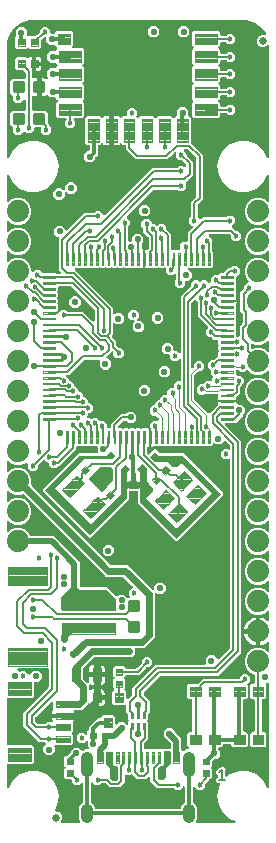
<source format=gtl>
G04 EAGLE Gerber RS-274X export*
G75*
%MOMM*%
%FSLAX34Y34*%
%LPD*%
%INTop Copper*%
%IPPOS*%
%AMOC8*
5,1,8,0,0,1.08239X$1,22.5*%
G01*
%ADD10C,0.152400*%
%ADD11C,1.879600*%
%ADD12C,0.102000*%
%ADD13C,1.000000*%
%ADD14C,0.102500*%
%ADD15C,0.100000*%
%ADD16C,0.096000*%
%ADD17C,0.300000*%
%ADD18C,0.635000*%
%ADD19C,0.500000*%
%ADD20C,0.099000*%
%ADD21C,0.105000*%
%ADD22C,0.104000*%
%ADD23C,0.554000*%
%ADD24C,0.600000*%
%ADD25C,0.250000*%
%ADD26C,0.200000*%
%ADD27C,0.454000*%
%ADD28C,0.150000*%
%ADD29C,0.160000*%
%ADD30C,0.120000*%

G36*
X116927Y336708D02*
X116927Y336708D01*
X116991Y336712D01*
X117064Y336737D01*
X117140Y336753D01*
X117197Y336783D01*
X117258Y336804D01*
X117314Y336845D01*
X117389Y336885D01*
X117450Y336944D01*
X117507Y336986D01*
X117521Y337001D01*
X121369Y337001D01*
X121441Y336985D01*
X121507Y336990D01*
X121573Y336985D01*
X121647Y337000D01*
X121722Y337006D01*
X121779Y337028D01*
X121850Y337042D01*
X121936Y337088D01*
X122010Y337117D01*
X122384Y337333D01*
X123160Y337541D01*
X123800Y337541D01*
X123864Y337550D01*
X123928Y337549D01*
X124003Y337570D01*
X124079Y337581D01*
X124138Y337607D01*
X124200Y337624D01*
X124266Y337665D01*
X124336Y337697D01*
X124385Y337739D01*
X124440Y337772D01*
X124492Y337830D01*
X124550Y337880D01*
X124586Y337934D01*
X124629Y337982D01*
X124662Y338051D01*
X124705Y338116D01*
X124724Y338178D01*
X124752Y338235D01*
X124763Y338305D01*
X124787Y338386D01*
X124788Y338471D01*
X124799Y338540D01*
X124799Y340769D01*
X127301Y343271D01*
X130700Y343271D01*
X130764Y343280D01*
X130828Y343279D01*
X130903Y343300D01*
X130979Y343311D01*
X131038Y343337D01*
X131100Y343354D01*
X131166Y343395D01*
X131236Y343427D01*
X131285Y343469D01*
X131340Y343502D01*
X131392Y343560D01*
X131450Y343610D01*
X131486Y343664D01*
X131529Y343712D01*
X131562Y343781D01*
X131605Y343846D01*
X131624Y343908D01*
X131652Y343965D01*
X131663Y344035D01*
X131687Y344116D01*
X131688Y344201D01*
X131699Y344270D01*
X131699Y345209D01*
X131686Y345304D01*
X131681Y345400D01*
X131666Y345443D01*
X131659Y345488D01*
X131620Y345576D01*
X131588Y345666D01*
X131563Y345701D01*
X131543Y345745D01*
X131460Y345842D01*
X131407Y345915D01*
X129664Y347658D01*
X129587Y347716D01*
X129515Y347781D01*
X129474Y347800D01*
X129438Y347828D01*
X129348Y347862D01*
X129262Y347904D01*
X129220Y347910D01*
X129174Y347927D01*
X129046Y347937D01*
X128957Y347951D01*
X127009Y347951D01*
X124507Y350453D01*
X124507Y353991D01*
X127009Y356493D01*
X127730Y356493D01*
X127794Y356502D01*
X127858Y356501D01*
X127933Y356521D01*
X128009Y356532D01*
X128068Y356559D01*
X128130Y356576D01*
X128196Y356617D01*
X128266Y356649D01*
X128315Y356690D01*
X128370Y356724D01*
X128422Y356782D01*
X128480Y356832D01*
X128516Y356886D01*
X128559Y356933D01*
X128592Y357003D01*
X128635Y357068D01*
X128654Y357129D01*
X128682Y357187D01*
X128693Y357257D01*
X128717Y357338D01*
X128718Y357422D01*
X128729Y357492D01*
X128729Y358269D01*
X131231Y360771D01*
X132230Y360771D01*
X132294Y360780D01*
X132358Y360779D01*
X132433Y360800D01*
X132509Y360811D01*
X132568Y360837D01*
X132630Y360854D01*
X132696Y360895D01*
X132766Y360927D01*
X132815Y360969D01*
X132870Y361002D01*
X132922Y361060D01*
X132980Y361110D01*
X133016Y361164D01*
X133059Y361212D01*
X133092Y361281D01*
X133135Y361346D01*
X133154Y361408D01*
X133182Y361465D01*
X133193Y361535D01*
X133217Y361616D01*
X133218Y361701D01*
X133229Y361770D01*
X133229Y362769D01*
X135731Y365271D01*
X138252Y365271D01*
X138315Y365280D01*
X138380Y365279D01*
X138454Y365300D01*
X138531Y365311D01*
X138589Y365337D01*
X138652Y365354D01*
X138718Y365395D01*
X138788Y365427D01*
X138837Y365469D01*
X138891Y365502D01*
X138943Y365560D01*
X139002Y365610D01*
X139037Y365664D01*
X139081Y365712D01*
X139114Y365781D01*
X139157Y365846D01*
X139176Y365908D01*
X139204Y365965D01*
X139214Y366035D01*
X139239Y366116D01*
X139240Y366201D01*
X139251Y366270D01*
X139251Y368909D01*
X141753Y371411D01*
X143730Y371411D01*
X143794Y371420D01*
X143858Y371419D01*
X143933Y371440D01*
X144009Y371451D01*
X144068Y371477D01*
X144130Y371494D01*
X144196Y371535D01*
X144266Y371567D01*
X144315Y371609D01*
X144370Y371642D01*
X144422Y371700D01*
X144480Y371750D01*
X144516Y371804D01*
X144559Y371852D01*
X144592Y371921D01*
X144635Y371986D01*
X144654Y372048D01*
X144682Y372105D01*
X144693Y372175D01*
X144717Y372256D01*
X144718Y372341D01*
X144729Y372410D01*
X144729Y374269D01*
X147231Y376771D01*
X149750Y376771D01*
X149814Y376780D01*
X149878Y376779D01*
X149953Y376800D01*
X150029Y376811D01*
X150088Y376837D01*
X150150Y376854D01*
X150216Y376895D01*
X150286Y376927D01*
X150335Y376969D01*
X150390Y377002D01*
X150442Y377060D01*
X150500Y377110D01*
X150536Y377164D01*
X150579Y377212D01*
X150612Y377281D01*
X150655Y377346D01*
X150674Y377408D01*
X150702Y377465D01*
X150713Y377535D01*
X150737Y377616D01*
X150738Y377701D01*
X150749Y377770D01*
X150749Y395297D01*
X150745Y395329D01*
X150747Y395361D01*
X150725Y395468D01*
X150709Y395576D01*
X150696Y395606D01*
X150690Y395637D01*
X150638Y395734D01*
X150593Y395833D01*
X150572Y395858D01*
X150557Y395886D01*
X150481Y395964D01*
X150410Y396048D01*
X150383Y396065D01*
X150360Y396088D01*
X150265Y396142D01*
X150174Y396202D01*
X150143Y396211D01*
X150115Y396227D01*
X150009Y396253D01*
X149904Y396284D01*
X149872Y396285D01*
X149841Y396292D01*
X149731Y396287D01*
X149622Y396288D01*
X149591Y396280D01*
X149559Y396278D01*
X149456Y396242D01*
X149350Y396213D01*
X149323Y396196D01*
X149292Y396185D01*
X149219Y396132D01*
X149110Y396065D01*
X149078Y396029D01*
X149043Y396004D01*
X147238Y394198D01*
X143700Y394198D01*
X141198Y396700D01*
X141198Y398710D01*
X141189Y398774D01*
X141190Y398838D01*
X141169Y398913D01*
X141158Y398989D01*
X141132Y399048D01*
X141115Y399110D01*
X141074Y399176D01*
X141042Y399246D01*
X141000Y399295D01*
X140967Y399350D01*
X140909Y399402D01*
X140859Y399460D01*
X140805Y399496D01*
X140757Y399539D01*
X140688Y399572D01*
X140623Y399615D01*
X140561Y399634D01*
X140504Y399662D01*
X140434Y399673D01*
X140353Y399697D01*
X140268Y399698D01*
X140199Y399709D01*
X137524Y399709D01*
X134729Y402504D01*
X134729Y406456D01*
X137524Y409251D01*
X141476Y409251D01*
X144271Y406456D01*
X144271Y403739D01*
X144280Y403675D01*
X144279Y403611D01*
X144300Y403536D01*
X144311Y403460D01*
X144337Y403401D01*
X144354Y403339D01*
X144395Y403273D01*
X144427Y403203D01*
X144469Y403154D01*
X144502Y403099D01*
X144560Y403047D01*
X144610Y402989D01*
X144664Y402953D01*
X144712Y402910D01*
X144781Y402877D01*
X144846Y402834D01*
X144908Y402815D01*
X144965Y402787D01*
X145035Y402776D01*
X145116Y402752D01*
X145201Y402751D01*
X145270Y402740D01*
X147238Y402740D01*
X149043Y400934D01*
X149069Y400915D01*
X149090Y400890D01*
X149182Y400830D01*
X149269Y400765D01*
X149299Y400754D01*
X149326Y400736D01*
X149431Y400704D01*
X149533Y400665D01*
X149565Y400663D01*
X149596Y400654D01*
X149705Y400652D01*
X149814Y400644D01*
X149846Y400650D01*
X149878Y400650D01*
X149983Y400679D01*
X150090Y400701D01*
X150119Y400716D01*
X150150Y400725D01*
X150243Y400782D01*
X150339Y400834D01*
X150362Y400856D01*
X150390Y400873D01*
X150463Y400954D01*
X150541Y401030D01*
X150557Y401058D01*
X150579Y401082D01*
X150626Y401181D01*
X150680Y401276D01*
X150688Y401307D01*
X150702Y401336D01*
X150716Y401425D01*
X150745Y401550D01*
X150743Y401599D01*
X150749Y401641D01*
X150749Y449139D01*
X158937Y457327D01*
X158994Y457403D01*
X159059Y457475D01*
X159079Y457516D01*
X159106Y457552D01*
X159140Y457642D01*
X159182Y457729D01*
X159188Y457771D01*
X159205Y457816D01*
X159215Y457944D01*
X159229Y458033D01*
X159229Y459769D01*
X161731Y462271D01*
X165269Y462271D01*
X166293Y461246D01*
X166345Y461208D01*
X166390Y461162D01*
X166457Y461124D01*
X166519Y461077D01*
X166579Y461054D01*
X166635Y461023D01*
X166710Y461005D01*
X166783Y460978D01*
X166847Y460973D01*
X166910Y460958D01*
X166987Y460962D01*
X167064Y460956D01*
X167127Y460969D01*
X167191Y460972D01*
X167264Y460997D01*
X167340Y461013D01*
X167397Y461044D01*
X167458Y461065D01*
X167514Y461106D01*
X167589Y461146D01*
X167650Y461205D01*
X167707Y461246D01*
X168731Y462271D01*
X172269Y462271D01*
X174023Y460516D01*
X174049Y460497D01*
X174070Y460472D01*
X174162Y460412D01*
X174249Y460347D01*
X174279Y460336D01*
X174306Y460318D01*
X174411Y460286D01*
X174513Y460247D01*
X174545Y460245D01*
X174576Y460236D01*
X174685Y460234D01*
X174794Y460226D01*
X174826Y460232D01*
X174858Y460232D01*
X174963Y460261D01*
X175070Y460283D01*
X175099Y460298D01*
X175130Y460307D01*
X175223Y460364D01*
X175319Y460416D01*
X175342Y460438D01*
X175370Y460455D01*
X175443Y460536D01*
X175521Y460613D01*
X175537Y460641D01*
X175559Y460664D01*
X175606Y460763D01*
X175660Y460858D01*
X175668Y460889D01*
X175682Y460918D01*
X175696Y461008D01*
X175725Y461132D01*
X175723Y461181D01*
X175729Y461223D01*
X175729Y464769D01*
X178231Y467271D01*
X181865Y467271D01*
X181915Y467242D01*
X181991Y467225D01*
X182063Y467197D01*
X182127Y467192D01*
X182190Y467177D01*
X182267Y467181D01*
X182344Y467175D01*
X182407Y467189D01*
X182471Y467192D01*
X182545Y467217D01*
X182620Y467233D01*
X182677Y467263D01*
X182738Y467284D01*
X182794Y467326D01*
X182869Y467365D01*
X182930Y467425D01*
X182987Y467466D01*
X183771Y468251D01*
X186050Y468251D01*
X186114Y468260D01*
X186178Y468259D01*
X186253Y468280D01*
X186329Y468291D01*
X186388Y468317D01*
X186450Y468334D01*
X186516Y468375D01*
X186586Y468407D01*
X186635Y468449D01*
X186690Y468482D01*
X186742Y468540D01*
X186800Y468590D01*
X186836Y468644D01*
X186879Y468692D01*
X186912Y468761D01*
X186955Y468826D01*
X186974Y468888D01*
X187002Y468945D01*
X187013Y469015D01*
X187037Y469096D01*
X187038Y469128D01*
X190661Y472751D01*
X192297Y472751D01*
X192392Y472764D01*
X192488Y472769D01*
X192531Y472784D01*
X192576Y472791D01*
X192664Y472830D01*
X192755Y472862D01*
X192789Y472887D01*
X192833Y472907D01*
X192931Y472990D01*
X193004Y473043D01*
X194231Y474271D01*
X197769Y474271D01*
X200271Y471769D01*
X200271Y468231D01*
X197593Y465554D01*
X197536Y465477D01*
X197471Y465405D01*
X197451Y465365D01*
X197424Y465328D01*
X197390Y465238D01*
X197348Y465152D01*
X197342Y465110D01*
X197325Y465064D01*
X197315Y464937D01*
X197301Y464847D01*
X197301Y463221D01*
X197286Y463207D01*
X197247Y463155D01*
X197201Y463110D01*
X197163Y463043D01*
X197117Y462981D01*
X197094Y462921D01*
X197062Y462865D01*
X197044Y462790D01*
X197017Y462717D01*
X197012Y462653D01*
X196997Y462590D01*
X197001Y462513D01*
X196995Y462436D01*
X197008Y462373D01*
X197012Y462309D01*
X197037Y462236D01*
X197053Y462160D01*
X197083Y462103D01*
X197104Y462042D01*
X197145Y461986D01*
X197185Y461911D01*
X197244Y461850D01*
X197286Y461793D01*
X197301Y461778D01*
X197301Y458221D01*
X197286Y458207D01*
X197247Y458155D01*
X197201Y458110D01*
X197163Y458043D01*
X197117Y457981D01*
X197094Y457921D01*
X197062Y457865D01*
X197044Y457790D01*
X197017Y457717D01*
X197012Y457653D01*
X196997Y457590D01*
X197001Y457513D01*
X196995Y457436D01*
X197008Y457373D01*
X197012Y457309D01*
X197037Y457236D01*
X197053Y457160D01*
X197083Y457103D01*
X197104Y457042D01*
X197145Y456986D01*
X197185Y456911D01*
X197244Y456850D01*
X197286Y456793D01*
X197301Y456778D01*
X197301Y453221D01*
X197286Y453207D01*
X197247Y453155D01*
X197201Y453110D01*
X197163Y453043D01*
X197117Y452981D01*
X197094Y452921D01*
X197062Y452865D01*
X197044Y452790D01*
X197017Y452717D01*
X197012Y452653D01*
X196997Y452590D01*
X197001Y452513D01*
X196995Y452436D01*
X197008Y452373D01*
X197012Y452309D01*
X197037Y452236D01*
X197053Y452160D01*
X197083Y452103D01*
X197104Y452042D01*
X197145Y451986D01*
X197185Y451911D01*
X197244Y451850D01*
X197286Y451793D01*
X197301Y451778D01*
X197301Y447931D01*
X197285Y447859D01*
X197290Y447792D01*
X197285Y447726D01*
X197300Y447652D01*
X197306Y447578D01*
X197328Y447520D01*
X197343Y447450D01*
X197388Y447363D01*
X197417Y447290D01*
X197633Y446916D01*
X197841Y446140D01*
X197841Y445999D01*
X189800Y445999D01*
X189737Y445990D01*
X189672Y445991D01*
X189598Y445971D01*
X189521Y445960D01*
X189463Y445933D01*
X189401Y445916D01*
X189335Y445875D01*
X189264Y445843D01*
X189215Y445802D01*
X189161Y445768D01*
X189109Y445710D01*
X189050Y445660D01*
X189015Y445606D01*
X188972Y445559D01*
X188938Y445489D01*
X188895Y445424D01*
X188877Y445362D01*
X188849Y445305D01*
X188838Y445235D01*
X188813Y445154D01*
X188812Y445070D01*
X188801Y445000D01*
X188810Y444936D01*
X188809Y444872D01*
X188830Y444797D01*
X188841Y444721D01*
X188867Y444662D01*
X188884Y444600D01*
X188925Y444534D01*
X188957Y444464D01*
X188999Y444415D01*
X189033Y444360D01*
X189090Y444308D01*
X189141Y444249D01*
X189194Y444214D01*
X189242Y444171D01*
X189312Y444137D01*
X189376Y444095D01*
X189438Y444076D01*
X189496Y444048D01*
X189565Y444037D01*
X189646Y444013D01*
X189731Y444011D01*
X189800Y444001D01*
X197841Y444001D01*
X197841Y443860D01*
X197633Y443084D01*
X197417Y442710D01*
X197389Y442640D01*
X197352Y442574D01*
X197336Y442510D01*
X197312Y442448D01*
X197304Y442373D01*
X197287Y442300D01*
X197290Y442234D01*
X197284Y442168D01*
X197298Y442093D01*
X197301Y442032D01*
X197301Y438221D01*
X197286Y438207D01*
X197247Y438155D01*
X197201Y438110D01*
X197163Y438043D01*
X197117Y437981D01*
X197094Y437921D01*
X197062Y437865D01*
X197044Y437790D01*
X197017Y437717D01*
X197012Y437653D01*
X196997Y437590D01*
X197001Y437513D01*
X196995Y437436D01*
X197008Y437373D01*
X197012Y437309D01*
X197037Y437236D01*
X197053Y437160D01*
X197083Y437103D01*
X197104Y437042D01*
X197145Y436986D01*
X197185Y436911D01*
X197244Y436850D01*
X197286Y436793D01*
X197301Y436778D01*
X197301Y433221D01*
X197286Y433207D01*
X197247Y433155D01*
X197201Y433110D01*
X197163Y433043D01*
X197117Y432981D01*
X197094Y432921D01*
X197062Y432865D01*
X197044Y432790D01*
X197017Y432717D01*
X197012Y432653D01*
X196997Y432590D01*
X197001Y432513D01*
X196995Y432436D01*
X197008Y432373D01*
X197012Y432309D01*
X197037Y432236D01*
X197053Y432160D01*
X197083Y432103D01*
X197104Y432042D01*
X197145Y431986D01*
X197185Y431911D01*
X197244Y431850D01*
X197286Y431793D01*
X197301Y431778D01*
X197301Y428221D01*
X197286Y428207D01*
X197247Y428155D01*
X197201Y428110D01*
X197163Y428043D01*
X197117Y427981D01*
X197094Y427921D01*
X197062Y427865D01*
X197044Y427790D01*
X197017Y427717D01*
X197012Y427653D01*
X196997Y427590D01*
X197001Y427513D01*
X196995Y427436D01*
X197008Y427373D01*
X197012Y427309D01*
X197037Y427236D01*
X197053Y427160D01*
X197083Y427103D01*
X197104Y427042D01*
X197145Y426986D01*
X197185Y426911D01*
X197244Y426850D01*
X197286Y426793D01*
X197301Y426778D01*
X197301Y423221D01*
X197286Y423207D01*
X197247Y423155D01*
X197201Y423110D01*
X197163Y423043D01*
X197117Y422981D01*
X197094Y422921D01*
X197062Y422865D01*
X197044Y422790D01*
X197017Y422717D01*
X197012Y422653D01*
X196997Y422590D01*
X197001Y422513D01*
X196995Y422436D01*
X197008Y422373D01*
X197012Y422309D01*
X197037Y422236D01*
X197053Y422160D01*
X197083Y422103D01*
X197104Y422042D01*
X197145Y421986D01*
X197185Y421911D01*
X197244Y421850D01*
X197286Y421793D01*
X197301Y421778D01*
X197301Y418221D01*
X197286Y418207D01*
X197247Y418155D01*
X197201Y418110D01*
X197163Y418043D01*
X197117Y417981D01*
X197094Y417921D01*
X197062Y417865D01*
X197044Y417790D01*
X197017Y417717D01*
X197012Y417653D01*
X196997Y417590D01*
X197001Y417513D01*
X196995Y417436D01*
X197008Y417373D01*
X197012Y417309D01*
X197037Y417236D01*
X197053Y417160D01*
X197083Y417103D01*
X197104Y417042D01*
X197145Y416986D01*
X197185Y416911D01*
X197244Y416850D01*
X197286Y416793D01*
X197301Y416778D01*
X197301Y415270D01*
X197310Y415206D01*
X197309Y415142D01*
X197330Y415067D01*
X197341Y414991D01*
X197367Y414932D01*
X197384Y414870D01*
X197425Y414804D01*
X197457Y414734D01*
X197499Y414685D01*
X197532Y414630D01*
X197590Y414578D01*
X197640Y414520D01*
X197694Y414484D01*
X197742Y414441D01*
X197811Y414408D01*
X197876Y414365D01*
X197938Y414346D01*
X197995Y414318D01*
X198065Y414307D01*
X198146Y414283D01*
X198231Y414282D01*
X198300Y414271D01*
X199250Y414271D01*
X199314Y414280D01*
X199378Y414279D01*
X199453Y414300D01*
X199529Y414311D01*
X199588Y414337D01*
X199650Y414354D01*
X199716Y414395D01*
X199786Y414427D01*
X199835Y414469D01*
X199890Y414502D01*
X199942Y414560D01*
X200000Y414610D01*
X200036Y414664D01*
X200079Y414712D01*
X200112Y414781D01*
X200155Y414846D01*
X200174Y414908D01*
X200202Y414965D01*
X200213Y415035D01*
X200237Y415116D01*
X200238Y415201D01*
X200249Y415270D01*
X200249Y423333D01*
X202477Y425560D01*
X202534Y425637D01*
X202599Y425708D01*
X202619Y425749D01*
X202646Y425786D01*
X202680Y425876D01*
X202722Y425962D01*
X202728Y426004D01*
X202745Y426050D01*
X202755Y426177D01*
X202769Y426267D01*
X202769Y433733D01*
X202761Y433793D01*
X202761Y433821D01*
X202755Y433843D01*
X202751Y433924D01*
X202736Y433967D01*
X202729Y434012D01*
X202690Y434100D01*
X202658Y434191D01*
X202633Y434225D01*
X202613Y434269D01*
X202530Y434367D01*
X202477Y434440D01*
X200903Y436014D01*
X200903Y452293D01*
X203937Y455327D01*
X203994Y455403D01*
X204059Y455475D01*
X204079Y455516D01*
X204106Y455552D01*
X204140Y455642D01*
X204182Y455729D01*
X204188Y455771D01*
X204205Y455816D01*
X204215Y455944D01*
X204229Y456033D01*
X204229Y457769D01*
X206731Y460271D01*
X206997Y460271D01*
X207029Y460275D01*
X207061Y460273D01*
X207168Y460295D01*
X207276Y460311D01*
X207305Y460324D01*
X207337Y460330D01*
X207433Y460382D01*
X207533Y460427D01*
X207557Y460448D01*
X207586Y460463D01*
X207664Y460539D01*
X207747Y460610D01*
X207765Y460637D01*
X207788Y460660D01*
X207842Y460755D01*
X207902Y460846D01*
X207911Y460877D01*
X207927Y460905D01*
X207952Y461011D01*
X207984Y461116D01*
X207984Y461148D01*
X207992Y461179D01*
X207986Y461289D01*
X207988Y461398D01*
X207979Y461429D01*
X207977Y461461D01*
X207942Y461564D01*
X207912Y461670D01*
X207896Y461697D01*
X207885Y461728D01*
X207832Y461801D01*
X207764Y461910D01*
X207728Y461942D01*
X207703Y461977D01*
X206237Y463443D01*
X204501Y467633D01*
X204501Y472167D01*
X206237Y476357D01*
X209443Y479563D01*
X213633Y481299D01*
X218167Y481299D01*
X222357Y479563D01*
X223877Y478043D01*
X223903Y478023D01*
X223924Y477999D01*
X224016Y477939D01*
X224103Y477874D01*
X224133Y477862D01*
X224160Y477844D01*
X224265Y477812D01*
X224367Y477774D01*
X224399Y477771D01*
X224430Y477762D01*
X224539Y477761D01*
X224648Y477752D01*
X224680Y477759D01*
X224712Y477758D01*
X224817Y477787D01*
X224924Y477810D01*
X224953Y477825D01*
X224984Y477834D01*
X225077Y477891D01*
X225173Y477942D01*
X225196Y477965D01*
X225224Y477982D01*
X225297Y478063D01*
X225375Y478139D01*
X225391Y478167D01*
X225413Y478191D01*
X225460Y478289D01*
X225514Y478384D01*
X225522Y478416D01*
X225536Y478445D01*
X225550Y478534D01*
X225579Y478659D01*
X225577Y478707D01*
X225583Y478749D01*
X225583Y486451D01*
X225579Y486483D01*
X225581Y486515D01*
X225559Y486622D01*
X225543Y486730D01*
X225530Y486759D01*
X225524Y486791D01*
X225472Y486887D01*
X225427Y486987D01*
X225406Y487011D01*
X225391Y487040D01*
X225315Y487118D01*
X225244Y487201D01*
X225217Y487219D01*
X225194Y487242D01*
X225099Y487296D01*
X225008Y487356D01*
X224977Y487365D01*
X224949Y487381D01*
X224843Y487406D01*
X224738Y487438D01*
X224706Y487438D01*
X224675Y487446D01*
X224565Y487440D01*
X224456Y487442D01*
X224425Y487433D01*
X224393Y487431D01*
X224290Y487396D01*
X224184Y487366D01*
X224157Y487350D01*
X224126Y487339D01*
X224053Y487286D01*
X223944Y487218D01*
X223912Y487182D01*
X223877Y487157D01*
X222357Y485637D01*
X218167Y483901D01*
X213633Y483901D01*
X209443Y485637D01*
X206237Y488843D01*
X204501Y493033D01*
X204501Y497567D01*
X206237Y501757D01*
X209443Y504963D01*
X213633Y506699D01*
X218167Y506699D01*
X222357Y504963D01*
X223877Y503443D01*
X223903Y503423D01*
X223924Y503399D01*
X224016Y503339D01*
X224103Y503274D01*
X224133Y503262D01*
X224160Y503244D01*
X224265Y503212D01*
X224367Y503174D01*
X224399Y503171D01*
X224430Y503162D01*
X224539Y503161D01*
X224648Y503152D01*
X224680Y503159D01*
X224712Y503158D01*
X224817Y503187D01*
X224924Y503210D01*
X224953Y503225D01*
X224984Y503234D01*
X225077Y503291D01*
X225173Y503342D01*
X225196Y503365D01*
X225224Y503382D01*
X225297Y503463D01*
X225375Y503539D01*
X225391Y503567D01*
X225413Y503591D01*
X225460Y503689D01*
X225514Y503784D01*
X225522Y503816D01*
X225536Y503845D01*
X225550Y503934D01*
X225579Y504059D01*
X225577Y504107D01*
X225583Y504149D01*
X225583Y511851D01*
X225579Y511883D01*
X225581Y511915D01*
X225559Y512022D01*
X225543Y512130D01*
X225530Y512159D01*
X225524Y512191D01*
X225472Y512287D01*
X225427Y512387D01*
X225406Y512411D01*
X225391Y512440D01*
X225315Y512518D01*
X225244Y512601D01*
X225217Y512619D01*
X225194Y512642D01*
X225099Y512696D01*
X225008Y512756D01*
X224977Y512765D01*
X224949Y512781D01*
X224843Y512806D01*
X224738Y512838D01*
X224706Y512838D01*
X224675Y512846D01*
X224565Y512840D01*
X224456Y512842D01*
X224425Y512833D01*
X224393Y512831D01*
X224290Y512796D01*
X224184Y512766D01*
X224157Y512750D01*
X224126Y512739D01*
X224053Y512686D01*
X223944Y512618D01*
X223912Y512582D01*
X223877Y512557D01*
X222357Y511037D01*
X218167Y509301D01*
X213633Y509301D01*
X209443Y511037D01*
X206237Y514243D01*
X204501Y518433D01*
X204501Y522967D01*
X206237Y527157D01*
X209443Y530363D01*
X213633Y532099D01*
X218167Y532099D01*
X222357Y530363D01*
X223877Y528843D01*
X223903Y528823D01*
X223924Y528799D01*
X224016Y528739D01*
X224103Y528674D01*
X224133Y528662D01*
X224160Y528644D01*
X224265Y528612D01*
X224367Y528574D01*
X224399Y528571D01*
X224430Y528562D01*
X224539Y528561D01*
X224648Y528552D01*
X224680Y528559D01*
X224712Y528558D01*
X224817Y528587D01*
X224924Y528610D01*
X224953Y528625D01*
X224984Y528634D01*
X225077Y528691D01*
X225173Y528742D01*
X225196Y528765D01*
X225224Y528782D01*
X225297Y528863D01*
X225375Y528939D01*
X225391Y528967D01*
X225413Y528991D01*
X225460Y529089D01*
X225514Y529184D01*
X225522Y529216D01*
X225536Y529245D01*
X225550Y529334D01*
X225579Y529459D01*
X225577Y529507D01*
X225583Y529549D01*
X225583Y550722D01*
X225580Y550744D01*
X225582Y550765D01*
X225560Y550883D01*
X225543Y551001D01*
X225535Y551021D01*
X225531Y551042D01*
X225477Y551149D01*
X225427Y551258D01*
X225413Y551275D01*
X225404Y551294D01*
X225322Y551382D01*
X225244Y551473D01*
X225226Y551485D01*
X225211Y551500D01*
X225109Y551561D01*
X225008Y551627D01*
X224987Y551633D01*
X224969Y551644D01*
X224853Y551675D01*
X224738Y551710D01*
X224717Y551710D01*
X224696Y551715D01*
X224576Y551712D01*
X224456Y551713D01*
X224435Y551708D01*
X224414Y551707D01*
X224300Y551670D01*
X224184Y551638D01*
X224166Y551627D01*
X224146Y551620D01*
X224047Y551553D01*
X223944Y551490D01*
X223930Y551474D01*
X223912Y551462D01*
X223855Y551391D01*
X223755Y551281D01*
X223739Y551247D01*
X223719Y551222D01*
X219970Y544729D01*
X214146Y539842D01*
X207001Y537241D01*
X199399Y537241D01*
X192254Y539842D01*
X186430Y544729D01*
X182629Y551313D01*
X181309Y558800D01*
X182629Y566287D01*
X186430Y572871D01*
X192254Y577758D01*
X199399Y580359D01*
X207001Y580359D01*
X214146Y577758D01*
X219970Y572871D01*
X223719Y566378D01*
X223732Y566361D01*
X223741Y566342D01*
X223819Y566251D01*
X223893Y566156D01*
X223910Y566144D01*
X223924Y566127D01*
X224025Y566061D01*
X224122Y565992D01*
X224142Y565985D01*
X224160Y565973D01*
X224275Y565938D01*
X224388Y565898D01*
X224409Y565897D01*
X224430Y565890D01*
X224550Y565889D01*
X224669Y565882D01*
X224690Y565887D01*
X224712Y565887D01*
X224827Y565919D01*
X224944Y565946D01*
X224963Y565956D01*
X224984Y565962D01*
X225086Y566025D01*
X225190Y566083D01*
X225205Y566099D01*
X225224Y566110D01*
X225304Y566199D01*
X225388Y566284D01*
X225398Y566303D01*
X225413Y566319D01*
X225465Y566427D01*
X225522Y566533D01*
X225526Y566554D01*
X225536Y566573D01*
X225550Y566663D01*
X225581Y566809D01*
X225578Y566845D01*
X225583Y566878D01*
X225583Y660400D01*
X225577Y660441D01*
X225580Y660478D01*
X225547Y660897D01*
X225518Y661028D01*
X225491Y661159D01*
X225487Y661165D01*
X225486Y661172D01*
X225421Y661289D01*
X225358Y661407D01*
X225353Y661413D01*
X225350Y661419D01*
X225255Y661513D01*
X225161Y661610D01*
X225155Y661613D01*
X225150Y661618D01*
X225033Y661682D01*
X224916Y661749D01*
X224909Y661750D01*
X224903Y661754D01*
X224773Y661783D01*
X224642Y661814D01*
X224634Y661813D01*
X224627Y661815D01*
X224494Y661806D01*
X224360Y661799D01*
X224353Y661797D01*
X224346Y661796D01*
X224220Y661751D01*
X224094Y661707D01*
X224088Y661703D01*
X224081Y661700D01*
X223853Y661534D01*
X223849Y661528D01*
X223845Y661525D01*
X222932Y660612D01*
X221030Y659824D01*
X218970Y659824D01*
X217068Y660612D01*
X215612Y662068D01*
X214824Y663970D01*
X214824Y666030D01*
X215612Y667932D01*
X217068Y669388D01*
X218970Y670176D01*
X221029Y670176D01*
X221203Y670104D01*
X221212Y670102D01*
X221219Y670097D01*
X221348Y670067D01*
X221477Y670034D01*
X221485Y670034D01*
X221493Y670032D01*
X221626Y670038D01*
X221758Y670043D01*
X221766Y670045D01*
X221775Y670046D01*
X221901Y670089D01*
X222027Y670130D01*
X222033Y670135D01*
X222041Y670138D01*
X222150Y670214D01*
X222260Y670289D01*
X222265Y670295D01*
X222272Y670300D01*
X222355Y670404D01*
X222439Y670507D01*
X222442Y670514D01*
X222447Y670521D01*
X222498Y670643D01*
X222550Y670766D01*
X222551Y670774D01*
X222555Y670782D01*
X222569Y670913D01*
X222585Y671046D01*
X222584Y671054D01*
X222584Y671062D01*
X222561Y671194D01*
X222540Y671324D01*
X222536Y671332D01*
X222535Y671340D01*
X222501Y671406D01*
X222419Y671579D01*
X222404Y671596D01*
X222394Y671614D01*
X219129Y676108D01*
X219128Y676110D01*
X219127Y676112D01*
X219108Y676130D01*
X219095Y676152D01*
X219032Y676209D01*
X218933Y676311D01*
X218919Y676319D01*
X218908Y676329D01*
X213495Y680262D01*
X213493Y680263D01*
X213492Y680264D01*
X213461Y680280D01*
X213246Y680394D01*
X213230Y680397D01*
X213217Y680404D01*
X206854Y682471D01*
X206713Y682496D01*
X206624Y682517D01*
X203278Y682780D01*
X203237Y682778D01*
X203200Y682783D01*
X25400Y682783D01*
X25358Y682777D01*
X25322Y682780D01*
X21976Y682517D01*
X21837Y682486D01*
X21746Y682471D01*
X15383Y680404D01*
X15381Y680403D01*
X15379Y680402D01*
X15348Y680387D01*
X15130Y680280D01*
X15118Y680268D01*
X15105Y680262D01*
X12788Y678578D01*
X12708Y678502D01*
X12625Y678430D01*
X12607Y678404D01*
X12585Y678382D01*
X12531Y678286D01*
X12470Y678194D01*
X12461Y678164D01*
X12446Y678137D01*
X12427Y678059D01*
X12371Y678065D01*
X12293Y678051D01*
X12215Y678047D01*
X12155Y678026D01*
X12093Y678015D01*
X12030Y677983D01*
X11948Y677954D01*
X11887Y677909D01*
X11819Y677874D01*
X9692Y676329D01*
X9690Y676328D01*
X9688Y676327D01*
X9664Y676302D01*
X9584Y676224D01*
X9522Y676172D01*
X9510Y676153D01*
X9489Y676133D01*
X9481Y676119D01*
X9471Y676108D01*
X5538Y670696D01*
X5537Y670694D01*
X5536Y670692D01*
X5520Y670661D01*
X5406Y670446D01*
X5403Y670430D01*
X5396Y670417D01*
X3329Y664054D01*
X3304Y663913D01*
X3283Y663824D01*
X3020Y660479D01*
X3022Y660437D01*
X3017Y660400D01*
X3017Y566878D01*
X3020Y566856D01*
X3018Y566835D01*
X3040Y566717D01*
X3057Y566599D01*
X3065Y566579D01*
X3069Y566558D01*
X3123Y566451D01*
X3173Y566342D01*
X3187Y566325D01*
X3196Y566306D01*
X3278Y566218D01*
X3356Y566127D01*
X3374Y566115D01*
X3389Y566100D01*
X3491Y566039D01*
X3592Y565973D01*
X3613Y565967D01*
X3631Y565956D01*
X3747Y565925D01*
X3862Y565890D01*
X3883Y565890D01*
X3904Y565885D01*
X4024Y565888D01*
X4144Y565887D01*
X4165Y565892D01*
X4186Y565893D01*
X4300Y565930D01*
X4416Y565962D01*
X4434Y565973D01*
X4454Y565980D01*
X4553Y566047D01*
X4656Y566110D01*
X4670Y566126D01*
X4688Y566138D01*
X4745Y566209D01*
X4845Y566319D01*
X4861Y566353D01*
X4881Y566378D01*
X8630Y572871D01*
X14454Y577758D01*
X21599Y580359D01*
X29201Y580359D01*
X36346Y577758D01*
X42170Y572871D01*
X45971Y566287D01*
X47291Y558800D01*
X45971Y551313D01*
X42170Y544729D01*
X36346Y539842D01*
X29201Y537241D01*
X21599Y537241D01*
X14454Y539842D01*
X8630Y544729D01*
X4881Y551222D01*
X4868Y551239D01*
X4859Y551258D01*
X4781Y551349D01*
X4707Y551444D01*
X4690Y551456D01*
X4676Y551473D01*
X4575Y551539D01*
X4478Y551608D01*
X4458Y551615D01*
X4440Y551627D01*
X4325Y551662D01*
X4212Y551702D01*
X4191Y551703D01*
X4170Y551710D01*
X4050Y551711D01*
X3931Y551718D01*
X3910Y551713D01*
X3888Y551713D01*
X3773Y551681D01*
X3656Y551654D01*
X3637Y551644D01*
X3616Y551638D01*
X3514Y551575D01*
X3410Y551517D01*
X3395Y551501D01*
X3376Y551490D01*
X3296Y551401D01*
X3212Y551316D01*
X3202Y551297D01*
X3187Y551281D01*
X3135Y551173D01*
X3078Y551067D01*
X3074Y551046D01*
X3064Y551027D01*
X3050Y550937D01*
X3019Y550791D01*
X3022Y550755D01*
X3017Y550722D01*
X3017Y529549D01*
X3021Y529517D01*
X3019Y529485D01*
X3041Y529378D01*
X3057Y529270D01*
X3070Y529241D01*
X3076Y529209D01*
X3128Y529113D01*
X3173Y529013D01*
X3194Y528989D01*
X3209Y528960D01*
X3285Y528882D01*
X3356Y528799D01*
X3383Y528781D01*
X3406Y528758D01*
X3501Y528704D01*
X3592Y528644D01*
X3623Y528635D01*
X3651Y528619D01*
X3757Y528594D01*
X3862Y528562D01*
X3894Y528562D01*
X3925Y528554D01*
X4035Y528560D01*
X4144Y528558D01*
X4175Y528567D01*
X4207Y528569D01*
X4310Y528604D01*
X4416Y528634D01*
X4443Y528650D01*
X4474Y528661D01*
X4547Y528714D01*
X4656Y528782D01*
X4688Y528818D01*
X4723Y528843D01*
X6243Y530363D01*
X10433Y532099D01*
X14967Y532099D01*
X19157Y530363D01*
X22363Y527157D01*
X24099Y522967D01*
X24099Y518433D01*
X22363Y514243D01*
X19157Y511037D01*
X14967Y509301D01*
X10433Y509301D01*
X6243Y511037D01*
X4723Y512557D01*
X4697Y512577D01*
X4676Y512601D01*
X4584Y512661D01*
X4497Y512726D01*
X4467Y512738D01*
X4440Y512756D01*
X4335Y512788D01*
X4233Y512826D01*
X4201Y512829D01*
X4170Y512838D01*
X4061Y512839D01*
X3952Y512848D01*
X3920Y512841D01*
X3888Y512842D01*
X3783Y512813D01*
X3676Y512790D01*
X3647Y512775D01*
X3616Y512766D01*
X3523Y512709D01*
X3427Y512658D01*
X3404Y512635D01*
X3376Y512618D01*
X3303Y512537D01*
X3225Y512461D01*
X3209Y512433D01*
X3187Y512409D01*
X3140Y512311D01*
X3086Y512216D01*
X3078Y512184D01*
X3064Y512155D01*
X3050Y512066D01*
X3021Y511941D01*
X3023Y511893D01*
X3017Y511851D01*
X3017Y504149D01*
X3021Y504117D01*
X3019Y504085D01*
X3041Y503978D01*
X3057Y503870D01*
X3070Y503841D01*
X3076Y503809D01*
X3128Y503713D01*
X3173Y503613D01*
X3194Y503589D01*
X3209Y503560D01*
X3285Y503482D01*
X3356Y503399D01*
X3383Y503381D01*
X3406Y503358D01*
X3501Y503304D01*
X3592Y503244D01*
X3623Y503235D01*
X3651Y503219D01*
X3757Y503194D01*
X3862Y503162D01*
X3894Y503162D01*
X3925Y503154D01*
X4035Y503160D01*
X4144Y503158D01*
X4175Y503167D01*
X4207Y503169D01*
X4310Y503204D01*
X4416Y503234D01*
X4443Y503250D01*
X4474Y503261D01*
X4547Y503314D01*
X4656Y503382D01*
X4688Y503418D01*
X4723Y503443D01*
X6243Y504963D01*
X10433Y506699D01*
X14967Y506699D01*
X19157Y504963D01*
X22363Y501757D01*
X24099Y497567D01*
X24099Y493033D01*
X22363Y488843D01*
X19157Y485637D01*
X14967Y483901D01*
X10433Y483901D01*
X6243Y485637D01*
X4723Y487157D01*
X4697Y487177D01*
X4676Y487201D01*
X4584Y487261D01*
X4497Y487326D01*
X4467Y487338D01*
X4440Y487356D01*
X4335Y487388D01*
X4233Y487426D01*
X4201Y487429D01*
X4170Y487438D01*
X4061Y487439D01*
X3952Y487448D01*
X3920Y487441D01*
X3888Y487442D01*
X3783Y487413D01*
X3676Y487390D01*
X3647Y487375D01*
X3616Y487366D01*
X3523Y487309D01*
X3427Y487258D01*
X3404Y487235D01*
X3376Y487218D01*
X3303Y487137D01*
X3225Y487061D01*
X3209Y487033D01*
X3187Y487009D01*
X3140Y486911D01*
X3086Y486816D01*
X3078Y486784D01*
X3064Y486755D01*
X3050Y486666D01*
X3021Y486541D01*
X3023Y486493D01*
X3017Y486451D01*
X3017Y478749D01*
X3021Y478717D01*
X3019Y478685D01*
X3041Y478578D01*
X3057Y478470D01*
X3070Y478441D01*
X3076Y478409D01*
X3128Y478313D01*
X3173Y478213D01*
X3194Y478189D01*
X3209Y478160D01*
X3285Y478082D01*
X3356Y477999D01*
X3383Y477981D01*
X3406Y477958D01*
X3501Y477904D01*
X3592Y477844D01*
X3623Y477835D01*
X3651Y477819D01*
X3757Y477794D01*
X3862Y477762D01*
X3894Y477762D01*
X3925Y477754D01*
X4035Y477760D01*
X4144Y477758D01*
X4175Y477767D01*
X4207Y477769D01*
X4310Y477804D01*
X4416Y477834D01*
X4443Y477850D01*
X4474Y477861D01*
X4547Y477914D01*
X4656Y477982D01*
X4688Y478018D01*
X4723Y478043D01*
X6243Y479563D01*
X10433Y481299D01*
X14967Y481299D01*
X19157Y479563D01*
X22363Y476357D01*
X24099Y472167D01*
X24099Y470551D01*
X24103Y470519D01*
X24101Y470487D01*
X24123Y470380D01*
X24139Y470272D01*
X24152Y470242D01*
X24158Y470211D01*
X24210Y470114D01*
X24255Y470015D01*
X24276Y469990D01*
X24291Y469962D01*
X24367Y469884D01*
X24438Y469800D01*
X24465Y469783D01*
X24488Y469760D01*
X24583Y469706D01*
X24674Y469646D01*
X24705Y469637D01*
X24733Y469621D01*
X24839Y469595D01*
X24944Y469564D01*
X24976Y469563D01*
X25007Y469556D01*
X25117Y469561D01*
X25226Y469560D01*
X25257Y469568D01*
X25289Y469570D01*
X25392Y469606D01*
X25498Y469635D01*
X25525Y469652D01*
X25556Y469663D01*
X25629Y469716D01*
X25738Y469783D01*
X25770Y469819D01*
X25805Y469844D01*
X27231Y471271D01*
X30769Y471271D01*
X33496Y468543D01*
X33573Y468486D01*
X33645Y468421D01*
X33685Y468401D01*
X33722Y468374D01*
X33812Y468340D01*
X33898Y468298D01*
X33940Y468292D01*
X33986Y468275D01*
X34113Y468265D01*
X34203Y468251D01*
X44829Y468251D01*
X45036Y468043D01*
X45113Y467986D01*
X45184Y467921D01*
X45225Y467901D01*
X45261Y467874D01*
X45351Y467840D01*
X45438Y467798D01*
X45480Y467792D01*
X45525Y467775D01*
X45653Y467765D01*
X45742Y467751D01*
X48447Y467751D01*
X48479Y467755D01*
X48511Y467753D01*
X48618Y467775D01*
X48726Y467791D01*
X48755Y467804D01*
X48787Y467810D01*
X48883Y467862D01*
X48983Y467907D01*
X49007Y467928D01*
X49036Y467943D01*
X49114Y468019D01*
X49197Y468090D01*
X49215Y468117D01*
X49238Y468140D01*
X49292Y468235D01*
X49352Y468326D01*
X49361Y468357D01*
X49377Y468385D01*
X49402Y468492D01*
X49434Y468596D01*
X49434Y468628D01*
X49442Y468659D01*
X49436Y468769D01*
X49438Y468878D01*
X49429Y468909D01*
X49428Y468941D01*
X49392Y469044D01*
X49363Y469150D01*
X49346Y469177D01*
X49335Y469208D01*
X49282Y469281D01*
X49214Y469390D01*
X49178Y469422D01*
X49153Y469457D01*
X47249Y471361D01*
X47249Y497537D01*
X47259Y497549D01*
X47283Y497570D01*
X47343Y497662D01*
X47408Y497749D01*
X47420Y497779D01*
X47438Y497806D01*
X47469Y497911D01*
X47508Y498013D01*
X47511Y498045D01*
X47520Y498076D01*
X47521Y498185D01*
X47530Y498294D01*
X47523Y498326D01*
X47524Y498358D01*
X47495Y498463D01*
X47472Y498570D01*
X47457Y498599D01*
X47448Y498630D01*
X47391Y498723D01*
X47340Y498819D01*
X47317Y498842D01*
X47300Y498870D01*
X47219Y498943D01*
X47143Y499021D01*
X47115Y499037D01*
X47091Y499059D01*
X46993Y499106D01*
X46898Y499160D01*
X46866Y499168D01*
X46837Y499182D01*
X46748Y499196D01*
X46623Y499225D01*
X46575Y499223D01*
X46533Y499229D01*
X46024Y499229D01*
X43229Y502024D01*
X43229Y505976D01*
X46024Y508771D01*
X49976Y508771D01*
X52771Y505976D01*
X52771Y505467D01*
X52775Y505435D01*
X52773Y505403D01*
X52795Y505296D01*
X52811Y505188D01*
X52824Y505159D01*
X52830Y505127D01*
X52882Y505031D01*
X52927Y504931D01*
X52948Y504907D01*
X52963Y504878D01*
X53039Y504800D01*
X53110Y504717D01*
X53137Y504699D01*
X53160Y504676D01*
X53255Y504622D01*
X53346Y504562D01*
X53377Y504553D01*
X53405Y504537D01*
X53512Y504512D01*
X53616Y504480D01*
X53648Y504480D01*
X53679Y504472D01*
X53789Y504478D01*
X53898Y504476D01*
X53929Y504485D01*
X53961Y504487D01*
X54064Y504522D01*
X54170Y504552D01*
X54197Y504568D01*
X54228Y504579D01*
X54301Y504632D01*
X54410Y504700D01*
X54442Y504736D01*
X54477Y504761D01*
X67062Y517347D01*
X68966Y519251D01*
X76797Y519251D01*
X76892Y519264D01*
X76988Y519269D01*
X77031Y519284D01*
X77076Y519291D01*
X77164Y519330D01*
X77255Y519362D01*
X77289Y519387D01*
X77333Y519407D01*
X77431Y519490D01*
X77504Y519543D01*
X78731Y520771D01*
X82269Y520771D01*
X84857Y518182D01*
X84882Y518137D01*
X84927Y518037D01*
X84948Y518013D01*
X84963Y517984D01*
X85039Y517906D01*
X85110Y517823D01*
X85137Y517805D01*
X85160Y517782D01*
X85255Y517728D01*
X85346Y517668D01*
X85377Y517659D01*
X85405Y517643D01*
X85512Y517618D01*
X85616Y517586D01*
X85648Y517586D01*
X85679Y517578D01*
X85789Y517584D01*
X85898Y517582D01*
X85929Y517591D01*
X85961Y517592D01*
X86064Y517628D01*
X86170Y517657D01*
X86197Y517674D01*
X86228Y517685D01*
X86301Y517738D01*
X86410Y517806D01*
X86442Y517842D01*
X86477Y517867D01*
X126361Y557751D01*
X147297Y557751D01*
X147392Y557764D01*
X147488Y557769D01*
X147531Y557784D01*
X147576Y557791D01*
X147664Y557830D01*
X147755Y557862D01*
X147789Y557887D01*
X147833Y557907D01*
X147931Y557990D01*
X148004Y558043D01*
X149231Y559271D01*
X152769Y559271D01*
X153543Y558496D01*
X153569Y558477D01*
X153590Y558452D01*
X153682Y558393D01*
X153769Y558327D01*
X153799Y558316D01*
X153826Y558298D01*
X153931Y558266D01*
X154033Y558227D01*
X154065Y558225D01*
X154096Y558216D01*
X154205Y558214D01*
X154314Y558206D01*
X154346Y558212D01*
X154378Y558212D01*
X154483Y558241D01*
X154590Y558263D01*
X154619Y558278D01*
X154650Y558287D01*
X154743Y558344D01*
X154839Y558396D01*
X154862Y558418D01*
X154890Y558435D01*
X154963Y558516D01*
X155041Y558592D01*
X155057Y558621D01*
X155079Y558644D01*
X155126Y558743D01*
X155180Y558838D01*
X155188Y558869D01*
X155202Y558898D01*
X155216Y558988D01*
X155245Y559112D01*
X155243Y559161D01*
X155249Y559203D01*
X155249Y559947D01*
X155236Y560042D01*
X155231Y560138D01*
X155216Y560181D01*
X155209Y560226D01*
X155170Y560313D01*
X155138Y560404D01*
X155113Y560439D01*
X155093Y560483D01*
X155010Y560580D01*
X154957Y560653D01*
X151673Y563937D01*
X151597Y563994D01*
X151525Y564059D01*
X151484Y564079D01*
X151448Y564106D01*
X151358Y564140D01*
X151271Y564182D01*
X151229Y564188D01*
X151184Y564205D01*
X151056Y564215D01*
X150967Y564229D01*
X149231Y564229D01*
X146729Y566731D01*
X146729Y569927D01*
X146725Y569959D01*
X146727Y569991D01*
X146705Y570098D01*
X146689Y570206D01*
X146676Y570235D01*
X146670Y570267D01*
X146618Y570363D01*
X146573Y570463D01*
X146552Y570487D01*
X146537Y570516D01*
X146461Y570594D01*
X146390Y570677D01*
X146363Y570695D01*
X146340Y570718D01*
X146245Y570772D01*
X146154Y570832D01*
X146123Y570841D01*
X146095Y570857D01*
X145989Y570882D01*
X145884Y570914D01*
X145852Y570914D01*
X145821Y570922D01*
X145711Y570916D01*
X145602Y570918D01*
X145571Y570909D01*
X145539Y570908D01*
X145436Y570872D01*
X145330Y570843D01*
X145303Y570826D01*
X145272Y570815D01*
X145199Y570762D01*
X145090Y570694D01*
X145058Y570658D01*
X145023Y570633D01*
X141043Y566653D01*
X139139Y564749D01*
X112361Y564749D01*
X104049Y573061D01*
X104049Y576300D01*
X104040Y576364D01*
X104041Y576428D01*
X104020Y576503D01*
X104009Y576579D01*
X103983Y576638D01*
X103966Y576700D01*
X103925Y576766D01*
X103893Y576836D01*
X103851Y576885D01*
X103818Y576940D01*
X103760Y576992D01*
X103710Y577050D01*
X103656Y577086D01*
X103608Y577129D01*
X103539Y577162D01*
X103474Y577205D01*
X103412Y577224D01*
X103355Y577252D01*
X103285Y577263D01*
X103204Y577287D01*
X103119Y577288D01*
X103050Y577299D01*
X101264Y577299D01*
X100348Y578215D01*
X100306Y578247D01*
X100269Y578286D01*
X100193Y578331D01*
X100123Y578384D01*
X100073Y578403D01*
X100027Y578431D01*
X99941Y578453D01*
X99859Y578484D01*
X99806Y578488D01*
X99754Y578501D01*
X99666Y578499D01*
X99578Y578506D01*
X99525Y578495D01*
X99472Y578493D01*
X99388Y578466D01*
X99302Y578448D01*
X99254Y578423D01*
X99203Y578406D01*
X99131Y578357D01*
X99053Y578315D01*
X99014Y578278D01*
X98970Y578248D01*
X98921Y578187D01*
X98851Y578119D01*
X98815Y578056D01*
X98777Y578008D01*
X98733Y577933D01*
X98167Y577367D01*
X97474Y576966D01*
X96700Y576759D01*
X93799Y576759D01*
X93799Y588300D01*
X93790Y588364D01*
X93791Y588428D01*
X93770Y588502D01*
X93759Y588579D01*
X93733Y588638D01*
X93716Y588700D01*
X93675Y588766D01*
X93643Y588836D01*
X93601Y588885D01*
X93568Y588940D01*
X93510Y588991D01*
X93460Y589050D01*
X93406Y589086D01*
X93358Y589129D01*
X93289Y589162D01*
X93224Y589205D01*
X93162Y589224D01*
X93105Y589252D01*
X93035Y589262D01*
X92954Y589287D01*
X92869Y589288D01*
X92800Y589299D01*
X90800Y589299D01*
X90736Y589290D01*
X90672Y589291D01*
X90597Y589270D01*
X90521Y589259D01*
X90462Y589233D01*
X90400Y589216D01*
X90334Y589175D01*
X90264Y589143D01*
X90215Y589101D01*
X90160Y589068D01*
X90108Y589010D01*
X90050Y588960D01*
X90014Y588906D01*
X89971Y588858D01*
X89938Y588789D01*
X89895Y588724D01*
X89876Y588662D01*
X89848Y588604D01*
X89838Y588535D01*
X89813Y588454D01*
X89812Y588369D01*
X89801Y588300D01*
X89801Y576759D01*
X86900Y576759D01*
X86126Y576966D01*
X85433Y577367D01*
X84867Y577933D01*
X84823Y578008D01*
X84790Y578050D01*
X84765Y578097D01*
X84704Y578161D01*
X84649Y578230D01*
X84606Y578261D01*
X84568Y578300D01*
X84492Y578343D01*
X84420Y578394D01*
X84370Y578412D01*
X84323Y578439D01*
X84237Y578459D01*
X84154Y578488D01*
X84101Y578491D01*
X84049Y578504D01*
X83960Y578499D01*
X83873Y578504D01*
X83821Y578492D01*
X83767Y578489D01*
X83684Y578460D01*
X83598Y578440D01*
X83551Y578414D01*
X83501Y578397D01*
X83437Y578350D01*
X83352Y578303D01*
X83301Y578251D01*
X83252Y578215D01*
X82336Y577299D01*
X81300Y577299D01*
X81236Y577290D01*
X81172Y577291D01*
X81097Y577270D01*
X81021Y577259D01*
X80962Y577233D01*
X80900Y577216D01*
X80834Y577175D01*
X80764Y577143D01*
X80715Y577101D01*
X80660Y577068D01*
X80608Y577010D01*
X80550Y576960D01*
X80514Y576906D01*
X80471Y576858D01*
X80438Y576789D01*
X80395Y576724D01*
X80376Y576662D01*
X80348Y576605D01*
X80337Y576535D01*
X80313Y576454D01*
X80312Y576369D01*
X80301Y576300D01*
X80301Y568850D01*
X78563Y567113D01*
X78506Y567036D01*
X78441Y566964D01*
X78421Y566923D01*
X78394Y566887D01*
X78360Y566797D01*
X78318Y566711D01*
X78312Y566669D01*
X78295Y566623D01*
X78285Y566496D01*
X78271Y566406D01*
X78271Y565024D01*
X75476Y562229D01*
X71524Y562229D01*
X68729Y565024D01*
X68729Y568976D01*
X71524Y571771D01*
X72300Y571771D01*
X72364Y571780D01*
X72428Y571779D01*
X72503Y571800D01*
X72579Y571811D01*
X72638Y571837D01*
X72700Y571854D01*
X72766Y571895D01*
X72836Y571927D01*
X72885Y571969D01*
X72940Y572002D01*
X72992Y572060D01*
X73050Y572110D01*
X73086Y572164D01*
X73129Y572212D01*
X73162Y572281D01*
X73205Y572346D01*
X73224Y572408D01*
X73252Y572465D01*
X73263Y572535D01*
X73287Y572616D01*
X73288Y572701D01*
X73299Y572770D01*
X73299Y576300D01*
X73290Y576364D01*
X73291Y576428D01*
X73270Y576503D01*
X73259Y576579D01*
X73233Y576638D01*
X73216Y576700D01*
X73175Y576766D01*
X73143Y576836D01*
X73101Y576885D01*
X73068Y576940D01*
X73010Y576992D01*
X72960Y577050D01*
X72906Y577086D01*
X72858Y577129D01*
X72789Y577162D01*
X72724Y577205D01*
X72662Y577224D01*
X72605Y577252D01*
X72535Y577263D01*
X72454Y577287D01*
X72369Y577288D01*
X72300Y577299D01*
X71264Y577299D01*
X69799Y578764D01*
X69799Y599850D01*
X69795Y599882D01*
X69797Y599914D01*
X69775Y600021D01*
X69759Y600130D01*
X69746Y600159D01*
X69740Y600190D01*
X69705Y600256D01*
X69709Y600255D01*
X69819Y600260D01*
X69928Y600259D01*
X69959Y600267D01*
X69991Y600269D01*
X70094Y600305D01*
X70200Y600334D01*
X70227Y600351D01*
X70258Y600361D01*
X70331Y600415D01*
X70440Y600482D01*
X70472Y600518D01*
X70507Y600543D01*
X71264Y601301D01*
X82336Y601301D01*
X83252Y600385D01*
X83294Y600353D01*
X83331Y600314D01*
X83407Y600269D01*
X83477Y600216D01*
X83527Y600197D01*
X83573Y600169D01*
X83659Y600147D01*
X83741Y600116D01*
X83794Y600112D01*
X83846Y600099D01*
X83934Y600101D01*
X84022Y600094D01*
X84075Y600105D01*
X84128Y600107D01*
X84212Y600134D01*
X84298Y600152D01*
X84346Y600177D01*
X84397Y600194D01*
X84469Y600243D01*
X84547Y600285D01*
X84586Y600322D01*
X84630Y600352D01*
X84679Y600413D01*
X84749Y600481D01*
X84785Y600544D01*
X84823Y600592D01*
X84867Y600667D01*
X85433Y601233D01*
X86126Y601634D01*
X86900Y601841D01*
X89801Y601841D01*
X89801Y590300D01*
X89810Y590236D01*
X89809Y590172D01*
X89830Y590098D01*
X89841Y590021D01*
X89867Y589962D01*
X89884Y589900D01*
X89925Y589834D01*
X89957Y589764D01*
X89999Y589715D01*
X90032Y589660D01*
X90090Y589609D01*
X90140Y589550D01*
X90194Y589514D01*
X90242Y589471D01*
X90311Y589438D01*
X90376Y589395D01*
X90438Y589376D01*
X90495Y589348D01*
X90565Y589338D01*
X90646Y589313D01*
X90731Y589312D01*
X90800Y589301D01*
X92800Y589301D01*
X92864Y589310D01*
X92928Y589309D01*
X93003Y589330D01*
X93079Y589341D01*
X93138Y589367D01*
X93200Y589384D01*
X93266Y589425D01*
X93336Y589457D01*
X93385Y589499D01*
X93440Y589532D01*
X93492Y589590D01*
X93550Y589640D01*
X93586Y589694D01*
X93629Y589742D01*
X93662Y589811D01*
X93705Y589876D01*
X93724Y589938D01*
X93752Y589996D01*
X93762Y590065D01*
X93787Y590146D01*
X93788Y590231D01*
X93799Y590300D01*
X93799Y601841D01*
X96700Y601841D01*
X97474Y601634D01*
X98167Y601233D01*
X98733Y600667D01*
X98777Y600592D01*
X98810Y600550D01*
X98835Y600503D01*
X98896Y600439D01*
X98951Y600370D01*
X98994Y600339D01*
X99032Y600300D01*
X99108Y600257D01*
X99180Y600206D01*
X99230Y600188D01*
X99277Y600161D01*
X99363Y600141D01*
X99446Y600112D01*
X99499Y600109D01*
X99551Y600096D01*
X99640Y600101D01*
X99727Y600096D01*
X99779Y600108D01*
X99833Y600111D01*
X99916Y600140D01*
X100002Y600160D01*
X100049Y600186D01*
X100099Y600203D01*
X100163Y600250D01*
X100248Y600297D01*
X100299Y600349D01*
X100348Y600385D01*
X101264Y601301D01*
X103730Y601301D01*
X103794Y601310D01*
X103858Y601309D01*
X103933Y601330D01*
X104009Y601341D01*
X104068Y601367D01*
X104130Y601384D01*
X104196Y601425D01*
X104266Y601457D01*
X104315Y601499D01*
X104370Y601532D01*
X104422Y601590D01*
X104480Y601640D01*
X104516Y601694D01*
X104559Y601742D01*
X104592Y601811D01*
X104635Y601876D01*
X104654Y601938D01*
X104682Y601995D01*
X104693Y602065D01*
X104717Y602146D01*
X104718Y602231D01*
X104729Y602300D01*
X104729Y605769D01*
X107231Y608271D01*
X110769Y608271D01*
X113271Y605769D01*
X113271Y602231D01*
X113045Y602005D01*
X113006Y601954D01*
X112960Y601909D01*
X112922Y601841D01*
X112875Y601779D01*
X112853Y601719D01*
X112821Y601663D01*
X112803Y601588D01*
X112776Y601516D01*
X112771Y601452D01*
X112756Y601389D01*
X112760Y601311D01*
X112754Y601234D01*
X112767Y601172D01*
X112770Y601107D01*
X112796Y601034D01*
X112812Y600958D01*
X112842Y600902D01*
X112863Y600841D01*
X112904Y600784D01*
X112944Y600709D01*
X113003Y600649D01*
X113045Y600592D01*
X113593Y600043D01*
X113645Y600005D01*
X113690Y599959D01*
X113757Y599920D01*
X113819Y599874D01*
X113879Y599851D01*
X113935Y599820D01*
X114010Y599802D01*
X114083Y599774D01*
X114147Y599769D01*
X114209Y599755D01*
X114287Y599759D01*
X114364Y599753D01*
X114427Y599766D01*
X114491Y599769D01*
X114564Y599794D01*
X114640Y599810D01*
X114697Y599840D01*
X114758Y599861D01*
X114814Y599903D01*
X114889Y599943D01*
X114950Y600002D01*
X115007Y600043D01*
X116264Y601301D01*
X127336Y601301D01*
X128593Y600043D01*
X128645Y600005D01*
X128690Y599959D01*
X128757Y599920D01*
X128819Y599874D01*
X128879Y599851D01*
X128935Y599820D01*
X129010Y599802D01*
X129083Y599774D01*
X129147Y599769D01*
X129209Y599755D01*
X129287Y599759D01*
X129364Y599753D01*
X129427Y599766D01*
X129491Y599769D01*
X129564Y599794D01*
X129640Y599810D01*
X129697Y599840D01*
X129758Y599861D01*
X129814Y599903D01*
X129889Y599943D01*
X129950Y600002D01*
X130007Y600043D01*
X131264Y601301D01*
X142336Y601301D01*
X143593Y600043D01*
X143645Y600005D01*
X143690Y599959D01*
X143757Y599920D01*
X143819Y599874D01*
X143879Y599851D01*
X143935Y599820D01*
X144010Y599802D01*
X144083Y599774D01*
X144147Y599769D01*
X144210Y599755D01*
X144287Y599759D01*
X144364Y599753D01*
X144427Y599766D01*
X144491Y599769D01*
X144564Y599794D01*
X144640Y599810D01*
X144697Y599840D01*
X144758Y599861D01*
X144814Y599903D01*
X144889Y599943D01*
X144950Y600002D01*
X145007Y600043D01*
X146270Y601306D01*
X146294Y601310D01*
X146358Y601309D01*
X146433Y601330D01*
X146509Y601341D01*
X146568Y601367D01*
X146630Y601384D01*
X146696Y601425D01*
X146766Y601457D01*
X146815Y601499D01*
X146870Y601532D01*
X146922Y601590D01*
X146980Y601640D01*
X147016Y601694D01*
X147059Y601742D01*
X147092Y601811D01*
X147135Y601876D01*
X147154Y601938D01*
X147182Y601995D01*
X147193Y602065D01*
X147217Y602146D01*
X147218Y602231D01*
X147229Y602300D01*
X147229Y605976D01*
X150024Y608771D01*
X153976Y608771D01*
X156771Y605976D01*
X156771Y602280D01*
X156784Y602185D01*
X156789Y602089D01*
X156804Y602046D01*
X156811Y602001D01*
X156850Y601913D01*
X156882Y601822D01*
X156907Y601788D01*
X156927Y601744D01*
X157010Y601646D01*
X157063Y601573D01*
X158093Y600543D01*
X158119Y600524D01*
X158140Y600499D01*
X158232Y600439D01*
X158319Y600374D01*
X158349Y600363D01*
X158376Y600345D01*
X158481Y600313D01*
X158583Y600274D01*
X158615Y600272D01*
X158646Y600262D01*
X158755Y600261D01*
X158864Y600253D01*
X158894Y600259D01*
X158870Y600215D01*
X158862Y600184D01*
X158848Y600155D01*
X158834Y600065D01*
X158805Y599941D01*
X158807Y599892D01*
X158801Y599850D01*
X158801Y579503D01*
X158814Y579408D01*
X158819Y579312D01*
X158834Y579269D01*
X158841Y579224D01*
X158880Y579137D01*
X158912Y579046D01*
X158937Y579011D01*
X158957Y578967D01*
X159040Y578870D01*
X159093Y578797D01*
X169251Y568639D01*
X169251Y530861D01*
X165043Y526653D01*
X164986Y526577D01*
X164921Y526505D01*
X164901Y526464D01*
X164874Y526428D01*
X164840Y526338D01*
X164798Y526251D01*
X164792Y526209D01*
X164775Y526164D01*
X164765Y526036D01*
X164751Y525947D01*
X164751Y516703D01*
X164764Y516608D01*
X164769Y516512D01*
X164784Y516469D01*
X164791Y516424D01*
X164830Y516336D01*
X164862Y516245D01*
X164887Y516211D01*
X164907Y516167D01*
X164990Y516069D01*
X165043Y515996D01*
X166357Y514682D01*
X166382Y514637D01*
X166427Y514537D01*
X166448Y514513D01*
X166463Y514484D01*
X166539Y514406D01*
X166610Y514323D01*
X166637Y514305D01*
X166660Y514282D01*
X166755Y514228D01*
X166846Y514168D01*
X166877Y514159D01*
X166905Y514143D01*
X167011Y514118D01*
X167116Y514086D01*
X167148Y514086D01*
X167179Y514078D01*
X167289Y514084D01*
X167398Y514082D01*
X167429Y514091D01*
X167461Y514092D01*
X167564Y514128D01*
X167670Y514157D01*
X167697Y514174D01*
X167728Y514185D01*
X167801Y514238D01*
X167910Y514306D01*
X167942Y514342D01*
X167977Y514367D01*
X169361Y515751D01*
X188297Y515751D01*
X188392Y515764D01*
X188488Y515769D01*
X188531Y515784D01*
X188576Y515791D01*
X188664Y515830D01*
X188755Y515862D01*
X188789Y515887D01*
X188833Y515907D01*
X188931Y515990D01*
X189004Y516043D01*
X190231Y517271D01*
X193769Y517271D01*
X196271Y514769D01*
X196271Y511231D01*
X193922Y508882D01*
X193883Y508830D01*
X193837Y508786D01*
X193799Y508718D01*
X193752Y508656D01*
X193730Y508596D01*
X193698Y508540D01*
X193680Y508465D01*
X193653Y508392D01*
X193648Y508328D01*
X193633Y508266D01*
X193637Y508188D01*
X193631Y508111D01*
X193644Y508048D01*
X193647Y507984D01*
X193673Y507911D01*
X193689Y507835D01*
X193719Y507778D01*
X193740Y507718D01*
X193781Y507661D01*
X193821Y507586D01*
X193880Y507525D01*
X193922Y507469D01*
X196043Y505347D01*
X196044Y505347D01*
X196827Y504563D01*
X196903Y504506D01*
X196975Y504441D01*
X197016Y504421D01*
X197052Y504394D01*
X197142Y504360D01*
X197229Y504318D01*
X197271Y504312D01*
X197316Y504295D01*
X197444Y504285D01*
X197533Y504271D01*
X199269Y504271D01*
X201771Y501769D01*
X201771Y498231D01*
X199269Y495729D01*
X195731Y495729D01*
X193229Y498231D01*
X193229Y499967D01*
X193216Y500062D01*
X193211Y500158D01*
X193196Y500201D01*
X193189Y500246D01*
X193150Y500333D01*
X193118Y500424D01*
X193093Y500459D01*
X193073Y500503D01*
X192990Y500600D01*
X192937Y500673D01*
X192153Y501457D01*
X192077Y501514D01*
X192005Y501579D01*
X191964Y501599D01*
X191928Y501626D01*
X191838Y501660D01*
X191751Y501702D01*
X191709Y501708D01*
X191664Y501725D01*
X191536Y501735D01*
X191447Y501749D01*
X175203Y501749D01*
X175171Y501745D01*
X175139Y501747D01*
X175032Y501725D01*
X174924Y501709D01*
X174894Y501696D01*
X174863Y501690D01*
X174766Y501638D01*
X174667Y501593D01*
X174642Y501572D01*
X174614Y501557D01*
X174536Y501481D01*
X174452Y501410D01*
X174435Y501383D01*
X174412Y501360D01*
X174358Y501265D01*
X174298Y501174D01*
X174289Y501143D01*
X174273Y501115D01*
X174247Y501009D01*
X174216Y500904D01*
X174215Y500872D01*
X174208Y500841D01*
X174213Y500731D01*
X174212Y500622D01*
X174220Y500591D01*
X174222Y500559D01*
X174258Y500456D01*
X174287Y500350D01*
X174304Y500323D01*
X174315Y500292D01*
X174368Y500219D01*
X174435Y500110D01*
X174471Y500078D01*
X174496Y500043D01*
X176771Y497769D01*
X176771Y496033D01*
X176784Y495938D01*
X176789Y495842D01*
X176804Y495799D01*
X176811Y495754D01*
X176850Y495667D01*
X176882Y495576D01*
X176907Y495541D01*
X176927Y495497D01*
X177010Y495400D01*
X177051Y495344D01*
X177051Y487442D01*
X177064Y487347D01*
X177069Y487251D01*
X177084Y487208D01*
X177091Y487163D01*
X177130Y487076D01*
X177162Y486985D01*
X177187Y486950D01*
X177207Y486906D01*
X177290Y486809D01*
X177343Y486736D01*
X177551Y486529D01*
X177551Y474471D01*
X176079Y472999D01*
X172522Y472999D01*
X172507Y473014D01*
X172455Y473053D01*
X172410Y473099D01*
X172343Y473137D01*
X172281Y473183D01*
X172221Y473206D01*
X172165Y473238D01*
X172090Y473256D01*
X172017Y473283D01*
X171953Y473288D01*
X171891Y473303D01*
X171813Y473299D01*
X171736Y473305D01*
X171673Y473292D01*
X171609Y473288D01*
X171536Y473263D01*
X171460Y473247D01*
X171403Y473217D01*
X171342Y473196D01*
X171286Y473155D01*
X171211Y473115D01*
X171150Y473056D01*
X171093Y473014D01*
X171079Y472999D01*
X167522Y472999D01*
X167507Y473014D01*
X167455Y473053D01*
X167410Y473099D01*
X167343Y473137D01*
X167281Y473183D01*
X167221Y473206D01*
X167165Y473238D01*
X167090Y473256D01*
X167017Y473283D01*
X166953Y473288D01*
X166891Y473303D01*
X166813Y473299D01*
X166736Y473305D01*
X166673Y473292D01*
X166609Y473288D01*
X166536Y473263D01*
X166460Y473247D01*
X166403Y473217D01*
X166342Y473196D01*
X166286Y473155D01*
X166211Y473115D01*
X166150Y473056D01*
X166093Y473014D01*
X166079Y472999D01*
X162521Y472999D01*
X162507Y473014D01*
X162455Y473053D01*
X162410Y473099D01*
X162343Y473137D01*
X162281Y473183D01*
X162221Y473206D01*
X162165Y473238D01*
X162090Y473256D01*
X162017Y473283D01*
X161953Y473288D01*
X161890Y473303D01*
X161813Y473299D01*
X161736Y473305D01*
X161673Y473292D01*
X161609Y473288D01*
X161536Y473263D01*
X161460Y473247D01*
X161403Y473217D01*
X161342Y473196D01*
X161286Y473155D01*
X161211Y473115D01*
X161150Y473056D01*
X161093Y473014D01*
X161078Y472999D01*
X157660Y472999D01*
X157628Y472995D01*
X157596Y472997D01*
X157489Y472975D01*
X157381Y472959D01*
X157351Y472946D01*
X157320Y472940D01*
X157223Y472888D01*
X157124Y472843D01*
X157099Y472822D01*
X157071Y472807D01*
X156993Y472731D01*
X156910Y472660D01*
X156892Y472633D01*
X156869Y472610D01*
X156815Y472515D01*
X156755Y472424D01*
X156746Y472393D01*
X156730Y472365D01*
X156705Y472259D01*
X156673Y472154D01*
X156672Y472122D01*
X156665Y472091D01*
X156670Y471981D01*
X156669Y471872D01*
X156677Y471841D01*
X156679Y471809D01*
X156715Y471706D01*
X156744Y471600D01*
X156761Y471573D01*
X156772Y471542D01*
X156825Y471469D01*
X156892Y471360D01*
X156928Y471328D01*
X156953Y471293D01*
X159771Y468476D01*
X159771Y464524D01*
X156976Y461729D01*
X154770Y461729D01*
X154706Y461720D01*
X154642Y461721D01*
X154567Y461700D01*
X154491Y461689D01*
X154432Y461663D01*
X154370Y461646D01*
X154304Y461605D01*
X154234Y461573D01*
X154185Y461531D01*
X154130Y461498D01*
X154078Y461440D01*
X154020Y461390D01*
X153984Y461336D01*
X153941Y461288D01*
X153908Y461219D01*
X153865Y461154D01*
X153846Y461092D01*
X153818Y461035D01*
X153807Y460965D01*
X153783Y460884D01*
X153782Y460799D01*
X153771Y460730D01*
X153771Y458731D01*
X151269Y456229D01*
X147731Y456229D01*
X145229Y458731D01*
X145229Y462269D01*
X146257Y463296D01*
X146314Y463373D01*
X146379Y463445D01*
X146399Y463486D01*
X146426Y463522D01*
X146460Y463612D01*
X146502Y463698D01*
X146508Y463740D01*
X146525Y463786D01*
X146535Y463913D01*
X146549Y464003D01*
X146549Y466664D01*
X146545Y466696D01*
X146547Y466728D01*
X146525Y466835D01*
X146509Y466943D01*
X146496Y466973D01*
X146490Y467004D01*
X146438Y467101D01*
X146393Y467200D01*
X146372Y467225D01*
X146357Y467253D01*
X146281Y467331D01*
X146210Y467415D01*
X146183Y467432D01*
X146160Y467455D01*
X146065Y467509D01*
X145974Y467569D01*
X145943Y467578D01*
X145915Y467594D01*
X145809Y467620D01*
X145704Y467651D01*
X145672Y467652D01*
X145641Y467659D01*
X145531Y467654D01*
X145422Y467655D01*
X145391Y467647D01*
X145359Y467645D01*
X145256Y467609D01*
X145150Y467580D01*
X145123Y467563D01*
X145092Y467552D01*
X145019Y467499D01*
X144910Y467432D01*
X144878Y467396D01*
X144843Y467371D01*
X143986Y466513D01*
X140447Y466513D01*
X137946Y469014D01*
X137946Y472161D01*
X137932Y472256D01*
X137927Y472352D01*
X137912Y472395D01*
X137906Y472440D01*
X137866Y472528D01*
X137835Y472619D01*
X137810Y472653D01*
X137790Y472697D01*
X137706Y472795D01*
X137653Y472868D01*
X137507Y473014D01*
X137455Y473053D01*
X137410Y473099D01*
X137343Y473137D01*
X137281Y473183D01*
X137221Y473206D01*
X137165Y473238D01*
X137090Y473256D01*
X137017Y473283D01*
X136953Y473288D01*
X136891Y473303D01*
X136813Y473299D01*
X136736Y473305D01*
X136673Y473292D01*
X136609Y473288D01*
X136536Y473263D01*
X136460Y473247D01*
X136403Y473217D01*
X136342Y473196D01*
X136286Y473155D01*
X136211Y473115D01*
X136150Y473056D01*
X136093Y473014D01*
X136079Y472999D01*
X132522Y472999D01*
X132507Y473014D01*
X132455Y473053D01*
X132410Y473099D01*
X132343Y473137D01*
X132281Y473183D01*
X132221Y473206D01*
X132165Y473238D01*
X132090Y473256D01*
X132017Y473283D01*
X131953Y473288D01*
X131891Y473303D01*
X131813Y473299D01*
X131736Y473305D01*
X131673Y473292D01*
X131609Y473288D01*
X131536Y473263D01*
X131460Y473247D01*
X131403Y473217D01*
X131342Y473196D01*
X131286Y473155D01*
X131211Y473115D01*
X131150Y473056D01*
X131093Y473014D01*
X131079Y472999D01*
X127522Y472999D01*
X127507Y473014D01*
X127455Y473053D01*
X127410Y473099D01*
X127343Y473137D01*
X127281Y473183D01*
X127221Y473206D01*
X127165Y473238D01*
X127090Y473256D01*
X127017Y473283D01*
X126953Y473288D01*
X126891Y473303D01*
X126813Y473299D01*
X126736Y473305D01*
X126673Y473292D01*
X126609Y473288D01*
X126536Y473263D01*
X126460Y473247D01*
X126403Y473217D01*
X126342Y473196D01*
X126286Y473155D01*
X126211Y473115D01*
X126150Y473056D01*
X126093Y473014D01*
X126079Y472999D01*
X122231Y472999D01*
X122159Y473015D01*
X122093Y473010D01*
X122027Y473015D01*
X121953Y473000D01*
X121878Y472994D01*
X121821Y472972D01*
X121750Y472958D01*
X121664Y472912D01*
X121590Y472883D01*
X121216Y472667D01*
X120440Y472459D01*
X120299Y472459D01*
X120299Y480500D01*
X120299Y488541D01*
X120440Y488541D01*
X121228Y488330D01*
X121276Y488310D01*
X121342Y488273D01*
X121407Y488258D01*
X121468Y488233D01*
X121543Y488225D01*
X121616Y488208D01*
X121683Y488212D01*
X121749Y488205D01*
X121823Y488219D01*
X121898Y488222D01*
X121961Y488244D01*
X122026Y488257D01*
X122093Y488290D01*
X122164Y488315D01*
X122214Y488351D01*
X122278Y488384D01*
X122350Y488451D01*
X122413Y488497D01*
X122977Y489060D01*
X123034Y489137D01*
X123099Y489208D01*
X123119Y489249D01*
X123146Y489286D01*
X123180Y489376D01*
X123222Y489462D01*
X123228Y489504D01*
X123245Y489550D01*
X123255Y489677D01*
X123269Y489767D01*
X123269Y498427D01*
X123256Y498522D01*
X123251Y498618D01*
X123236Y498661D01*
X123229Y498706D01*
X123190Y498793D01*
X123158Y498884D01*
X123133Y498919D01*
X123113Y498963D01*
X123030Y499060D01*
X122977Y499133D01*
X118749Y503361D01*
X118749Y506297D01*
X118736Y506392D01*
X118731Y506488D01*
X118716Y506531D01*
X118709Y506576D01*
X118670Y506664D01*
X118638Y506755D01*
X118613Y506789D01*
X118593Y506833D01*
X118510Y506931D01*
X118457Y507004D01*
X117229Y508231D01*
X117229Y511769D01*
X119731Y514271D01*
X123269Y514271D01*
X125771Y511769D01*
X125771Y510770D01*
X125780Y510706D01*
X125779Y510642D01*
X125800Y510567D01*
X125811Y510491D01*
X125837Y510432D01*
X125854Y510370D01*
X125895Y510304D01*
X125927Y510234D01*
X125969Y510185D01*
X126002Y510130D01*
X126060Y510078D01*
X126110Y510020D01*
X126164Y509984D01*
X126212Y509941D01*
X126281Y509908D01*
X126346Y509865D01*
X126408Y509846D01*
X126465Y509818D01*
X126535Y509807D01*
X126616Y509783D01*
X126701Y509782D01*
X126770Y509771D01*
X128769Y509771D01*
X129793Y508746D01*
X129845Y508708D01*
X129890Y508662D01*
X129957Y508624D01*
X130019Y508577D01*
X130079Y508554D01*
X130135Y508523D01*
X130210Y508505D01*
X130283Y508478D01*
X130347Y508473D01*
X130409Y508458D01*
X130487Y508462D01*
X130564Y508456D01*
X130627Y508469D01*
X130691Y508472D01*
X130764Y508497D01*
X130840Y508513D01*
X130897Y508544D01*
X130958Y508565D01*
X131014Y508606D01*
X131089Y508646D01*
X131150Y508705D01*
X131207Y508746D01*
X132339Y509879D01*
X135877Y509879D01*
X138379Y507377D01*
X138379Y505642D01*
X138390Y505564D01*
X138389Y505512D01*
X138395Y505490D01*
X138397Y505450D01*
X138412Y505407D01*
X138419Y505362D01*
X138449Y505295D01*
X138465Y505240D01*
X138478Y505217D01*
X138490Y505184D01*
X138515Y505150D01*
X138535Y505105D01*
X138580Y505053D01*
X138613Y505000D01*
X138647Y504969D01*
X138672Y504935D01*
X142051Y501556D01*
X142051Y489000D01*
X142060Y488936D01*
X142059Y488872D01*
X142080Y488797D01*
X142091Y488721D01*
X142117Y488662D01*
X142134Y488600D01*
X142175Y488534D01*
X142207Y488464D01*
X142249Y488415D01*
X142282Y488360D01*
X142340Y488308D01*
X142390Y488250D01*
X142444Y488214D01*
X142492Y488171D01*
X142561Y488138D01*
X142626Y488095D01*
X142688Y488076D01*
X142745Y488048D01*
X142815Y488037D01*
X142896Y488013D01*
X142981Y488012D01*
X143050Y488001D01*
X146079Y488001D01*
X146093Y487986D01*
X146145Y487947D01*
X146190Y487901D01*
X146257Y487863D01*
X146319Y487817D01*
X146379Y487794D01*
X146435Y487762D01*
X146510Y487744D01*
X146583Y487717D01*
X146647Y487712D01*
X146710Y487697D01*
X146787Y487701D01*
X146864Y487695D01*
X146927Y487708D01*
X146991Y487712D01*
X147064Y487737D01*
X147140Y487753D01*
X147197Y487783D01*
X147258Y487804D01*
X147314Y487845D01*
X147389Y487885D01*
X147450Y487944D01*
X147507Y487986D01*
X147522Y488001D01*
X149230Y488001D01*
X149294Y488010D01*
X149358Y488009D01*
X149433Y488030D01*
X149509Y488041D01*
X149568Y488067D01*
X149630Y488084D01*
X149696Y488125D01*
X149766Y488157D01*
X149815Y488199D01*
X149870Y488232D01*
X149922Y488290D01*
X149980Y488340D01*
X150016Y488394D01*
X150059Y488442D01*
X150092Y488511D01*
X150135Y488576D01*
X150154Y488638D01*
X150182Y488695D01*
X150193Y488765D01*
X150217Y488846D01*
X150218Y488931D01*
X150229Y489000D01*
X150229Y492769D01*
X152731Y495271D01*
X155550Y495271D01*
X155614Y495280D01*
X155678Y495279D01*
X155753Y495300D01*
X155829Y495311D01*
X155888Y495337D01*
X155950Y495354D01*
X156016Y495395D01*
X156086Y495427D01*
X156135Y495469D01*
X156190Y495502D01*
X156242Y495560D01*
X156300Y495610D01*
X156336Y495664D01*
X156379Y495712D01*
X156412Y495781D01*
X156455Y495846D01*
X156474Y495908D01*
X156502Y495965D01*
X156513Y496035D01*
X156537Y496116D01*
X156538Y496201D01*
X156549Y496270D01*
X156549Y502939D01*
X160633Y507023D01*
X160653Y507049D01*
X160677Y507070D01*
X160737Y507162D01*
X160803Y507249D01*
X160814Y507279D01*
X160832Y507306D01*
X160864Y507411D01*
X160902Y507513D01*
X160905Y507545D01*
X160914Y507576D01*
X160915Y507685D01*
X160924Y507794D01*
X160917Y507826D01*
X160918Y507858D01*
X160889Y507963D01*
X160866Y508070D01*
X160851Y508099D01*
X160843Y508130D01*
X160785Y508223D01*
X160734Y508319D01*
X160711Y508342D01*
X160694Y508370D01*
X160613Y508443D01*
X160537Y508521D01*
X160509Y508537D01*
X160485Y508559D01*
X160387Y508606D01*
X160311Y508649D01*
X157729Y511231D01*
X157729Y514769D01*
X158957Y515996D01*
X159014Y516073D01*
X159079Y516145D01*
X159099Y516186D01*
X159126Y516222D01*
X159160Y516312D01*
X159202Y516398D01*
X159208Y516440D01*
X159225Y516486D01*
X159235Y516613D01*
X159249Y516703D01*
X159249Y528639D01*
X163457Y532847D01*
X163514Y532923D01*
X163579Y532995D01*
X163599Y533036D01*
X163626Y533072D01*
X163660Y533162D01*
X163702Y533249D01*
X163708Y533291D01*
X163725Y533336D01*
X163735Y533456D01*
X163737Y533464D01*
X163737Y533478D01*
X163749Y533553D01*
X163749Y565947D01*
X163736Y566042D01*
X163731Y566138D01*
X163716Y566181D01*
X163709Y566226D01*
X163670Y566313D01*
X163638Y566404D01*
X163613Y566439D01*
X163593Y566483D01*
X163510Y566580D01*
X163457Y566653D01*
X156653Y573457D01*
X156577Y573514D01*
X156505Y573579D01*
X156464Y573599D01*
X156428Y573626D01*
X156338Y573660D01*
X156251Y573702D01*
X156209Y573708D01*
X156164Y573725D01*
X156036Y573735D01*
X155947Y573749D01*
X154203Y573749D01*
X154171Y573745D01*
X154139Y573747D01*
X154032Y573725D01*
X153924Y573709D01*
X153894Y573696D01*
X153863Y573690D01*
X153766Y573638D01*
X153667Y573593D01*
X153642Y573572D01*
X153614Y573557D01*
X153536Y573481D01*
X153452Y573410D01*
X153435Y573383D01*
X153412Y573360D01*
X153358Y573265D01*
X153298Y573174D01*
X153289Y573143D01*
X153273Y573115D01*
X153247Y573009D01*
X153216Y572904D01*
X153215Y572872D01*
X153208Y572841D01*
X153213Y572731D01*
X153212Y572622D01*
X153220Y572591D01*
X153222Y572559D01*
X153258Y572456D01*
X153287Y572350D01*
X153304Y572323D01*
X153315Y572292D01*
X153368Y572219D01*
X153435Y572110D01*
X153471Y572078D01*
X153496Y572043D01*
X155271Y570269D01*
X155271Y568533D01*
X155279Y568475D01*
X155279Y568464D01*
X155282Y568452D01*
X155284Y568438D01*
X155289Y568342D01*
X155304Y568299D01*
X155311Y568254D01*
X155350Y568167D01*
X155382Y568076D01*
X155407Y568041D01*
X155427Y567997D01*
X155510Y567900D01*
X155563Y567827D01*
X160751Y562639D01*
X160751Y551361D01*
X158847Y549457D01*
X154922Y545531D01*
X154883Y545480D01*
X154837Y545435D01*
X154799Y545368D01*
X154752Y545306D01*
X154730Y545246D01*
X154698Y545190D01*
X154680Y545114D01*
X154653Y545042D01*
X154648Y544978D01*
X154633Y544915D01*
X154637Y544838D01*
X154631Y544761D01*
X154644Y544698D01*
X154647Y544634D01*
X154673Y544560D01*
X154689Y544485D01*
X154719Y544428D01*
X154740Y544367D01*
X154781Y544311D01*
X154821Y544236D01*
X154880Y544175D01*
X154922Y544118D01*
X155271Y543769D01*
X155271Y540231D01*
X152769Y537729D01*
X149231Y537729D01*
X148004Y538957D01*
X147927Y539014D01*
X147855Y539079D01*
X147814Y539099D01*
X147778Y539126D01*
X147688Y539160D01*
X147602Y539202D01*
X147560Y539208D01*
X147514Y539225D01*
X147387Y539235D01*
X147297Y539249D01*
X128053Y539249D01*
X127958Y539236D01*
X127862Y539231D01*
X127819Y539216D01*
X127774Y539209D01*
X127687Y539170D01*
X127596Y539138D01*
X127561Y539113D01*
X127517Y539093D01*
X127420Y539010D01*
X127347Y538957D01*
X104922Y516531D01*
X104883Y516480D01*
X104837Y516435D01*
X104799Y516368D01*
X104752Y516306D01*
X104730Y516246D01*
X104698Y516190D01*
X104680Y516114D01*
X104653Y516042D01*
X104648Y515978D01*
X104633Y515915D01*
X104637Y515838D01*
X104631Y515761D01*
X104644Y515698D01*
X104647Y515634D01*
X104673Y515560D01*
X104689Y515485D01*
X104719Y515428D01*
X104740Y515367D01*
X104781Y515311D01*
X104821Y515236D01*
X104880Y515175D01*
X104922Y515118D01*
X107271Y512769D01*
X107271Y509231D01*
X106043Y508004D01*
X105986Y507927D01*
X105921Y507855D01*
X105901Y507814D01*
X105874Y507778D01*
X105840Y507688D01*
X105798Y507602D01*
X105792Y507560D01*
X105775Y507514D01*
X105765Y507387D01*
X105751Y507297D01*
X105751Y496270D01*
X105760Y496206D01*
X105759Y496142D01*
X105780Y496067D01*
X105791Y495991D01*
X105817Y495932D01*
X105834Y495870D01*
X105875Y495804D01*
X105907Y495734D01*
X105949Y495685D01*
X105982Y495630D01*
X106040Y495578D01*
X106090Y495520D01*
X106144Y495484D01*
X106192Y495441D01*
X106261Y495408D01*
X106326Y495365D01*
X106388Y495346D01*
X106445Y495318D01*
X106515Y495307D01*
X106596Y495283D01*
X106681Y495282D01*
X106750Y495271D01*
X108230Y495271D01*
X108294Y495280D01*
X108358Y495279D01*
X108433Y495300D01*
X108509Y495311D01*
X108568Y495337D01*
X108630Y495354D01*
X108696Y495395D01*
X108766Y495427D01*
X108815Y495469D01*
X108870Y495502D01*
X108922Y495560D01*
X108980Y495610D01*
X109016Y495664D01*
X109059Y495712D01*
X109092Y495781D01*
X109135Y495846D01*
X109154Y495908D01*
X109182Y495965D01*
X109193Y496035D01*
X109217Y496116D01*
X109218Y496201D01*
X109229Y496270D01*
X109229Y498976D01*
X112024Y501771D01*
X115976Y501771D01*
X118771Y498976D01*
X118771Y495024D01*
X117593Y493847D01*
X117536Y493770D01*
X117471Y493698D01*
X117451Y493657D01*
X117424Y493621D01*
X117390Y493531D01*
X117348Y493445D01*
X117342Y493403D01*
X117325Y493357D01*
X117315Y493229D01*
X117301Y493140D01*
X117301Y489540D01*
X117310Y489476D01*
X117309Y489412D01*
X117330Y489337D01*
X117341Y489261D01*
X117367Y489202D01*
X117384Y489140D01*
X117425Y489074D01*
X117457Y489004D01*
X117499Y488955D01*
X117532Y488900D01*
X117590Y488848D01*
X117640Y488790D01*
X117694Y488754D01*
X117742Y488711D01*
X117811Y488678D01*
X117876Y488635D01*
X117938Y488616D01*
X117995Y488588D01*
X118065Y488577D01*
X118146Y488553D01*
X118231Y488552D01*
X118300Y488541D01*
X118301Y488541D01*
X118301Y480500D01*
X118301Y472459D01*
X118160Y472459D01*
X117384Y472667D01*
X117010Y472883D01*
X116940Y472911D01*
X116875Y472948D01*
X116810Y472964D01*
X116748Y472988D01*
X116674Y472996D01*
X116601Y473013D01*
X116534Y473010D01*
X116468Y473016D01*
X116394Y473003D01*
X116330Y472999D01*
X112522Y472999D01*
X112507Y473014D01*
X112455Y473053D01*
X112410Y473099D01*
X112343Y473137D01*
X112281Y473183D01*
X112221Y473206D01*
X112165Y473238D01*
X112090Y473256D01*
X112017Y473283D01*
X111953Y473288D01*
X111891Y473303D01*
X111813Y473299D01*
X111736Y473305D01*
X111673Y473292D01*
X111609Y473288D01*
X111536Y473263D01*
X111460Y473247D01*
X111403Y473217D01*
X111342Y473196D01*
X111286Y473155D01*
X111211Y473115D01*
X111150Y473056D01*
X111093Y473014D01*
X111079Y472999D01*
X107522Y472999D01*
X107507Y473014D01*
X107455Y473053D01*
X107410Y473099D01*
X107343Y473137D01*
X107281Y473183D01*
X107221Y473206D01*
X107165Y473238D01*
X107090Y473256D01*
X107017Y473283D01*
X106953Y473288D01*
X106891Y473303D01*
X106813Y473299D01*
X106736Y473305D01*
X106673Y473292D01*
X106609Y473288D01*
X106536Y473263D01*
X106460Y473247D01*
X106403Y473217D01*
X106342Y473196D01*
X106286Y473155D01*
X106211Y473115D01*
X106150Y473056D01*
X106093Y473014D01*
X106079Y472999D01*
X102522Y472999D01*
X102507Y473014D01*
X102455Y473053D01*
X102410Y473099D01*
X102343Y473137D01*
X102281Y473183D01*
X102221Y473206D01*
X102165Y473238D01*
X102090Y473256D01*
X102017Y473283D01*
X101953Y473288D01*
X101891Y473303D01*
X101813Y473299D01*
X101736Y473305D01*
X101673Y473292D01*
X101609Y473288D01*
X101536Y473263D01*
X101460Y473247D01*
X101403Y473217D01*
X101342Y473196D01*
X101286Y473155D01*
X101211Y473115D01*
X101150Y473056D01*
X101093Y473014D01*
X101079Y472999D01*
X97522Y472999D01*
X97507Y473014D01*
X97455Y473053D01*
X97410Y473099D01*
X97343Y473137D01*
X97281Y473183D01*
X97221Y473206D01*
X97165Y473238D01*
X97090Y473256D01*
X97017Y473283D01*
X96953Y473288D01*
X96891Y473303D01*
X96813Y473299D01*
X96736Y473305D01*
X96673Y473292D01*
X96609Y473288D01*
X96536Y473263D01*
X96460Y473247D01*
X96403Y473217D01*
X96342Y473196D01*
X96286Y473155D01*
X96211Y473115D01*
X96150Y473056D01*
X96093Y473014D01*
X96079Y472999D01*
X92522Y472999D01*
X92507Y473014D01*
X92455Y473053D01*
X92410Y473099D01*
X92343Y473137D01*
X92281Y473183D01*
X92221Y473206D01*
X92165Y473238D01*
X92090Y473256D01*
X92017Y473283D01*
X91953Y473288D01*
X91891Y473303D01*
X91813Y473299D01*
X91736Y473305D01*
X91673Y473292D01*
X91609Y473288D01*
X91536Y473263D01*
X91460Y473247D01*
X91403Y473217D01*
X91342Y473196D01*
X91286Y473155D01*
X91211Y473115D01*
X91150Y473056D01*
X91093Y473014D01*
X91079Y472999D01*
X87522Y472999D01*
X87507Y473014D01*
X87455Y473053D01*
X87410Y473099D01*
X87343Y473137D01*
X87281Y473183D01*
X87221Y473206D01*
X87165Y473238D01*
X87090Y473256D01*
X87017Y473283D01*
X86953Y473288D01*
X86891Y473303D01*
X86813Y473299D01*
X86736Y473305D01*
X86673Y473292D01*
X86609Y473288D01*
X86536Y473263D01*
X86460Y473247D01*
X86403Y473217D01*
X86342Y473196D01*
X86286Y473155D01*
X86211Y473115D01*
X86150Y473056D01*
X86093Y473014D01*
X86079Y472999D01*
X82522Y472999D01*
X82507Y473014D01*
X82455Y473053D01*
X82410Y473099D01*
X82343Y473137D01*
X82281Y473183D01*
X82221Y473206D01*
X82165Y473238D01*
X82090Y473256D01*
X82017Y473283D01*
X81953Y473288D01*
X81891Y473303D01*
X81813Y473299D01*
X81736Y473305D01*
X81673Y473292D01*
X81609Y473288D01*
X81536Y473263D01*
X81460Y473247D01*
X81403Y473217D01*
X81342Y473196D01*
X81286Y473155D01*
X81211Y473115D01*
X81150Y473056D01*
X81093Y473014D01*
X81079Y472999D01*
X77522Y472999D01*
X77507Y473014D01*
X77455Y473053D01*
X77410Y473099D01*
X77343Y473137D01*
X77281Y473183D01*
X77221Y473206D01*
X77165Y473238D01*
X77090Y473256D01*
X77017Y473283D01*
X76953Y473288D01*
X76891Y473303D01*
X76813Y473299D01*
X76736Y473305D01*
X76673Y473292D01*
X76609Y473288D01*
X76536Y473263D01*
X76460Y473247D01*
X76403Y473217D01*
X76342Y473196D01*
X76286Y473155D01*
X76211Y473115D01*
X76150Y473056D01*
X76093Y473014D01*
X76079Y472999D01*
X72522Y472999D01*
X72507Y473014D01*
X72455Y473053D01*
X72410Y473099D01*
X72343Y473137D01*
X72281Y473183D01*
X72221Y473206D01*
X72165Y473238D01*
X72090Y473256D01*
X72017Y473283D01*
X71953Y473288D01*
X71891Y473303D01*
X71813Y473299D01*
X71736Y473305D01*
X71673Y473292D01*
X71609Y473288D01*
X71536Y473263D01*
X71460Y473247D01*
X71403Y473217D01*
X71342Y473196D01*
X71286Y473155D01*
X71211Y473115D01*
X71150Y473056D01*
X71093Y473014D01*
X71079Y472999D01*
X67522Y472999D01*
X67507Y473014D01*
X67455Y473053D01*
X67410Y473099D01*
X67343Y473137D01*
X67281Y473183D01*
X67221Y473206D01*
X67165Y473238D01*
X67090Y473256D01*
X67017Y473283D01*
X66953Y473288D01*
X66891Y473303D01*
X66813Y473299D01*
X66736Y473305D01*
X66673Y473292D01*
X66609Y473288D01*
X66536Y473263D01*
X66460Y473247D01*
X66403Y473217D01*
X66342Y473196D01*
X66286Y473155D01*
X66211Y473115D01*
X66150Y473056D01*
X66093Y473014D01*
X66079Y472999D01*
X62522Y472999D01*
X62507Y473014D01*
X62455Y473053D01*
X62410Y473099D01*
X62343Y473137D01*
X62281Y473183D01*
X62221Y473206D01*
X62165Y473238D01*
X62090Y473256D01*
X62017Y473283D01*
X61953Y473288D01*
X61891Y473303D01*
X61813Y473299D01*
X61736Y473305D01*
X61673Y473292D01*
X61609Y473288D01*
X61536Y473263D01*
X61460Y473247D01*
X61403Y473217D01*
X61342Y473196D01*
X61286Y473155D01*
X61211Y473115D01*
X61150Y473056D01*
X61093Y473014D01*
X60941Y472862D01*
X60903Y472811D01*
X60857Y472766D01*
X60818Y472698D01*
X60772Y472636D01*
X60749Y472576D01*
X60718Y472520D01*
X60700Y472445D01*
X60672Y472373D01*
X60667Y472309D01*
X60653Y472246D01*
X60657Y472168D01*
X60651Y472091D01*
X60664Y472028D01*
X60667Y471964D01*
X60692Y471891D01*
X60708Y471815D01*
X60738Y471759D01*
X60760Y471698D01*
X60801Y471641D01*
X60841Y471566D01*
X60900Y471506D01*
X60941Y471449D01*
X63043Y469347D01*
X63044Y469347D01*
X93041Y439349D01*
X93041Y434700D01*
X93045Y434668D01*
X93043Y434636D01*
X93065Y434529D01*
X93081Y434421D01*
X93094Y434391D01*
X93100Y434360D01*
X93152Y434263D01*
X93197Y434164D01*
X93218Y434139D01*
X93233Y434111D01*
X93309Y434032D01*
X93380Y433950D01*
X93407Y433932D01*
X93430Y433909D01*
X93525Y433855D01*
X93616Y433795D01*
X93647Y433786D01*
X93675Y433770D01*
X93781Y433745D01*
X93886Y433713D01*
X93918Y433712D01*
X93949Y433705D01*
X94059Y433710D01*
X94168Y433709D01*
X94199Y433718D01*
X94231Y433719D01*
X94334Y433755D01*
X94440Y433784D01*
X94467Y433801D01*
X94498Y433812D01*
X94571Y433865D01*
X94680Y433932D01*
X94712Y433968D01*
X94747Y433993D01*
X95524Y434771D01*
X99476Y434771D01*
X102271Y431976D01*
X102271Y428024D01*
X99476Y425229D01*
X95524Y425229D01*
X94747Y426007D01*
X94721Y426026D01*
X94700Y426050D01*
X94608Y426110D01*
X94521Y426176D01*
X94491Y426187D01*
X94464Y426205D01*
X94359Y426237D01*
X94257Y426275D01*
X94225Y426278D01*
X94194Y426287D01*
X94085Y426289D01*
X93976Y426297D01*
X93944Y426291D01*
X93912Y426291D01*
X93807Y426262D01*
X93700Y426240D01*
X93671Y426224D01*
X93640Y426216D01*
X93547Y426159D01*
X93451Y426107D01*
X93428Y426085D01*
X93400Y426068D01*
X93327Y425987D01*
X93249Y425910D01*
X93233Y425882D01*
X93211Y425858D01*
X93164Y425760D01*
X93110Y425665D01*
X93102Y425634D01*
X93088Y425605D01*
X93074Y425515D01*
X93045Y425391D01*
X93047Y425342D01*
X93041Y425300D01*
X93041Y416571D01*
X92387Y415917D01*
X92348Y415865D01*
X92302Y415820D01*
X92264Y415753D01*
X92217Y415691D01*
X92195Y415631D01*
X92163Y415575D01*
X92145Y415500D01*
X92118Y415427D01*
X92113Y415363D01*
X92098Y415300D01*
X92102Y415223D01*
X92096Y415146D01*
X92109Y415083D01*
X92112Y415019D01*
X92138Y414946D01*
X92154Y414870D01*
X92184Y414813D01*
X92205Y414752D01*
X92246Y414696D01*
X92286Y414621D01*
X92345Y414560D01*
X92387Y414503D01*
X96034Y410856D01*
X96034Y407270D01*
X96048Y407175D01*
X96053Y407079D01*
X96068Y407036D01*
X96074Y406991D01*
X96114Y406903D01*
X96145Y406812D01*
X96170Y406778D01*
X96190Y406734D01*
X96274Y406636D01*
X96327Y406563D01*
X97110Y405780D01*
X97187Y405722D01*
X97258Y405658D01*
X97299Y405638D01*
X97336Y405611D01*
X97426Y405577D01*
X97512Y405535D01*
X97554Y405528D01*
X97600Y405511D01*
X97727Y405501D01*
X97817Y405487D01*
X99553Y405487D01*
X102054Y402986D01*
X102054Y399447D01*
X99553Y396946D01*
X96014Y396946D01*
X93513Y399447D01*
X93513Y401183D01*
X93499Y401278D01*
X93494Y401374D01*
X93479Y401417D01*
X93473Y401462D01*
X93440Y401536D01*
X93440Y401537D01*
X93438Y401540D01*
X93433Y401550D01*
X93402Y401641D01*
X93377Y401675D01*
X93357Y401719D01*
X93319Y401763D01*
X93307Y401786D01*
X93263Y401832D01*
X93220Y401890D01*
X93207Y401903D01*
X93186Y401919D01*
X93173Y401934D01*
X93145Y401952D01*
X93110Y401988D01*
X93043Y402026D01*
X92981Y402073D01*
X92921Y402095D01*
X92865Y402127D01*
X92790Y402145D01*
X92717Y402172D01*
X92653Y402177D01*
X92590Y402192D01*
X92513Y402188D01*
X92436Y402194D01*
X92373Y402181D01*
X92309Y402178D01*
X92236Y402152D01*
X92160Y402136D01*
X92103Y402106D01*
X92042Y402085D01*
X91986Y402044D01*
X91911Y402004D01*
X91850Y401945D01*
X91793Y401903D01*
X90347Y400457D01*
X87867Y397977D01*
X87847Y397951D01*
X87823Y397930D01*
X87763Y397838D01*
X87697Y397751D01*
X87686Y397721D01*
X87668Y397694D01*
X87636Y397589D01*
X87598Y397487D01*
X87595Y397455D01*
X87586Y397424D01*
X87585Y397315D01*
X87576Y397206D01*
X87583Y397174D01*
X87582Y397142D01*
X87611Y397037D01*
X87634Y396930D01*
X87649Y396901D01*
X87657Y396870D01*
X87715Y396777D01*
X87766Y396681D01*
X87789Y396658D01*
X87806Y396630D01*
X87887Y396557D01*
X87963Y396479D01*
X87991Y396463D01*
X88015Y396441D01*
X88113Y396394D01*
X88208Y396340D01*
X88240Y396332D01*
X88269Y396318D01*
X88358Y396304D01*
X88469Y396278D01*
X91271Y393476D01*
X91271Y389524D01*
X88476Y386729D01*
X84524Y386729D01*
X81729Y389524D01*
X81729Y393476D01*
X81797Y393543D01*
X81816Y393569D01*
X81840Y393590D01*
X81900Y393682D01*
X81966Y393769D01*
X81977Y393799D01*
X81995Y393826D01*
X82027Y393931D01*
X82065Y394033D01*
X82068Y394065D01*
X82077Y394096D01*
X82079Y394205D01*
X82087Y394314D01*
X82081Y394346D01*
X82081Y394378D01*
X82052Y394483D01*
X82030Y394590D01*
X82015Y394619D01*
X82006Y394650D01*
X81948Y394743D01*
X81897Y394839D01*
X81875Y394862D01*
X81858Y394890D01*
X81777Y394963D01*
X81700Y395041D01*
X81672Y395057D01*
X81648Y395079D01*
X81550Y395126D01*
X81455Y395180D01*
X81424Y395188D01*
X81395Y395202D01*
X81305Y395216D01*
X81181Y395245D01*
X81132Y395243D01*
X81090Y395249D01*
X69053Y395249D01*
X68958Y395236D01*
X68862Y395231D01*
X68819Y395216D01*
X68774Y395209D01*
X68687Y395170D01*
X68596Y395138D01*
X68561Y395113D01*
X68517Y395093D01*
X68420Y395010D01*
X68347Y394957D01*
X55639Y382249D01*
X54473Y382249D01*
X54441Y382245D01*
X54409Y382247D01*
X54302Y382225D01*
X54194Y382209D01*
X54164Y382196D01*
X54133Y382190D01*
X54036Y382138D01*
X53937Y382093D01*
X53912Y382072D01*
X53884Y382057D01*
X53806Y381981D01*
X53722Y381910D01*
X53705Y381883D01*
X53682Y381860D01*
X53628Y381765D01*
X53568Y381674D01*
X53559Y381643D01*
X53543Y381615D01*
X53517Y381509D01*
X53486Y381404D01*
X53485Y381372D01*
X53478Y381341D01*
X53483Y381231D01*
X53482Y381122D01*
X53490Y381091D01*
X53492Y381059D01*
X53528Y380956D01*
X53557Y380850D01*
X53574Y380823D01*
X53585Y380792D01*
X53638Y380719D01*
X53705Y380610D01*
X53741Y380578D01*
X53766Y380543D01*
X55541Y378769D01*
X55541Y378270D01*
X55550Y378206D01*
X55549Y378142D01*
X55570Y378067D01*
X55581Y377991D01*
X55607Y377932D01*
X55624Y377870D01*
X55665Y377804D01*
X55697Y377734D01*
X55739Y377685D01*
X55772Y377630D01*
X55830Y377578D01*
X55880Y377520D01*
X55934Y377484D01*
X55982Y377441D01*
X56051Y377408D01*
X56116Y377365D01*
X56178Y377346D01*
X56235Y377318D01*
X56305Y377307D01*
X56386Y377283D01*
X56471Y377282D01*
X56540Y377271D01*
X57269Y377271D01*
X59771Y374769D01*
X59771Y373770D01*
X59780Y373706D01*
X59779Y373642D01*
X59800Y373567D01*
X59811Y373491D01*
X59837Y373432D01*
X59854Y373370D01*
X59895Y373304D01*
X59927Y373234D01*
X59969Y373185D01*
X60002Y373130D01*
X60060Y373078D01*
X60110Y373020D01*
X60164Y372984D01*
X60212Y372941D01*
X60281Y372908D01*
X60346Y372865D01*
X60408Y372846D01*
X60465Y372818D01*
X60535Y372807D01*
X60616Y372783D01*
X60701Y372782D01*
X60770Y372771D01*
X61269Y372771D01*
X63771Y370269D01*
X63771Y369270D01*
X63780Y369206D01*
X63779Y369142D01*
X63800Y369067D01*
X63811Y368991D01*
X63837Y368932D01*
X63854Y368870D01*
X63895Y368804D01*
X63927Y368734D01*
X63969Y368685D01*
X64002Y368630D01*
X64060Y368578D01*
X64110Y368520D01*
X64164Y368484D01*
X64212Y368441D01*
X64281Y368408D01*
X64346Y368365D01*
X64408Y368346D01*
X64465Y368318D01*
X64535Y368307D01*
X64616Y368283D01*
X64701Y368282D01*
X64770Y368271D01*
X65269Y368271D01*
X67771Y365769D01*
X67771Y364770D01*
X67780Y364706D01*
X67779Y364642D01*
X67800Y364567D01*
X67811Y364491D01*
X67837Y364432D01*
X67854Y364370D01*
X67895Y364304D01*
X67927Y364234D01*
X67969Y364185D01*
X68002Y364130D01*
X68060Y364078D01*
X68110Y364020D01*
X68164Y363984D01*
X68212Y363941D01*
X68281Y363908D01*
X68346Y363865D01*
X68408Y363846D01*
X68465Y363818D01*
X68535Y363807D01*
X68616Y363783D01*
X68701Y363782D01*
X68770Y363771D01*
X69269Y363771D01*
X71771Y361269D01*
X71771Y359770D01*
X71780Y359706D01*
X71779Y359642D01*
X71800Y359567D01*
X71811Y359491D01*
X71837Y359432D01*
X71854Y359370D01*
X71895Y359304D01*
X71927Y359234D01*
X71969Y359185D01*
X72002Y359130D01*
X72060Y359078D01*
X72110Y359020D01*
X72164Y358984D01*
X72212Y358941D01*
X72281Y358908D01*
X72346Y358865D01*
X72408Y358846D01*
X72465Y358818D01*
X72535Y358807D01*
X72616Y358783D01*
X72701Y358782D01*
X72770Y358771D01*
X73769Y358771D01*
X76271Y356269D01*
X76271Y352731D01*
X73769Y350229D01*
X72770Y350229D01*
X72706Y350220D01*
X72642Y350221D01*
X72567Y350200D01*
X72491Y350189D01*
X72432Y350163D01*
X72370Y350146D01*
X72304Y350105D01*
X72234Y350073D01*
X72185Y350031D01*
X72130Y349998D01*
X72078Y349940D01*
X72020Y349890D01*
X71984Y349836D01*
X71941Y349788D01*
X71908Y349719D01*
X71865Y349654D01*
X71846Y349592D01*
X71818Y349535D01*
X71807Y349465D01*
X71783Y349384D01*
X71782Y349299D01*
X71771Y349230D01*
X71771Y348231D01*
X70936Y347397D01*
X70917Y347371D01*
X70892Y347350D01*
X70833Y347258D01*
X70767Y347171D01*
X70756Y347141D01*
X70738Y347114D01*
X70706Y347009D01*
X70667Y346907D01*
X70665Y346875D01*
X70656Y346844D01*
X70654Y346735D01*
X70646Y346626D01*
X70652Y346594D01*
X70652Y346562D01*
X70681Y346457D01*
X70703Y346350D01*
X70718Y346321D01*
X70727Y346290D01*
X70784Y346197D01*
X70836Y346101D01*
X70858Y346078D01*
X70875Y346050D01*
X70956Y345977D01*
X71032Y345899D01*
X71061Y345883D01*
X71084Y345861D01*
X71183Y345814D01*
X71278Y345760D01*
X71309Y345752D01*
X71338Y345738D01*
X71428Y345724D01*
X71552Y345695D01*
X71601Y345697D01*
X71643Y345691D01*
X73769Y345691D01*
X74395Y345065D01*
X74446Y345026D01*
X74491Y344980D01*
X74559Y344942D01*
X74621Y344895D01*
X74681Y344873D01*
X74737Y344841D01*
X74812Y344823D01*
X74885Y344796D01*
X74949Y344791D01*
X75011Y344776D01*
X75089Y344780D01*
X75166Y344774D01*
X75229Y344787D01*
X75293Y344790D01*
X75366Y344816D01*
X75442Y344832D01*
X75499Y344862D01*
X75559Y344883D01*
X75616Y344924D01*
X75691Y344964D01*
X75752Y345023D01*
X75808Y345065D01*
X76434Y345691D01*
X79972Y345691D01*
X82100Y343563D01*
X82176Y343506D01*
X82248Y343441D01*
X82289Y343421D01*
X82325Y343394D01*
X82415Y343360D01*
X82502Y343318D01*
X82544Y343312D01*
X82589Y343295D01*
X82717Y343285D01*
X82806Y343271D01*
X85769Y343271D01*
X88271Y340769D01*
X88271Y338000D01*
X88280Y337936D01*
X88279Y337872D01*
X88300Y337797D01*
X88311Y337721D01*
X88337Y337662D01*
X88354Y337600D01*
X88395Y337534D01*
X88427Y337464D01*
X88469Y337415D01*
X88502Y337360D01*
X88560Y337308D01*
X88610Y337250D01*
X88664Y337214D01*
X88712Y337171D01*
X88781Y337138D01*
X88846Y337095D01*
X88908Y337076D01*
X88965Y337048D01*
X89035Y337037D01*
X89116Y337013D01*
X89201Y337012D01*
X89270Y337001D01*
X90300Y337001D01*
X90364Y337010D01*
X90428Y337009D01*
X90503Y337030D01*
X90579Y337041D01*
X90638Y337067D01*
X90700Y337084D01*
X90766Y337125D01*
X90836Y337157D01*
X90885Y337199D01*
X90940Y337232D01*
X90992Y337290D01*
X91050Y337340D01*
X91086Y337394D01*
X91129Y337442D01*
X91162Y337511D01*
X91205Y337576D01*
X91224Y337638D01*
X91252Y337695D01*
X91263Y337765D01*
X91287Y337846D01*
X91288Y337931D01*
X91299Y338000D01*
X91299Y341043D01*
X99757Y349501D01*
X103840Y349501D01*
X103935Y349514D01*
X104031Y349519D01*
X104074Y349534D01*
X104119Y349541D01*
X104207Y349580D01*
X104298Y349612D01*
X104332Y349637D01*
X104376Y349657D01*
X104473Y349740D01*
X104547Y349793D01*
X106024Y351271D01*
X109976Y351271D01*
X112771Y348476D01*
X112771Y344524D01*
X109976Y341729D01*
X106024Y341729D01*
X104547Y343207D01*
X104470Y343264D01*
X104398Y343329D01*
X104357Y343349D01*
X104321Y343376D01*
X104231Y343410D01*
X104145Y343452D01*
X104103Y343458D01*
X104057Y343475D01*
X103929Y343485D01*
X103840Y343499D01*
X102657Y343499D01*
X102562Y343486D01*
X102466Y343481D01*
X102423Y343466D01*
X102378Y343459D01*
X102290Y343420D01*
X102199Y343388D01*
X102165Y343363D01*
X102121Y343343D01*
X102023Y343260D01*
X101950Y343207D01*
X97593Y338850D01*
X97536Y338773D01*
X97471Y338702D01*
X97451Y338661D01*
X97424Y338624D01*
X97390Y338534D01*
X97348Y338448D01*
X97342Y338406D01*
X97325Y338360D01*
X97315Y338233D01*
X97301Y338143D01*
X97301Y338000D01*
X97310Y337936D01*
X97309Y337872D01*
X97330Y337797D01*
X97341Y337721D01*
X97367Y337662D01*
X97384Y337600D01*
X97425Y337534D01*
X97457Y337464D01*
X97499Y337415D01*
X97532Y337360D01*
X97590Y337308D01*
X97640Y337250D01*
X97694Y337214D01*
X97742Y337171D01*
X97811Y337138D01*
X97876Y337095D01*
X97938Y337076D01*
X97995Y337048D01*
X98065Y337037D01*
X98146Y337013D01*
X98231Y337012D01*
X98300Y337001D01*
X101078Y337001D01*
X101093Y336986D01*
X101145Y336947D01*
X101190Y336901D01*
X101257Y336863D01*
X101319Y336817D01*
X101379Y336794D01*
X101435Y336762D01*
X101510Y336744D01*
X101583Y336717D01*
X101647Y336712D01*
X101709Y336697D01*
X101787Y336701D01*
X101864Y336695D01*
X101927Y336708D01*
X101991Y336712D01*
X102064Y336737D01*
X102140Y336753D01*
X102197Y336783D01*
X102258Y336804D01*
X102314Y336845D01*
X102389Y336885D01*
X102450Y336944D01*
X102507Y336986D01*
X102521Y337001D01*
X106078Y337001D01*
X106093Y336986D01*
X106145Y336947D01*
X106190Y336901D01*
X106257Y336863D01*
X106319Y336817D01*
X106379Y336794D01*
X106435Y336762D01*
X106510Y336744D01*
X106583Y336717D01*
X106647Y336712D01*
X106709Y336697D01*
X106787Y336701D01*
X106864Y336695D01*
X106927Y336708D01*
X106991Y336712D01*
X107064Y336737D01*
X107140Y336753D01*
X107197Y336783D01*
X107258Y336804D01*
X107314Y336845D01*
X107389Y336885D01*
X107450Y336944D01*
X107507Y336986D01*
X107521Y337001D01*
X111078Y337001D01*
X111093Y336986D01*
X111145Y336947D01*
X111190Y336901D01*
X111257Y336863D01*
X111319Y336817D01*
X111379Y336794D01*
X111435Y336762D01*
X111510Y336744D01*
X111583Y336717D01*
X111647Y336712D01*
X111709Y336697D01*
X111787Y336701D01*
X111864Y336695D01*
X111927Y336708D01*
X111991Y336712D01*
X112064Y336737D01*
X112140Y336753D01*
X112197Y336783D01*
X112258Y336804D01*
X112314Y336845D01*
X112389Y336885D01*
X112450Y336944D01*
X112507Y336986D01*
X112521Y337001D01*
X116078Y337001D01*
X116093Y336986D01*
X116145Y336947D01*
X116190Y336901D01*
X116257Y336863D01*
X116319Y336817D01*
X116379Y336794D01*
X116435Y336762D01*
X116510Y336744D01*
X116583Y336717D01*
X116647Y336712D01*
X116709Y336697D01*
X116787Y336701D01*
X116864Y336695D01*
X116927Y336708D01*
G37*
G36*
X64219Y3033D02*
X64219Y3033D01*
X64337Y3045D01*
X64359Y3053D01*
X64381Y3057D01*
X64489Y3105D01*
X64599Y3149D01*
X64617Y3163D01*
X64638Y3173D01*
X64728Y3250D01*
X64822Y3323D01*
X64835Y3341D01*
X64852Y3356D01*
X64917Y3456D01*
X64987Y3552D01*
X64994Y3573D01*
X65007Y3592D01*
X65042Y3706D01*
X65081Y3817D01*
X65083Y3840D01*
X65089Y3862D01*
X65091Y3980D01*
X65098Y4099D01*
X65093Y4120D01*
X65093Y4144D01*
X65043Y4323D01*
X65025Y4398D01*
X64099Y6633D01*
X64099Y15419D01*
X65165Y17992D01*
X67200Y20027D01*
X67225Y20041D01*
X67231Y20048D01*
X67240Y20053D01*
X67328Y20152D01*
X67418Y20247D01*
X67422Y20256D01*
X67429Y20263D01*
X67486Y20381D01*
X67546Y20498D01*
X67547Y20508D01*
X67552Y20517D01*
X67564Y20593D01*
X67598Y20775D01*
X67596Y20799D01*
X67599Y20821D01*
X67599Y36147D01*
X67595Y36179D01*
X67597Y36211D01*
X67575Y36318D01*
X67559Y36426D01*
X67546Y36456D01*
X67540Y36487D01*
X67488Y36584D01*
X67443Y36683D01*
X67422Y36708D01*
X67407Y36736D01*
X67331Y36814D01*
X67260Y36898D01*
X67233Y36915D01*
X67210Y36938D01*
X67115Y36992D01*
X67024Y37052D01*
X66993Y37061D01*
X66965Y37077D01*
X66859Y37103D01*
X66754Y37134D01*
X66722Y37135D01*
X66691Y37142D01*
X66581Y37137D01*
X66472Y37138D01*
X66441Y37130D01*
X66409Y37128D01*
X66306Y37092D01*
X66200Y37063D01*
X66173Y37046D01*
X66142Y37035D01*
X66069Y36982D01*
X65960Y36915D01*
X65928Y36879D01*
X65893Y36854D01*
X64269Y35229D01*
X60731Y35229D01*
X58229Y37731D01*
X58229Y39000D01*
X58220Y39063D01*
X58221Y39118D01*
X58221Y39128D01*
X58200Y39203D01*
X58189Y39279D01*
X58163Y39338D01*
X58146Y39400D01*
X58105Y39466D01*
X58073Y39536D01*
X58031Y39585D01*
X57998Y39640D01*
X57940Y39692D01*
X57890Y39750D01*
X57836Y39786D01*
X57788Y39829D01*
X57719Y39862D01*
X57654Y39905D01*
X57592Y39924D01*
X57535Y39952D01*
X57465Y39963D01*
X57384Y39987D01*
X57299Y39988D01*
X57230Y39999D01*
X53470Y39999D01*
X51999Y41470D01*
X51999Y48530D01*
X52763Y49293D01*
X52776Y49312D01*
X52788Y49322D01*
X52807Y49350D01*
X52847Y49390D01*
X52886Y49457D01*
X52932Y49519D01*
X52955Y49579D01*
X52986Y49635D01*
X53004Y49710D01*
X53032Y49783D01*
X53036Y49847D01*
X53051Y49910D01*
X53047Y49987D01*
X53053Y50064D01*
X53040Y50127D01*
X53037Y50191D01*
X53012Y50264D01*
X52996Y50340D01*
X52966Y50397D01*
X52944Y50458D01*
X52903Y50514D01*
X52863Y50589D01*
X52804Y50650D01*
X52763Y50707D01*
X51999Y51470D01*
X51999Y58530D01*
X53470Y60001D01*
X54636Y60001D01*
X54731Y60014D01*
X54827Y60019D01*
X54870Y60034D01*
X54915Y60041D01*
X55003Y60080D01*
X55094Y60112D01*
X55128Y60137D01*
X55172Y60157D01*
X55269Y60240D01*
X55343Y60293D01*
X55843Y60793D01*
X55843Y60794D01*
X56937Y61887D01*
X56994Y61964D01*
X57059Y62036D01*
X57079Y62077D01*
X57106Y62113D01*
X57140Y62203D01*
X57182Y62289D01*
X57188Y62331D01*
X57205Y62377D01*
X57215Y62504D01*
X57229Y62594D01*
X57229Y63976D01*
X60024Y66771D01*
X63976Y66771D01*
X66204Y64543D01*
X66211Y64537D01*
X66217Y64530D01*
X66324Y64453D01*
X66429Y64374D01*
X66438Y64370D01*
X66446Y64365D01*
X66570Y64321D01*
X66693Y64274D01*
X66703Y64274D01*
X66712Y64270D01*
X66843Y64263D01*
X66974Y64252D01*
X66984Y64254D01*
X66993Y64254D01*
X67069Y64272D01*
X67250Y64310D01*
X67272Y64321D01*
X67293Y64326D01*
X69707Y65327D01*
X71702Y65327D01*
X71734Y65331D01*
X71766Y65329D01*
X71873Y65351D01*
X71981Y65367D01*
X72011Y65380D01*
X72042Y65386D01*
X72139Y65438D01*
X72238Y65483D01*
X72263Y65504D01*
X72291Y65519D01*
X72370Y65595D01*
X72453Y65666D01*
X72470Y65693D01*
X72493Y65716D01*
X72547Y65811D01*
X72607Y65902D01*
X72617Y65933D01*
X72632Y65961D01*
X72658Y66067D01*
X72690Y66172D01*
X72690Y66204D01*
X72697Y66235D01*
X72692Y66345D01*
X72693Y66454D01*
X72685Y66485D01*
X72683Y66517D01*
X72647Y66620D01*
X72618Y66726D01*
X72601Y66753D01*
X72591Y66784D01*
X72537Y66857D01*
X72470Y66966D01*
X72434Y66998D01*
X72409Y67033D01*
X71687Y67754D01*
X71687Y71735D01*
X71683Y71767D01*
X71685Y71799D01*
X71663Y71906D01*
X71648Y72015D01*
X71634Y72044D01*
X71628Y72075D01*
X71576Y72172D01*
X71531Y72271D01*
X71510Y72296D01*
X71495Y72324D01*
X71419Y72403D01*
X71348Y72486D01*
X71321Y72503D01*
X71299Y72527D01*
X71204Y72580D01*
X71112Y72640D01*
X71081Y72650D01*
X71053Y72666D01*
X70947Y72691D01*
X70842Y72723D01*
X70810Y72723D01*
X70779Y72730D01*
X70669Y72725D01*
X70560Y72726D01*
X70529Y72718D01*
X70497Y72716D01*
X70394Y72680D01*
X70289Y72651D01*
X70261Y72634D01*
X70231Y72624D01*
X70158Y72570D01*
X70049Y72503D01*
X70016Y72467D01*
X69982Y72442D01*
X68269Y70729D01*
X64731Y70729D01*
X62229Y73231D01*
X62229Y76769D01*
X64731Y79271D01*
X68269Y79271D01*
X69793Y77746D01*
X69819Y77727D01*
X69840Y77702D01*
X69932Y77642D01*
X70019Y77577D01*
X70049Y77566D01*
X70076Y77548D01*
X70181Y77516D01*
X70283Y77477D01*
X70315Y77475D01*
X70346Y77466D01*
X70455Y77464D01*
X70564Y77456D01*
X70596Y77462D01*
X70628Y77462D01*
X70733Y77491D01*
X70840Y77513D01*
X70869Y77528D01*
X70900Y77537D01*
X70993Y77594D01*
X71089Y77646D01*
X71112Y77668D01*
X71140Y77685D01*
X71213Y77766D01*
X71291Y77843D01*
X71307Y77871D01*
X71329Y77894D01*
X71376Y77993D01*
X71430Y78088D01*
X71438Y78119D01*
X71452Y78148D01*
X71466Y78238D01*
X71495Y78362D01*
X71493Y78411D01*
X71499Y78453D01*
X71499Y80530D01*
X72707Y81737D01*
X72764Y81814D01*
X72829Y81886D01*
X72849Y81926D01*
X72876Y81963D01*
X72910Y82053D01*
X72952Y82139D01*
X72958Y82181D01*
X72975Y82227D01*
X72985Y82354D01*
X72999Y82444D01*
X72999Y84450D01*
X80050Y91501D01*
X82000Y91501D01*
X82064Y91510D01*
X82128Y91509D01*
X82203Y91530D01*
X82279Y91541D01*
X82338Y91567D01*
X82400Y91584D01*
X82466Y91625D01*
X82536Y91657D01*
X82585Y91699D01*
X82640Y91732D01*
X82692Y91790D01*
X82750Y91840D01*
X82786Y91894D01*
X82829Y91942D01*
X82862Y92011D01*
X82905Y92076D01*
X82924Y92138D01*
X82952Y92195D01*
X82963Y92265D01*
X82987Y92346D01*
X82988Y92431D01*
X82999Y92500D01*
X82999Y93024D01*
X84476Y94501D01*
X93524Y94501D01*
X95001Y93024D01*
X95001Y87196D01*
X95005Y87164D01*
X95003Y87132D01*
X95025Y87025D01*
X95041Y86917D01*
X95054Y86888D01*
X95060Y86856D01*
X95112Y86760D01*
X95157Y86660D01*
X95178Y86636D01*
X95193Y86607D01*
X95269Y86529D01*
X95340Y86446D01*
X95367Y86428D01*
X95390Y86405D01*
X95485Y86351D01*
X95576Y86291D01*
X95607Y86282D01*
X95635Y86266D01*
X95741Y86241D01*
X95846Y86209D01*
X95878Y86209D01*
X95909Y86201D01*
X96019Y86207D01*
X96128Y86205D01*
X96159Y86214D01*
X96191Y86215D01*
X96294Y86251D01*
X96400Y86280D01*
X96427Y86297D01*
X96458Y86308D01*
X96531Y86361D01*
X96640Y86429D01*
X96672Y86465D01*
X96707Y86490D01*
X98356Y88139D01*
X102308Y88139D01*
X104343Y86103D01*
X104369Y86084D01*
X104390Y86060D01*
X104482Y85999D01*
X104569Y85934D01*
X104599Y85923D01*
X104626Y85905D01*
X104731Y85873D01*
X104833Y85835D01*
X104865Y85832D01*
X104896Y85823D01*
X105005Y85821D01*
X105114Y85813D01*
X105146Y85819D01*
X105178Y85819D01*
X105283Y85848D01*
X105390Y85870D01*
X105419Y85885D01*
X105450Y85894D01*
X105543Y85952D01*
X105639Y86003D01*
X105662Y86025D01*
X105690Y86042D01*
X105763Y86123D01*
X105841Y86200D01*
X105857Y86228D01*
X105879Y86252D01*
X105926Y86350D01*
X105980Y86445D01*
X105988Y86476D01*
X106002Y86505D01*
X106016Y86595D01*
X106045Y86719D01*
X106043Y86768D01*
X106049Y86810D01*
X106049Y89028D01*
X106064Y89043D01*
X106103Y89095D01*
X106149Y89140D01*
X106187Y89207D01*
X106233Y89269D01*
X106256Y89329D01*
X106288Y89385D01*
X106306Y89460D01*
X106333Y89533D01*
X106338Y89597D01*
X106353Y89659D01*
X106349Y89737D01*
X106355Y89814D01*
X106342Y89877D01*
X106338Y89941D01*
X106313Y90014D01*
X106297Y90090D01*
X106267Y90147D01*
X106246Y90208D01*
X106205Y90264D01*
X106165Y90339D01*
X106106Y90400D01*
X106064Y90457D01*
X106049Y90471D01*
X106049Y94676D01*
X106036Y94771D01*
X106031Y94867D01*
X106016Y94910D01*
X106009Y94955D01*
X105970Y95043D01*
X105938Y95134D01*
X105913Y95168D01*
X105893Y95212D01*
X105810Y95309D01*
X105757Y95383D01*
X104499Y96640D01*
X104499Y101562D01*
X104495Y101594D01*
X104497Y101626D01*
X104475Y101733D01*
X104459Y101841D01*
X104446Y101871D01*
X104440Y101902D01*
X104388Y101999D01*
X104343Y102098D01*
X104322Y102123D01*
X104307Y102151D01*
X104231Y102230D01*
X104160Y102312D01*
X104133Y102330D01*
X104110Y102353D01*
X104015Y102407D01*
X103924Y102467D01*
X103893Y102476D01*
X103865Y102492D01*
X103758Y102517D01*
X103654Y102549D01*
X103622Y102550D01*
X103590Y102557D01*
X103481Y102552D01*
X103372Y102553D01*
X103341Y102544D01*
X103309Y102543D01*
X103205Y102507D01*
X103178Y102499D01*
X93976Y102499D01*
X92499Y103976D01*
X92499Y114024D01*
X94016Y115540D01*
X94054Y115592D01*
X94100Y115637D01*
X94138Y115704D01*
X94185Y115766D01*
X94208Y115826D01*
X94239Y115882D01*
X94257Y115958D01*
X94284Y116030D01*
X94289Y116094D01*
X94304Y116157D01*
X94300Y116234D01*
X94306Y116311D01*
X94293Y116374D01*
X94290Y116438D01*
X94265Y116511D01*
X94249Y116587D01*
X94218Y116644D01*
X94197Y116705D01*
X94156Y116761D01*
X94116Y116836D01*
X94057Y116897D01*
X94016Y116954D01*
X93499Y117470D01*
X93499Y124530D01*
X94263Y125293D01*
X94301Y125345D01*
X94347Y125390D01*
X94386Y125457D01*
X94432Y125519D01*
X94455Y125579D01*
X94486Y125635D01*
X94504Y125710D01*
X94532Y125783D01*
X94536Y125847D01*
X94551Y125910D01*
X94547Y125987D01*
X94553Y126064D01*
X94540Y126127D01*
X94537Y126191D01*
X94512Y126264D01*
X94496Y126340D01*
X94466Y126397D01*
X94444Y126458D01*
X94403Y126514D01*
X94363Y126589D01*
X94304Y126650D01*
X94263Y126707D01*
X93499Y127470D01*
X93499Y134530D01*
X94970Y136001D01*
X102030Y136001D01*
X103537Y134493D01*
X103541Y134471D01*
X103567Y134412D01*
X103584Y134350D01*
X103625Y134284D01*
X103657Y134214D01*
X103699Y134165D01*
X103732Y134110D01*
X103790Y134058D01*
X103840Y134000D01*
X103894Y133964D01*
X103942Y133921D01*
X104011Y133888D01*
X104076Y133845D01*
X104138Y133826D01*
X104195Y133798D01*
X104265Y133787D01*
X104346Y133763D01*
X104431Y133762D01*
X104500Y133751D01*
X112307Y133751D01*
X112402Y133764D01*
X112498Y133769D01*
X112541Y133784D01*
X112586Y133791D01*
X112673Y133830D01*
X112764Y133862D01*
X112799Y133887D01*
X112843Y133907D01*
X112940Y133990D01*
X113013Y134043D01*
X117437Y138467D01*
X117494Y138543D01*
X117559Y138615D01*
X117579Y138656D01*
X117606Y138692D01*
X117640Y138782D01*
X117682Y138869D01*
X117688Y138911D01*
X117705Y138956D01*
X117715Y139084D01*
X117729Y139173D01*
X117729Y140909D01*
X120231Y143411D01*
X123769Y143411D01*
X126271Y140909D01*
X126271Y137371D01*
X123769Y134869D01*
X122033Y134869D01*
X121938Y134856D01*
X121842Y134851D01*
X121799Y134836D01*
X121754Y134829D01*
X121667Y134790D01*
X121576Y134758D01*
X121541Y134733D01*
X121497Y134713D01*
X121400Y134630D01*
X121327Y134577D01*
X114999Y128249D01*
X104500Y128249D01*
X104436Y128240D01*
X104372Y128241D01*
X104297Y128220D01*
X104221Y128209D01*
X104162Y128183D01*
X104100Y128166D01*
X104034Y128125D01*
X103964Y128093D01*
X103915Y128051D01*
X103860Y128018D01*
X103808Y127960D01*
X103750Y127910D01*
X103714Y127856D01*
X103671Y127808D01*
X103638Y127739D01*
X103595Y127674D01*
X103576Y127612D01*
X103548Y127555D01*
X103541Y127511D01*
X102737Y126707D01*
X102699Y126655D01*
X102653Y126610D01*
X102614Y126543D01*
X102568Y126481D01*
X102545Y126421D01*
X102514Y126365D01*
X102496Y126290D01*
X102468Y126217D01*
X102464Y126153D01*
X102449Y126091D01*
X102453Y126013D01*
X102447Y125936D01*
X102460Y125873D01*
X102463Y125809D01*
X102488Y125736D01*
X102504Y125660D01*
X102534Y125603D01*
X102556Y125542D01*
X102597Y125486D01*
X102637Y125411D01*
X102696Y125350D01*
X102737Y125293D01*
X103501Y124530D01*
X103501Y117470D01*
X102984Y116954D01*
X102946Y116902D01*
X102900Y116857D01*
X102862Y116790D01*
X102815Y116728D01*
X102792Y116668D01*
X102761Y116612D01*
X102743Y116537D01*
X102716Y116464D01*
X102711Y116400D01*
X102696Y116338D01*
X102700Y116260D01*
X102694Y116183D01*
X102707Y116120D01*
X102710Y116056D01*
X102735Y115983D01*
X102751Y115907D01*
X102782Y115850D01*
X102803Y115789D01*
X102844Y115733D01*
X102884Y115658D01*
X102943Y115597D01*
X102984Y115540D01*
X104501Y114024D01*
X104501Y108874D01*
X104505Y108842D01*
X104503Y108810D01*
X104525Y108703D01*
X104541Y108595D01*
X104554Y108565D01*
X104560Y108534D01*
X104612Y108437D01*
X104657Y108338D01*
X104678Y108313D01*
X104693Y108285D01*
X104769Y108206D01*
X104840Y108124D01*
X104867Y108106D01*
X104890Y108083D01*
X104985Y108029D01*
X105076Y107969D01*
X105107Y107960D01*
X105135Y107944D01*
X105242Y107919D01*
X105346Y107887D01*
X105378Y107886D01*
X105409Y107879D01*
X105519Y107884D01*
X105628Y107883D01*
X105659Y107891D01*
X105691Y107893D01*
X105794Y107929D01*
X105900Y107958D01*
X105927Y107975D01*
X105958Y107986D01*
X106031Y108039D01*
X106140Y108106D01*
X106172Y108142D01*
X106207Y108167D01*
X109307Y111267D01*
X109364Y111344D01*
X109429Y111416D01*
X109449Y111457D01*
X109476Y111493D01*
X109510Y111583D01*
X109552Y111669D01*
X109558Y111711D01*
X109575Y111757D01*
X109585Y111884D01*
X109599Y111974D01*
X109599Y117434D01*
X129266Y137101D01*
X170730Y137101D01*
X170794Y137110D01*
X170858Y137109D01*
X170933Y137130D01*
X171009Y137141D01*
X171068Y137167D01*
X171130Y137184D01*
X171196Y137225D01*
X171266Y137257D01*
X171315Y137299D01*
X171370Y137332D01*
X171422Y137390D01*
X171480Y137440D01*
X171516Y137494D01*
X171559Y137542D01*
X171592Y137611D01*
X171635Y137676D01*
X171654Y137738D01*
X171682Y137795D01*
X171693Y137865D01*
X171717Y137946D01*
X171718Y138031D01*
X171729Y138100D01*
X171729Y141976D01*
X174524Y144771D01*
X178476Y144771D01*
X181536Y141710D01*
X181588Y141672D01*
X181633Y141626D01*
X181700Y141588D01*
X181762Y141541D01*
X181822Y141518D01*
X181878Y141487D01*
X181953Y141469D01*
X182026Y141442D01*
X182090Y141437D01*
X182152Y141422D01*
X182230Y141426D01*
X182307Y141420D01*
X182370Y141433D01*
X182434Y141436D01*
X182507Y141462D01*
X182583Y141477D01*
X182640Y141508D01*
X182701Y141529D01*
X182757Y141570D01*
X182832Y141610D01*
X182893Y141669D01*
X182950Y141710D01*
X191907Y150667D01*
X191964Y150744D01*
X192029Y150816D01*
X192049Y150857D01*
X192076Y150893D01*
X192110Y150983D01*
X192152Y151069D01*
X192158Y151111D01*
X192175Y151157D01*
X192185Y151285D01*
X192199Y151374D01*
X192199Y310247D01*
X192195Y310279D01*
X192197Y310311D01*
X192175Y310418D01*
X192159Y310526D01*
X192146Y310556D01*
X192140Y310587D01*
X192088Y310684D01*
X192043Y310783D01*
X192022Y310808D01*
X192007Y310836D01*
X191931Y310915D01*
X191860Y310998D01*
X191833Y311015D01*
X191810Y311038D01*
X191716Y311092D01*
X191624Y311152D01*
X191593Y311161D01*
X191565Y311177D01*
X191459Y311203D01*
X191354Y311234D01*
X191322Y311235D01*
X191291Y311242D01*
X191181Y311237D01*
X191072Y311238D01*
X191041Y311230D01*
X191009Y311228D01*
X190906Y311192D01*
X190800Y311163D01*
X190773Y311146D01*
X190742Y311135D01*
X190669Y311082D01*
X190560Y311015D01*
X190528Y310979D01*
X190493Y310954D01*
X190269Y310729D01*
X186731Y310729D01*
X184229Y313231D01*
X184229Y316769D01*
X186731Y319271D01*
X190269Y319271D01*
X190493Y319046D01*
X190519Y319027D01*
X190540Y319002D01*
X190604Y318960D01*
X190616Y318950D01*
X190632Y318942D01*
X190719Y318877D01*
X190749Y318866D01*
X190776Y318848D01*
X190881Y318816D01*
X190983Y318777D01*
X191015Y318775D01*
X191046Y318766D01*
X191155Y318764D01*
X191264Y318756D01*
X191296Y318762D01*
X191328Y318762D01*
X191433Y318791D01*
X191540Y318813D01*
X191569Y318828D01*
X191600Y318837D01*
X191693Y318894D01*
X191789Y318946D01*
X191812Y318968D01*
X191840Y318985D01*
X191913Y319066D01*
X191991Y319142D01*
X192007Y319171D01*
X192029Y319194D01*
X192076Y319293D01*
X192130Y319388D01*
X192138Y319419D01*
X192152Y319448D01*
X192166Y319538D01*
X192183Y319610D01*
X192187Y319625D01*
X192187Y319629D01*
X192195Y319662D01*
X192193Y319711D01*
X192199Y319753D01*
X192199Y322402D01*
X192186Y322497D01*
X192181Y322593D01*
X192166Y322636D01*
X192159Y322681D01*
X192120Y322769D01*
X192088Y322859D01*
X192063Y322894D01*
X192043Y322938D01*
X191960Y323035D01*
X191907Y323108D01*
X188566Y326449D01*
X188514Y326488D01*
X188469Y326534D01*
X188402Y326572D01*
X188340Y326619D01*
X188280Y326641D01*
X188224Y326673D01*
X188149Y326691D01*
X188076Y326718D01*
X188012Y326723D01*
X187949Y326738D01*
X187872Y326734D01*
X187795Y326740D01*
X187732Y326727D01*
X187668Y326724D01*
X187595Y326698D01*
X187519Y326682D01*
X187462Y326652D01*
X187401Y326631D01*
X187345Y326590D01*
X187270Y326550D01*
X187209Y326491D01*
X187152Y326449D01*
X184254Y323551D01*
X180301Y323551D01*
X179257Y324595D01*
X179231Y324615D01*
X179210Y324639D01*
X179118Y324699D01*
X179031Y324765D01*
X179001Y324776D01*
X178974Y324794D01*
X178869Y324826D01*
X178767Y324864D01*
X178735Y324867D01*
X178704Y324876D01*
X178595Y324877D01*
X178486Y324886D01*
X178454Y324879D01*
X178422Y324880D01*
X178317Y324851D01*
X178210Y324828D01*
X178181Y324813D01*
X178150Y324805D01*
X178057Y324747D01*
X177961Y324696D01*
X177938Y324673D01*
X177910Y324656D01*
X177837Y324575D01*
X177759Y324499D01*
X177743Y324471D01*
X177721Y324447D01*
X177674Y324349D01*
X177620Y324254D01*
X177612Y324222D01*
X177598Y324193D01*
X177584Y324104D01*
X177555Y323979D01*
X177557Y323931D01*
X177551Y323889D01*
X177551Y323471D01*
X176079Y321999D01*
X172521Y321999D01*
X172507Y322014D01*
X172455Y322053D01*
X172410Y322099D01*
X172343Y322137D01*
X172281Y322183D01*
X172221Y322206D01*
X172165Y322238D01*
X172090Y322256D01*
X172017Y322283D01*
X171953Y322288D01*
X171890Y322303D01*
X171813Y322299D01*
X171736Y322305D01*
X171673Y322292D01*
X171609Y322288D01*
X171536Y322263D01*
X171460Y322247D01*
X171403Y322217D01*
X171342Y322196D01*
X171286Y322155D01*
X171211Y322115D01*
X171150Y322056D01*
X171093Y322014D01*
X171078Y321999D01*
X167521Y321999D01*
X167507Y322014D01*
X167455Y322053D01*
X167410Y322099D01*
X167343Y322137D01*
X167281Y322183D01*
X167221Y322206D01*
X167165Y322238D01*
X167090Y322256D01*
X167017Y322283D01*
X166953Y322288D01*
X166890Y322303D01*
X166813Y322299D01*
X166736Y322305D01*
X166673Y322292D01*
X166609Y322288D01*
X166536Y322263D01*
X166460Y322247D01*
X166403Y322217D01*
X166342Y322196D01*
X166286Y322155D01*
X166211Y322115D01*
X166150Y322056D01*
X166093Y322014D01*
X166078Y321999D01*
X162521Y321999D01*
X162507Y322014D01*
X162455Y322053D01*
X162410Y322099D01*
X162343Y322137D01*
X162281Y322183D01*
X162221Y322206D01*
X162165Y322238D01*
X162090Y322256D01*
X162017Y322283D01*
X161953Y322288D01*
X161890Y322303D01*
X161813Y322299D01*
X161736Y322305D01*
X161673Y322292D01*
X161609Y322288D01*
X161536Y322263D01*
X161460Y322247D01*
X161403Y322217D01*
X161342Y322196D01*
X161286Y322155D01*
X161211Y322115D01*
X161150Y322056D01*
X161093Y322014D01*
X161078Y321999D01*
X157521Y321999D01*
X157507Y322014D01*
X157455Y322053D01*
X157410Y322099D01*
X157343Y322137D01*
X157281Y322183D01*
X157221Y322206D01*
X157165Y322238D01*
X157090Y322256D01*
X157017Y322283D01*
X156953Y322288D01*
X156890Y322303D01*
X156813Y322299D01*
X156736Y322305D01*
X156673Y322292D01*
X156609Y322288D01*
X156536Y322263D01*
X156460Y322247D01*
X156403Y322217D01*
X156342Y322196D01*
X156286Y322155D01*
X156211Y322115D01*
X156150Y322056D01*
X156093Y322014D01*
X156078Y321999D01*
X152521Y321999D01*
X152507Y322014D01*
X152455Y322053D01*
X152410Y322099D01*
X152343Y322137D01*
X152281Y322183D01*
X152221Y322206D01*
X152165Y322238D01*
X152090Y322256D01*
X152017Y322283D01*
X151953Y322288D01*
X151890Y322303D01*
X151813Y322299D01*
X151736Y322305D01*
X151673Y322292D01*
X151609Y322288D01*
X151536Y322263D01*
X151460Y322247D01*
X151403Y322217D01*
X151342Y322196D01*
X151286Y322155D01*
X151211Y322115D01*
X151150Y322056D01*
X151093Y322014D01*
X151078Y321999D01*
X147521Y321999D01*
X147507Y322014D01*
X147455Y322053D01*
X147410Y322099D01*
X147343Y322137D01*
X147281Y322183D01*
X147221Y322206D01*
X147165Y322238D01*
X147090Y322256D01*
X147017Y322283D01*
X146953Y322288D01*
X146890Y322303D01*
X146813Y322299D01*
X146736Y322305D01*
X146673Y322292D01*
X146609Y322288D01*
X146536Y322263D01*
X146460Y322247D01*
X146403Y322217D01*
X146342Y322196D01*
X146286Y322155D01*
X146211Y322115D01*
X146150Y322056D01*
X146093Y322014D01*
X146078Y321999D01*
X142521Y321999D01*
X142507Y322014D01*
X142455Y322053D01*
X142410Y322099D01*
X142343Y322137D01*
X142281Y322183D01*
X142221Y322206D01*
X142165Y322238D01*
X142090Y322256D01*
X142017Y322283D01*
X141953Y322288D01*
X141890Y322303D01*
X141813Y322299D01*
X141736Y322305D01*
X141673Y322292D01*
X141609Y322288D01*
X141536Y322263D01*
X141460Y322247D01*
X141403Y322217D01*
X141342Y322196D01*
X141286Y322155D01*
X141211Y322115D01*
X141150Y322056D01*
X141093Y322014D01*
X141078Y321999D01*
X137521Y321999D01*
X137507Y322014D01*
X137455Y322053D01*
X137410Y322099D01*
X137343Y322137D01*
X137281Y322183D01*
X137221Y322206D01*
X137165Y322238D01*
X137090Y322256D01*
X137017Y322283D01*
X136953Y322288D01*
X136890Y322303D01*
X136813Y322299D01*
X136736Y322305D01*
X136673Y322292D01*
X136609Y322288D01*
X136536Y322263D01*
X136460Y322247D01*
X136403Y322217D01*
X136342Y322196D01*
X136286Y322155D01*
X136211Y322115D01*
X136150Y322056D01*
X136093Y322014D01*
X136078Y321999D01*
X132521Y321999D01*
X132507Y322014D01*
X132455Y322053D01*
X132410Y322099D01*
X132343Y322137D01*
X132281Y322183D01*
X132221Y322206D01*
X132165Y322238D01*
X132090Y322256D01*
X132017Y322283D01*
X131953Y322288D01*
X131890Y322303D01*
X131813Y322299D01*
X131736Y322305D01*
X131673Y322292D01*
X131609Y322288D01*
X131536Y322263D01*
X131460Y322247D01*
X131403Y322217D01*
X131342Y322196D01*
X131286Y322155D01*
X131211Y322115D01*
X131150Y322056D01*
X131093Y322014D01*
X131078Y321999D01*
X127231Y321999D01*
X127159Y322015D01*
X127092Y322010D01*
X127026Y322015D01*
X126952Y322000D01*
X126878Y321994D01*
X126820Y321972D01*
X126750Y321957D01*
X126663Y321912D01*
X126590Y321883D01*
X126216Y321667D01*
X125440Y321459D01*
X125299Y321459D01*
X125299Y329500D01*
X125299Y336317D01*
X125289Y336389D01*
X125289Y336461D01*
X125269Y336528D01*
X125260Y336596D01*
X125230Y336662D01*
X125209Y336732D01*
X125174Y336785D01*
X125143Y336853D01*
X125082Y336925D01*
X125040Y336989D01*
X125039Y336989D01*
X124996Y337025D01*
X124960Y337067D01*
X124960Y337068D01*
X124888Y337115D01*
X124822Y337169D01*
X124771Y337192D01*
X124724Y337222D01*
X124642Y337247D01*
X124563Y337281D01*
X124507Y337288D01*
X124454Y337305D01*
X124368Y337306D01*
X124283Y337316D01*
X124228Y337308D01*
X124172Y337308D01*
X124089Y337285D01*
X124005Y337272D01*
X123954Y337248D01*
X123900Y337233D01*
X123827Y337188D01*
X123750Y337152D01*
X123708Y337114D01*
X123660Y337085D01*
X123603Y337021D01*
X123539Y336965D01*
X123509Y336917D01*
X123471Y336876D01*
X123434Y336799D01*
X123388Y336726D01*
X123373Y336672D01*
X123348Y336622D01*
X123336Y336546D01*
X123310Y336455D01*
X123310Y336380D01*
X123301Y336317D01*
X123301Y329500D01*
X123301Y321459D01*
X123050Y321459D01*
X122986Y321450D01*
X122922Y321451D01*
X122847Y321430D01*
X122771Y321419D01*
X122712Y321393D01*
X122650Y321376D01*
X122584Y321335D01*
X122514Y321303D01*
X122465Y321261D01*
X122410Y321228D01*
X122358Y321170D01*
X122300Y321120D01*
X122264Y321066D01*
X122221Y321018D01*
X122188Y320949D01*
X122145Y320884D01*
X122126Y320822D01*
X122098Y320765D01*
X122087Y320695D01*
X122063Y320614D01*
X122062Y320529D01*
X122051Y320460D01*
X122051Y315882D01*
X122064Y315787D01*
X122069Y315691D01*
X122084Y315648D01*
X122091Y315603D01*
X122130Y315516D01*
X122162Y315425D01*
X122187Y315390D01*
X122207Y315346D01*
X122283Y315257D01*
X122288Y315248D01*
X122298Y315237D01*
X122343Y315176D01*
X122388Y315131D01*
X122439Y315092D01*
X122484Y315046D01*
X122552Y315008D01*
X122613Y314962D01*
X122674Y314939D01*
X122730Y314907D01*
X122805Y314889D01*
X122877Y314862D01*
X122942Y314857D01*
X123004Y314842D01*
X123082Y314846D01*
X123158Y314840D01*
X123221Y314853D01*
X123286Y314857D01*
X123359Y314882D01*
X123435Y314898D01*
X123491Y314928D01*
X123552Y314949D01*
X123609Y314990D01*
X123684Y315030D01*
X123745Y315089D01*
X123801Y315131D01*
X126457Y317786D01*
X127921Y319251D01*
X129579Y319251D01*
X132536Y316293D01*
X132613Y316236D01*
X132684Y316171D01*
X132725Y316151D01*
X132762Y316124D01*
X132852Y316090D01*
X132938Y316048D01*
X132980Y316042D01*
X133026Y316025D01*
X133153Y316015D01*
X133243Y316001D01*
X152829Y316001D01*
X186501Y282329D01*
X186501Y280671D01*
X147629Y241799D01*
X145971Y241799D01*
X113999Y273771D01*
X113999Y283200D01*
X113990Y283264D01*
X113991Y283328D01*
X113970Y283403D01*
X113959Y283479D01*
X113933Y283538D01*
X113916Y283600D01*
X113875Y283666D01*
X113843Y283736D01*
X113801Y283785D01*
X113768Y283840D01*
X113710Y283892D01*
X113660Y283950D01*
X113606Y283986D01*
X113558Y284029D01*
X113489Y284062D01*
X113424Y284105D01*
X113362Y284124D01*
X113305Y284152D01*
X113235Y284163D01*
X113154Y284187D01*
X113069Y284188D01*
X113000Y284199D01*
X107840Y284199D01*
X107776Y284190D01*
X107712Y284191D01*
X107637Y284170D01*
X107561Y284159D01*
X107502Y284133D01*
X107440Y284116D01*
X107374Y284075D01*
X107304Y284043D01*
X107255Y284001D01*
X107200Y283968D01*
X107148Y283910D01*
X107090Y283860D01*
X107054Y283806D01*
X107011Y283758D01*
X106978Y283689D01*
X106935Y283624D01*
X106916Y283562D01*
X106888Y283505D01*
X106877Y283435D01*
X106853Y283354D01*
X106852Y283269D01*
X106841Y283200D01*
X106841Y280682D01*
X106825Y280639D01*
X106815Y280511D01*
X106801Y280422D01*
X106801Y276971D01*
X74329Y244499D01*
X72671Y244499D01*
X33499Y283671D01*
X33499Y285329D01*
X64171Y316001D01*
X79230Y316001D01*
X79294Y316010D01*
X79358Y316009D01*
X79433Y316030D01*
X79509Y316041D01*
X79568Y316067D01*
X79630Y316084D01*
X79696Y316125D01*
X79766Y316157D01*
X79815Y316199D01*
X79870Y316232D01*
X79922Y316290D01*
X79980Y316340D01*
X80016Y316394D01*
X80059Y316442D01*
X80092Y316511D01*
X80135Y316576D01*
X80154Y316638D01*
X80182Y316695D01*
X80193Y316765D01*
X80217Y316846D01*
X80218Y316931D01*
X80229Y317000D01*
X80229Y321000D01*
X80220Y321064D01*
X80221Y321128D01*
X80200Y321203D01*
X80189Y321279D01*
X80163Y321338D01*
X80146Y321400D01*
X80105Y321466D01*
X80073Y321536D01*
X80031Y321585D01*
X79998Y321640D01*
X79940Y321692D01*
X79890Y321750D01*
X79836Y321786D01*
X79788Y321829D01*
X79719Y321862D01*
X79654Y321905D01*
X79592Y321924D01*
X79535Y321952D01*
X79465Y321963D01*
X79384Y321987D01*
X79299Y321988D01*
X79230Y321999D01*
X77521Y321999D01*
X77507Y322014D01*
X77455Y322053D01*
X77410Y322099D01*
X77343Y322137D01*
X77281Y322183D01*
X77221Y322206D01*
X77165Y322238D01*
X77090Y322256D01*
X77017Y322283D01*
X76953Y322288D01*
X76890Y322303D01*
X76813Y322299D01*
X76736Y322305D01*
X76673Y322292D01*
X76609Y322288D01*
X76536Y322263D01*
X76460Y322247D01*
X76403Y322217D01*
X76342Y322196D01*
X76286Y322155D01*
X76211Y322115D01*
X76150Y322056D01*
X76093Y322014D01*
X76078Y321999D01*
X72521Y321999D01*
X72507Y322014D01*
X72455Y322053D01*
X72410Y322099D01*
X72343Y322137D01*
X72281Y322183D01*
X72221Y322206D01*
X72165Y322238D01*
X72090Y322256D01*
X72017Y322283D01*
X71953Y322288D01*
X71890Y322303D01*
X71813Y322299D01*
X71736Y322305D01*
X71673Y322292D01*
X71609Y322288D01*
X71536Y322263D01*
X71460Y322247D01*
X71403Y322217D01*
X71342Y322196D01*
X71286Y322155D01*
X71211Y322115D01*
X71150Y322056D01*
X71093Y322014D01*
X71078Y321999D01*
X67521Y321999D01*
X67507Y322014D01*
X67455Y322053D01*
X67410Y322099D01*
X67343Y322137D01*
X67281Y322183D01*
X67221Y322206D01*
X67165Y322238D01*
X67090Y322256D01*
X67017Y322283D01*
X66953Y322288D01*
X66890Y322303D01*
X66813Y322299D01*
X66736Y322305D01*
X66673Y322292D01*
X66609Y322288D01*
X66536Y322263D01*
X66460Y322247D01*
X66403Y322217D01*
X66342Y322196D01*
X66286Y322155D01*
X66211Y322115D01*
X66150Y322056D01*
X66093Y322014D01*
X66078Y321999D01*
X63050Y321999D01*
X62986Y321990D01*
X62922Y321991D01*
X62847Y321970D01*
X62771Y321959D01*
X62712Y321933D01*
X62650Y321916D01*
X62584Y321875D01*
X62514Y321843D01*
X62465Y321801D01*
X62410Y321768D01*
X62358Y321710D01*
X62300Y321660D01*
X62264Y321606D01*
X62221Y321558D01*
X62188Y321489D01*
X62145Y321424D01*
X62126Y321362D01*
X62098Y321305D01*
X62087Y321235D01*
X62063Y321154D01*
X62062Y321069D01*
X62051Y321000D01*
X62051Y319661D01*
X47803Y305413D01*
X47039Y305413D01*
X46944Y305399D01*
X46848Y305394D01*
X46805Y305379D01*
X46760Y305373D01*
X46673Y305333D01*
X46582Y305302D01*
X46547Y305277D01*
X46503Y305257D01*
X46406Y305173D01*
X46333Y305120D01*
X45105Y303893D01*
X41567Y303893D01*
X39066Y306395D01*
X39066Y307264D01*
X39057Y307327D01*
X39057Y307391D01*
X39037Y307466D01*
X39026Y307543D01*
X38999Y307601D01*
X38982Y307663D01*
X38942Y307729D01*
X38910Y307800D01*
X38868Y307848D01*
X38834Y307903D01*
X38777Y307955D01*
X38726Y308014D01*
X38672Y308049D01*
X38625Y308092D01*
X38555Y308126D01*
X38490Y308168D01*
X38429Y308187D01*
X38371Y308215D01*
X38302Y308226D01*
X38221Y308251D01*
X38136Y308252D01*
X38066Y308263D01*
X37197Y308263D01*
X35382Y310078D01*
X35330Y310117D01*
X35286Y310163D01*
X35218Y310201D01*
X35156Y310248D01*
X35096Y310270D01*
X35040Y310302D01*
X34965Y310320D01*
X34892Y310347D01*
X34828Y310352D01*
X34766Y310367D01*
X34688Y310363D01*
X34611Y310369D01*
X34548Y310356D01*
X34484Y310353D01*
X34411Y310327D01*
X34335Y310311D01*
X34278Y310281D01*
X34218Y310260D01*
X34161Y310219D01*
X34086Y310179D01*
X34025Y310120D01*
X33969Y310078D01*
X29563Y305673D01*
X29506Y305596D01*
X29441Y305525D01*
X29421Y305484D01*
X29394Y305448D01*
X29360Y305358D01*
X29318Y305271D01*
X29312Y305229D01*
X29295Y305184D01*
X29285Y305056D01*
X29271Y304967D01*
X29271Y303231D01*
X26769Y300729D01*
X23231Y300729D01*
X20729Y303231D01*
X20729Y306997D01*
X20725Y307030D01*
X20727Y307063D01*
X20705Y307169D01*
X20689Y307276D01*
X20676Y307306D01*
X20669Y307339D01*
X20618Y307434D01*
X20573Y307533D01*
X20552Y307558D01*
X20536Y307588D01*
X20460Y307665D01*
X20390Y307747D01*
X20362Y307765D01*
X20339Y307789D01*
X20244Y307842D01*
X20154Y307902D01*
X20122Y307911D01*
X20093Y307928D01*
X19988Y307952D01*
X19884Y307984D01*
X19851Y307984D01*
X19818Y307992D01*
X19710Y307986D01*
X19602Y307988D01*
X19570Y307979D01*
X19537Y307977D01*
X19435Y307941D01*
X19330Y307912D01*
X19311Y307900D01*
X19275Y307885D01*
X19270Y307884D01*
X19270Y307883D01*
X14967Y306101D01*
X10433Y306101D01*
X6243Y307837D01*
X4723Y309357D01*
X4697Y309377D01*
X4676Y309401D01*
X4584Y309461D01*
X4497Y309526D01*
X4467Y309538D01*
X4440Y309556D01*
X4335Y309588D01*
X4233Y309626D01*
X4201Y309629D01*
X4170Y309638D01*
X4061Y309639D01*
X3952Y309648D01*
X3920Y309641D01*
X3888Y309642D01*
X3783Y309613D01*
X3676Y309590D01*
X3647Y309575D01*
X3616Y309566D01*
X3523Y309509D01*
X3427Y309458D01*
X3404Y309435D01*
X3376Y309418D01*
X3303Y309337D01*
X3225Y309261D01*
X3209Y309233D01*
X3187Y309209D01*
X3140Y309111D01*
X3086Y309016D01*
X3078Y308984D01*
X3064Y308955D01*
X3050Y308866D01*
X3021Y308741D01*
X3023Y308693D01*
X3017Y308651D01*
X3017Y300949D01*
X3021Y300917D01*
X3019Y300885D01*
X3041Y300778D01*
X3057Y300670D01*
X3070Y300641D01*
X3076Y300609D01*
X3128Y300513D01*
X3173Y300413D01*
X3194Y300389D01*
X3209Y300360D01*
X3285Y300282D01*
X3356Y300199D01*
X3383Y300181D01*
X3406Y300158D01*
X3501Y300104D01*
X3592Y300044D01*
X3623Y300035D01*
X3651Y300019D01*
X3757Y299994D01*
X3862Y299962D01*
X3894Y299962D01*
X3925Y299954D01*
X4035Y299960D01*
X4144Y299958D01*
X4175Y299967D01*
X4207Y299969D01*
X4310Y300004D01*
X4416Y300034D01*
X4443Y300050D01*
X4474Y300061D01*
X4547Y300114D01*
X4656Y300182D01*
X4688Y300218D01*
X4723Y300243D01*
X6243Y301763D01*
X10433Y303499D01*
X14967Y303499D01*
X19157Y301763D01*
X22363Y298557D01*
X24099Y294367D01*
X24099Y289833D01*
X24044Y289700D01*
X24042Y289691D01*
X24037Y289683D01*
X24006Y289554D01*
X23974Y289427D01*
X23974Y289418D01*
X23972Y289409D01*
X23979Y289276D01*
X23983Y289145D01*
X23986Y289136D01*
X23986Y289127D01*
X24029Y289003D01*
X24070Y288877D01*
X24076Y288869D01*
X24079Y288860D01*
X24124Y288798D01*
X24229Y288644D01*
X24248Y288629D01*
X24261Y288612D01*
X91079Y221793D01*
X91155Y221736D01*
X91227Y221671D01*
X91268Y221651D01*
X91304Y221624D01*
X91394Y221590D01*
X91481Y221548D01*
X91523Y221542D01*
X91568Y221525D01*
X91696Y221515D01*
X91785Y221501D01*
X105571Y221501D01*
X108793Y218279D01*
X126523Y200549D01*
X126549Y200529D01*
X126570Y200505D01*
X126662Y200445D01*
X126749Y200379D01*
X126779Y200368D01*
X126806Y200350D01*
X126911Y200318D01*
X127013Y200280D01*
X127045Y200277D01*
X127076Y200268D01*
X127185Y200267D01*
X127294Y200258D01*
X127326Y200265D01*
X127358Y200264D01*
X127463Y200293D01*
X127570Y200316D01*
X127599Y200331D01*
X127630Y200339D01*
X127723Y200397D01*
X127819Y200448D01*
X127842Y200471D01*
X127870Y200488D01*
X127943Y200569D01*
X128021Y200645D01*
X128037Y200673D01*
X128059Y200697D01*
X128106Y200795D01*
X128160Y200890D01*
X128168Y200922D01*
X128182Y200951D01*
X128196Y201040D01*
X128225Y201165D01*
X128223Y201213D01*
X128229Y201255D01*
X128229Y203476D01*
X131024Y206271D01*
X134976Y206271D01*
X137771Y203476D01*
X137771Y199524D01*
X134976Y196729D01*
X131024Y196729D01*
X130207Y197547D01*
X130181Y197566D01*
X130160Y197590D01*
X130068Y197650D01*
X129981Y197716D01*
X129951Y197727D01*
X129924Y197745D01*
X129819Y197777D01*
X129717Y197815D01*
X129685Y197818D01*
X129654Y197827D01*
X129545Y197829D01*
X129436Y197837D01*
X129404Y197831D01*
X129372Y197831D01*
X129267Y197802D01*
X129160Y197780D01*
X129131Y197764D01*
X129100Y197756D01*
X129007Y197699D01*
X128911Y197647D01*
X128888Y197625D01*
X128860Y197608D01*
X128787Y197527D01*
X128709Y197450D01*
X128693Y197422D01*
X128671Y197398D01*
X128624Y197300D01*
X128570Y197205D01*
X128562Y197174D01*
X128548Y197145D01*
X128534Y197055D01*
X128505Y196931D01*
X128507Y196882D01*
X128501Y196840D01*
X128501Y160429D01*
X119571Y151499D01*
X113000Y151499D01*
X112936Y151490D01*
X112872Y151491D01*
X112797Y151470D01*
X112721Y151459D01*
X112662Y151433D01*
X112600Y151416D01*
X112534Y151375D01*
X112464Y151343D01*
X112415Y151301D01*
X112360Y151268D01*
X112308Y151210D01*
X112250Y151160D01*
X112214Y151106D01*
X112171Y151058D01*
X112138Y150989D01*
X112095Y150924D01*
X112076Y150862D01*
X112048Y150805D01*
X112037Y150735D01*
X112013Y150654D01*
X112012Y150569D01*
X112001Y150500D01*
X112001Y146429D01*
X109071Y143499D01*
X77485Y143499D01*
X77390Y143486D01*
X77294Y143481D01*
X77251Y143466D01*
X77206Y143459D01*
X77119Y143420D01*
X77028Y143388D01*
X76993Y143363D01*
X76949Y143343D01*
X76852Y143260D01*
X76779Y143207D01*
X67793Y134221D01*
X67736Y134145D01*
X67671Y134073D01*
X67651Y134032D01*
X67624Y133996D01*
X67590Y133906D01*
X67548Y133819D01*
X67542Y133777D01*
X67525Y133732D01*
X67515Y133604D01*
X67501Y133515D01*
X67501Y125985D01*
X67514Y125890D01*
X67519Y125794D01*
X67534Y125751D01*
X67541Y125706D01*
X67580Y125619D01*
X67612Y125528D01*
X67637Y125493D01*
X67657Y125449D01*
X67740Y125352D01*
X67793Y125279D01*
X71253Y121819D01*
X71279Y121799D01*
X71300Y121775D01*
X71392Y121715D01*
X71479Y121649D01*
X71509Y121638D01*
X71536Y121620D01*
X71641Y121588D01*
X71743Y121550D01*
X71775Y121547D01*
X71806Y121538D01*
X71915Y121537D01*
X72024Y121528D01*
X72056Y121535D01*
X72088Y121534D01*
X72193Y121563D01*
X72300Y121586D01*
X72329Y121601D01*
X72360Y121609D01*
X72453Y121667D01*
X72549Y121718D01*
X72572Y121741D01*
X72600Y121758D01*
X72673Y121839D01*
X72751Y121915D01*
X72767Y121943D01*
X72789Y121967D01*
X72836Y122065D01*
X72890Y122160D01*
X72898Y122192D01*
X72912Y122221D01*
X72926Y122310D01*
X72955Y122435D01*
X72953Y122483D01*
X72959Y122525D01*
X72959Y126501D01*
X77501Y126501D01*
X77501Y119959D01*
X75617Y119959D01*
X74839Y120168D01*
X74500Y120364D01*
X74460Y120380D01*
X74424Y120403D01*
X74329Y120432D01*
X74238Y120469D01*
X74195Y120473D01*
X74154Y120485D01*
X74056Y120487D01*
X73957Y120497D01*
X73915Y120489D01*
X73872Y120489D01*
X73777Y120463D01*
X73680Y120445D01*
X73642Y120426D01*
X73600Y120414D01*
X73516Y120362D01*
X73428Y120318D01*
X73397Y120288D01*
X73360Y120266D01*
X73294Y120193D01*
X73222Y120125D01*
X73200Y120088D01*
X73171Y120057D01*
X73128Y119968D01*
X73078Y119883D01*
X73067Y119841D01*
X73048Y119803D01*
X73035Y119718D01*
X73007Y119610D01*
X73009Y119550D01*
X73001Y119498D01*
X73001Y116502D01*
X73007Y116459D01*
X73004Y116416D01*
X73027Y116320D01*
X73041Y116223D01*
X73058Y116183D01*
X73068Y116142D01*
X73116Y116056D01*
X73157Y115966D01*
X73185Y115933D01*
X73206Y115896D01*
X73276Y115826D01*
X73340Y115751D01*
X73376Y115728D01*
X73407Y115698D01*
X73493Y115651D01*
X73576Y115597D01*
X73617Y115584D01*
X73655Y115564D01*
X73751Y115543D01*
X73846Y115515D01*
X73889Y115514D01*
X73931Y115505D01*
X74029Y115512D01*
X74128Y115511D01*
X74169Y115522D01*
X74212Y115525D01*
X74292Y115556D01*
X74400Y115586D01*
X74451Y115618D01*
X74500Y115636D01*
X74839Y115832D01*
X75617Y116041D01*
X77501Y116041D01*
X77501Y110000D01*
X77510Y109936D01*
X77509Y109872D01*
X77530Y109798D01*
X77541Y109721D01*
X77567Y109662D01*
X77584Y109600D01*
X77625Y109534D01*
X77657Y109464D01*
X77699Y109415D01*
X77732Y109360D01*
X77790Y109309D01*
X77840Y109250D01*
X77894Y109214D01*
X77942Y109171D01*
X78011Y109138D01*
X78076Y109095D01*
X78138Y109076D01*
X78195Y109048D01*
X78265Y109038D01*
X78346Y109013D01*
X78431Y109012D01*
X78500Y109001D01*
X79501Y109001D01*
X79501Y108999D01*
X78500Y108999D01*
X78436Y108990D01*
X78372Y108991D01*
X78297Y108970D01*
X78221Y108959D01*
X78162Y108933D01*
X78100Y108916D01*
X78034Y108875D01*
X77964Y108843D01*
X77915Y108801D01*
X77860Y108768D01*
X77808Y108710D01*
X77750Y108660D01*
X77714Y108606D01*
X77671Y108558D01*
X77638Y108489D01*
X77595Y108424D01*
X77576Y108362D01*
X77548Y108304D01*
X77538Y108235D01*
X77513Y108154D01*
X77512Y108069D01*
X77501Y108000D01*
X77501Y101959D01*
X75617Y101959D01*
X74839Y102168D01*
X74141Y102571D01*
X73571Y103141D01*
X73176Y103825D01*
X73143Y103867D01*
X73118Y103914D01*
X73056Y103977D01*
X73002Y104047D01*
X72958Y104078D01*
X72921Y104116D01*
X72844Y104160D01*
X72773Y104211D01*
X72722Y104229D01*
X72675Y104255D01*
X72590Y104276D01*
X72507Y104305D01*
X72453Y104308D01*
X72401Y104320D01*
X72313Y104316D01*
X72225Y104321D01*
X72173Y104309D01*
X72119Y104306D01*
X72036Y104277D01*
X71950Y104257D01*
X71904Y104231D01*
X71853Y104214D01*
X71790Y104167D01*
X71704Y104120D01*
X71654Y104068D01*
X71604Y104032D01*
X66471Y98899D01*
X60828Y98899D01*
X60775Y98892D01*
X60722Y98894D01*
X60636Y98872D01*
X60549Y98859D01*
X60500Y98837D01*
X60448Y98824D01*
X60372Y98779D01*
X60292Y98743D01*
X60251Y98708D01*
X60205Y98681D01*
X60145Y98617D01*
X60078Y98560D01*
X60048Y98515D01*
X60012Y98476D01*
X59972Y98398D01*
X59923Y98324D01*
X59908Y98273D01*
X59883Y98225D01*
X59867Y98138D01*
X59841Y98054D01*
X59840Y98001D01*
X59830Y97948D01*
X59839Y97870D01*
X59837Y97772D01*
X59856Y97702D01*
X59863Y97641D01*
X60091Y96792D01*
X60091Y95399D01*
X51300Y95399D01*
X51237Y95390D01*
X51172Y95391D01*
X51098Y95370D01*
X51021Y95359D01*
X50963Y95333D01*
X50901Y95316D01*
X50835Y95275D01*
X50797Y95258D01*
X50789Y95262D01*
X50724Y95305D01*
X50662Y95324D01*
X50604Y95352D01*
X50535Y95363D01*
X50454Y95387D01*
X50369Y95388D01*
X50300Y95399D01*
X41509Y95399D01*
X41509Y96792D01*
X41717Y97568D01*
X42119Y98263D01*
X42431Y98575D01*
X42469Y98627D01*
X42515Y98672D01*
X42554Y98739D01*
X42600Y98801D01*
X42623Y98861D01*
X42655Y98917D01*
X42672Y98992D01*
X42700Y99065D01*
X42705Y99129D01*
X42719Y99191D01*
X42716Y99269D01*
X42721Y99346D01*
X42708Y99409D01*
X42705Y99473D01*
X42680Y99546D01*
X42664Y99622D01*
X42634Y99679D01*
X42613Y99739D01*
X42571Y99796D01*
X42531Y99871D01*
X42472Y99932D01*
X42431Y99988D01*
X42049Y100370D01*
X42049Y104747D01*
X42045Y104779D01*
X42047Y104811D01*
X42025Y104918D01*
X42009Y105026D01*
X41996Y105055D01*
X41990Y105087D01*
X41938Y105183D01*
X41893Y105283D01*
X41872Y105307D01*
X41857Y105336D01*
X41781Y105414D01*
X41710Y105497D01*
X41683Y105515D01*
X41660Y105538D01*
X41565Y105592D01*
X41474Y105652D01*
X41443Y105661D01*
X41415Y105677D01*
X41308Y105702D01*
X41204Y105734D01*
X41172Y105734D01*
X41141Y105742D01*
X41031Y105736D01*
X40922Y105738D01*
X40891Y105729D01*
X40859Y105728D01*
X40756Y105692D01*
X40650Y105663D01*
X40623Y105646D01*
X40592Y105635D01*
X40519Y105582D01*
X40410Y105514D01*
X40378Y105478D01*
X40343Y105453D01*
X27543Y92653D01*
X27525Y92629D01*
X27503Y92610D01*
X27468Y92557D01*
X27421Y92505D01*
X27401Y92464D01*
X27374Y92428D01*
X27361Y92394D01*
X27348Y92374D01*
X27332Y92322D01*
X27298Y92251D01*
X27292Y92209D01*
X27275Y92164D01*
X27271Y92122D01*
X27266Y92104D01*
X27265Y92042D01*
X27265Y92036D01*
X27251Y91947D01*
X27251Y89053D01*
X27264Y88958D01*
X27269Y88862D01*
X27284Y88819D01*
X27291Y88774D01*
X27330Y88687D01*
X27362Y88596D01*
X27387Y88561D01*
X27407Y88517D01*
X27490Y88420D01*
X27543Y88347D01*
X28847Y87043D01*
X28923Y86986D01*
X28995Y86921D01*
X29036Y86901D01*
X29072Y86874D01*
X29162Y86840D01*
X29249Y86798D01*
X29291Y86792D01*
X29336Y86775D01*
X29464Y86765D01*
X29553Y86751D01*
X35297Y86751D01*
X35392Y86764D01*
X35488Y86769D01*
X35531Y86784D01*
X35576Y86791D01*
X35664Y86830D01*
X35755Y86862D01*
X35789Y86887D01*
X35833Y86907D01*
X35930Y86990D01*
X36004Y87043D01*
X37231Y88271D01*
X41119Y88271D01*
X41162Y88277D01*
X41204Y88274D01*
X41301Y88297D01*
X41398Y88311D01*
X41437Y88328D01*
X41479Y88338D01*
X41565Y88386D01*
X41655Y88427D01*
X41688Y88455D01*
X41725Y88476D01*
X41795Y88546D01*
X41869Y88610D01*
X41893Y88646D01*
X41923Y88677D01*
X41970Y88763D01*
X42024Y88846D01*
X42037Y88887D01*
X42057Y88925D01*
X42078Y89021D01*
X42106Y89116D01*
X42107Y89159D01*
X42116Y89201D01*
X42109Y89299D01*
X42110Y89398D01*
X42099Y89439D01*
X42096Y89482D01*
X42065Y89562D01*
X42035Y89670D01*
X42003Y89721D01*
X41984Y89770D01*
X41717Y90232D01*
X41509Y91008D01*
X41509Y92401D01*
X50300Y92401D01*
X50363Y92410D01*
X50428Y92409D01*
X50502Y92430D01*
X50579Y92441D01*
X50637Y92467D01*
X50699Y92484D01*
X50765Y92525D01*
X50803Y92542D01*
X50811Y92538D01*
X50876Y92495D01*
X50938Y92476D01*
X50996Y92448D01*
X51065Y92437D01*
X51146Y92413D01*
X51231Y92412D01*
X51300Y92401D01*
X60091Y92401D01*
X60091Y91008D01*
X59883Y90232D01*
X59481Y89537D01*
X59169Y89225D01*
X59131Y89173D01*
X59085Y89129D01*
X59046Y89061D01*
X59000Y88999D01*
X58977Y88939D01*
X58945Y88883D01*
X58928Y88808D01*
X58900Y88735D01*
X58895Y88671D01*
X58881Y88609D01*
X58884Y88531D01*
X58879Y88454D01*
X58892Y88391D01*
X58895Y88327D01*
X58920Y88254D01*
X58936Y88178D01*
X58966Y88121D01*
X58987Y88061D01*
X59029Y88004D01*
X59069Y87929D01*
X59128Y87868D01*
X59169Y87812D01*
X59551Y87430D01*
X59551Y80370D01*
X58787Y79607D01*
X58749Y79555D01*
X58703Y79510D01*
X58664Y79443D01*
X58618Y79381D01*
X58595Y79321D01*
X58564Y79265D01*
X58546Y79190D01*
X58518Y79117D01*
X58514Y79053D01*
X58499Y78991D01*
X58503Y78913D01*
X58497Y78836D01*
X58510Y78773D01*
X58513Y78709D01*
X58538Y78636D01*
X58554Y78560D01*
X58584Y78503D01*
X58606Y78442D01*
X58647Y78386D01*
X58687Y78311D01*
X58746Y78250D01*
X58787Y78193D01*
X59551Y77430D01*
X59551Y70370D01*
X58080Y68899D01*
X44260Y68899D01*
X44228Y68895D01*
X44196Y68897D01*
X44089Y68875D01*
X43981Y68859D01*
X43951Y68846D01*
X43920Y68840D01*
X43823Y68788D01*
X43724Y68743D01*
X43699Y68722D01*
X43671Y68707D01*
X43593Y68631D01*
X43510Y68560D01*
X43492Y68533D01*
X43469Y68510D01*
X43415Y68416D01*
X43355Y68324D01*
X43346Y68293D01*
X43330Y68265D01*
X43305Y68159D01*
X43273Y68054D01*
X43272Y68022D01*
X43265Y67991D01*
X43270Y67881D01*
X43269Y67772D01*
X43278Y67741D01*
X43279Y67709D01*
X43315Y67606D01*
X43344Y67500D01*
X43361Y67473D01*
X43372Y67442D01*
X43425Y67369D01*
X43492Y67260D01*
X43528Y67228D01*
X43553Y67193D01*
X43771Y66976D01*
X43771Y63024D01*
X40976Y60229D01*
X37024Y60229D01*
X34229Y63024D01*
X34229Y66976D01*
X36400Y69147D01*
X36439Y69198D01*
X36485Y69243D01*
X36523Y69311D01*
X36569Y69373D01*
X36592Y69433D01*
X36624Y69489D01*
X36642Y69564D01*
X36669Y69636D01*
X36674Y69700D01*
X36689Y69763D01*
X36685Y69840D01*
X36691Y69918D01*
X36678Y69981D01*
X36674Y70045D01*
X36649Y70118D01*
X36633Y70194D01*
X36603Y70250D01*
X36582Y70311D01*
X36540Y70368D01*
X36501Y70443D01*
X36442Y70503D01*
X36400Y70560D01*
X36004Y70957D01*
X35927Y71014D01*
X35855Y71079D01*
X35814Y71099D01*
X35778Y71126D01*
X35688Y71160D01*
X35602Y71202D01*
X35560Y71208D01*
X35514Y71225D01*
X35387Y71235D01*
X35297Y71249D01*
X30861Y71249D01*
X17249Y84861D01*
X17249Y96503D01*
X38275Y117529D01*
X38332Y117605D01*
X38397Y117677D01*
X38417Y117718D01*
X38444Y117754D01*
X38478Y117844D01*
X38520Y117931D01*
X38526Y117973D01*
X38543Y118018D01*
X38553Y118146D01*
X38567Y118235D01*
X38567Y132800D01*
X38558Y132864D01*
X38559Y132928D01*
X38538Y133003D01*
X38527Y133079D01*
X38501Y133138D01*
X38484Y133200D01*
X38443Y133266D01*
X38411Y133336D01*
X38369Y133385D01*
X38336Y133440D01*
X38278Y133492D01*
X38228Y133550D01*
X38174Y133586D01*
X38126Y133629D01*
X38057Y133662D01*
X37992Y133705D01*
X37930Y133724D01*
X37873Y133752D01*
X37803Y133763D01*
X37722Y133787D01*
X37637Y133788D01*
X37568Y133799D01*
X13030Y133799D01*
X12998Y133795D01*
X12966Y133797D01*
X12859Y133775D01*
X12751Y133759D01*
X12721Y133746D01*
X12690Y133740D01*
X12593Y133688D01*
X12494Y133643D01*
X12469Y133622D01*
X12441Y133607D01*
X12362Y133531D01*
X12280Y133460D01*
X12262Y133433D01*
X12239Y133410D01*
X12185Y133315D01*
X12125Y133224D01*
X12116Y133193D01*
X12100Y133165D01*
X12075Y133058D01*
X12043Y132954D01*
X12042Y132922D01*
X12035Y132891D01*
X12040Y132781D01*
X12039Y132672D01*
X12047Y132641D01*
X12049Y132609D01*
X12085Y132506D01*
X12114Y132400D01*
X12131Y132373D01*
X12142Y132342D01*
X12195Y132269D01*
X12262Y132160D01*
X12298Y132128D01*
X12323Y132093D01*
X13252Y131165D01*
X13303Y131126D01*
X13348Y131080D01*
X13416Y131042D01*
X13478Y130996D01*
X13538Y130973D01*
X13594Y130941D01*
X13669Y130923D01*
X13741Y130896D01*
X13805Y130891D01*
X13868Y130876D01*
X13945Y130880D01*
X14023Y130874D01*
X14086Y130887D01*
X14150Y130891D01*
X14223Y130916D01*
X14299Y130932D01*
X14355Y130962D01*
X14416Y130983D01*
X14473Y131024D01*
X14548Y131064D01*
X14608Y131123D01*
X14665Y131165D01*
X15271Y131771D01*
X18809Y131771D01*
X21344Y129236D01*
X21351Y129191D01*
X21364Y129161D01*
X21370Y129130D01*
X21422Y129033D01*
X21467Y128934D01*
X21488Y128909D01*
X21503Y128881D01*
X21579Y128803D01*
X21650Y128720D01*
X21677Y128702D01*
X21700Y128679D01*
X21795Y128625D01*
X21886Y128565D01*
X21917Y128556D01*
X21945Y128540D01*
X22051Y128515D01*
X22156Y128483D01*
X22188Y128482D01*
X22219Y128475D01*
X22329Y128480D01*
X22438Y128479D01*
X22469Y128487D01*
X22501Y128489D01*
X22604Y128525D01*
X22710Y128554D01*
X22737Y128571D01*
X22768Y128582D01*
X22841Y128635D01*
X22950Y128702D01*
X22982Y128738D01*
X23017Y128763D01*
X26024Y131771D01*
X29976Y131771D01*
X32771Y128976D01*
X32771Y125024D01*
X29976Y122229D01*
X27050Y122229D01*
X26986Y122220D01*
X26922Y122221D01*
X26847Y122200D01*
X26771Y122189D01*
X26712Y122163D01*
X26650Y122146D01*
X26584Y122105D01*
X26514Y122073D01*
X26465Y122031D01*
X26410Y121998D01*
X26358Y121940D01*
X26300Y121890D01*
X26264Y121836D01*
X26221Y121788D01*
X26188Y121719D01*
X26145Y121654D01*
X26126Y121592D01*
X26098Y121535D01*
X26087Y121465D01*
X26063Y121384D01*
X26062Y121299D01*
X26051Y121230D01*
X26051Y110352D01*
X24598Y108899D01*
X4016Y108899D01*
X3952Y108890D01*
X3888Y108891D01*
X3813Y108870D01*
X3737Y108859D01*
X3678Y108833D01*
X3616Y108816D01*
X3550Y108775D01*
X3480Y108743D01*
X3431Y108701D01*
X3376Y108668D01*
X3324Y108610D01*
X3266Y108560D01*
X3230Y108506D01*
X3187Y108458D01*
X3154Y108389D01*
X3111Y108324D01*
X3092Y108262D01*
X3064Y108205D01*
X3053Y108135D01*
X3029Y108054D01*
X3028Y107969D01*
X3017Y107900D01*
X3017Y69900D01*
X3025Y69842D01*
X3025Y69839D01*
X3026Y69836D01*
X3025Y69772D01*
X3046Y69697D01*
X3057Y69621D01*
X3083Y69562D01*
X3100Y69500D01*
X3141Y69434D01*
X3173Y69364D01*
X3215Y69315D01*
X3248Y69260D01*
X3306Y69208D01*
X3356Y69150D01*
X3410Y69114D01*
X3458Y69071D01*
X3527Y69038D01*
X3592Y68995D01*
X3654Y68976D01*
X3711Y68948D01*
X3781Y68937D01*
X3862Y68913D01*
X3947Y68912D01*
X4016Y68901D01*
X24598Y68901D01*
X26051Y67448D01*
X26051Y54352D01*
X24598Y52899D01*
X4016Y52899D01*
X3952Y52890D01*
X3888Y52891D01*
X3813Y52870D01*
X3737Y52859D01*
X3678Y52833D01*
X3616Y52816D01*
X3550Y52775D01*
X3480Y52743D01*
X3431Y52701D01*
X3376Y52668D01*
X3324Y52610D01*
X3266Y52560D01*
X3230Y52506D01*
X3187Y52458D01*
X3154Y52389D01*
X3111Y52324D01*
X3092Y52262D01*
X3064Y52205D01*
X3053Y52135D01*
X3029Y52054D01*
X3028Y51969D01*
X3017Y51900D01*
X3017Y33478D01*
X3020Y33456D01*
X3018Y33435D01*
X3040Y33317D01*
X3057Y33199D01*
X3065Y33179D01*
X3069Y33158D01*
X3123Y33051D01*
X3173Y32942D01*
X3187Y32925D01*
X3196Y32906D01*
X3278Y32818D01*
X3356Y32727D01*
X3374Y32715D01*
X3389Y32700D01*
X3491Y32639D01*
X3592Y32573D01*
X3613Y32567D01*
X3631Y32556D01*
X3747Y32525D01*
X3862Y32490D01*
X3883Y32490D01*
X3904Y32485D01*
X4024Y32488D01*
X4144Y32487D01*
X4165Y32492D01*
X4186Y32493D01*
X4300Y32530D01*
X4416Y32562D01*
X4434Y32573D01*
X4454Y32580D01*
X4553Y32647D01*
X4656Y32710D01*
X4670Y32726D01*
X4688Y32738D01*
X4745Y32809D01*
X4845Y32919D01*
X4861Y32953D01*
X4881Y32978D01*
X8630Y39471D01*
X14454Y44358D01*
X21599Y46959D01*
X29201Y46959D01*
X36346Y44358D01*
X42170Y39471D01*
X45971Y32887D01*
X47291Y25400D01*
X45971Y17913D01*
X43813Y14175D01*
X43797Y14135D01*
X43773Y14099D01*
X43745Y14004D01*
X43708Y13913D01*
X43704Y13870D01*
X43691Y13829D01*
X43690Y13731D01*
X43680Y13632D01*
X43688Y13590D01*
X43687Y13547D01*
X43714Y13452D01*
X43732Y13355D01*
X43751Y13317D01*
X43762Y13275D01*
X43814Y13191D01*
X43859Y13103D01*
X43888Y13072D01*
X43911Y13035D01*
X43984Y12969D01*
X44051Y12897D01*
X44088Y12875D01*
X44120Y12846D01*
X44209Y12803D01*
X44293Y12753D01*
X44335Y12742D01*
X44374Y12723D01*
X44458Y12710D01*
X44566Y12682D01*
X44627Y12684D01*
X44678Y12676D01*
X46030Y12676D01*
X47932Y11888D01*
X49388Y10432D01*
X50176Y8530D01*
X50176Y6470D01*
X49317Y4398D01*
X49288Y4284D01*
X49253Y4170D01*
X49253Y4147D01*
X49247Y4125D01*
X49251Y4007D01*
X49250Y3888D01*
X49256Y3866D01*
X49256Y3843D01*
X49293Y3731D01*
X49325Y3616D01*
X49337Y3597D01*
X49344Y3575D01*
X49411Y3477D01*
X49473Y3376D01*
X49490Y3361D01*
X49503Y3342D01*
X49594Y3267D01*
X49682Y3187D01*
X49703Y3177D01*
X49720Y3163D01*
X49829Y3116D01*
X49936Y3064D01*
X49957Y3061D01*
X49979Y3051D01*
X50164Y3029D01*
X50241Y3017D01*
X64102Y3017D01*
X64219Y3033D01*
G37*
G36*
X196104Y3032D02*
X196104Y3032D01*
X196212Y3040D01*
X196243Y3052D01*
X196276Y3057D01*
X196375Y3101D01*
X196477Y3139D01*
X196503Y3159D01*
X196533Y3173D01*
X196615Y3243D01*
X196702Y3308D01*
X196722Y3335D01*
X196747Y3356D01*
X196807Y3447D01*
X196872Y3533D01*
X196884Y3564D01*
X196902Y3592D01*
X196934Y3696D01*
X196972Y3797D01*
X196975Y3830D01*
X196984Y3862D01*
X196986Y3970D01*
X196994Y4078D01*
X196988Y4111D01*
X196988Y4144D01*
X196959Y4248D01*
X196937Y4355D01*
X196922Y4384D01*
X196913Y4416D01*
X196856Y4508D01*
X196805Y4604D01*
X196782Y4627D01*
X196765Y4656D01*
X196684Y4728D01*
X196609Y4806D01*
X196581Y4821D01*
X196555Y4845D01*
X196418Y4911D01*
X196339Y4955D01*
X192254Y6442D01*
X186430Y11329D01*
X182629Y17913D01*
X181309Y25400D01*
X182629Y32887D01*
X183849Y35000D01*
X183865Y35040D01*
X183888Y35076D01*
X183917Y35171D01*
X183954Y35262D01*
X183958Y35305D01*
X183971Y35346D01*
X183972Y35444D01*
X183982Y35543D01*
X183974Y35585D01*
X183975Y35628D01*
X183948Y35723D01*
X183930Y35820D01*
X183911Y35858D01*
X183899Y35900D01*
X183847Y35984D01*
X183803Y36072D01*
X183774Y36103D01*
X183751Y36140D01*
X183678Y36206D01*
X183611Y36278D01*
X183574Y36300D01*
X183542Y36329D01*
X183453Y36372D01*
X183368Y36422D01*
X183327Y36433D01*
X183288Y36452D01*
X183204Y36465D01*
X183095Y36493D01*
X183035Y36491D01*
X182984Y36499D01*
X182001Y36499D01*
X180383Y38118D01*
X180383Y40406D01*
X181741Y41765D01*
X181746Y41772D01*
X181753Y41777D01*
X181831Y41884D01*
X181910Y41990D01*
X181913Y41998D01*
X181919Y42006D01*
X181963Y42130D01*
X182010Y42254D01*
X182011Y42263D01*
X182014Y42271D01*
X182021Y42404D01*
X182032Y42535D01*
X182030Y42544D01*
X182030Y42553D01*
X182001Y42681D01*
X181974Y42811D01*
X181970Y42819D01*
X181968Y42828D01*
X181931Y42893D01*
X181842Y43060D01*
X181825Y43077D01*
X181815Y43095D01*
X180273Y45022D01*
X180526Y47297D01*
X183612Y49765D01*
X183652Y49809D01*
X183694Y49839D01*
X184385Y50530D01*
X184460Y50541D01*
X184497Y50557D01*
X184537Y50567D01*
X184612Y50610D01*
X184624Y50615D01*
X185598Y50507D01*
X185657Y50509D01*
X185708Y50501D01*
X186686Y50501D01*
X186746Y50455D01*
X186784Y50441D01*
X186819Y50419D01*
X186903Y50396D01*
X186915Y50392D01*
X187527Y49626D01*
X187571Y49586D01*
X187601Y49544D01*
X188292Y48853D01*
X188303Y48778D01*
X188319Y48741D01*
X188329Y48701D01*
X188372Y48626D01*
X188377Y48614D01*
X188269Y47640D01*
X188271Y47581D01*
X188263Y47530D01*
X188263Y43152D01*
X188281Y43024D01*
X188296Y42895D01*
X188301Y42884D01*
X188303Y42873D01*
X188356Y42755D01*
X188407Y42635D01*
X188414Y42626D01*
X188419Y42616D01*
X188503Y42517D01*
X188585Y42417D01*
X188595Y42410D01*
X188602Y42402D01*
X188711Y42330D01*
X188817Y42257D01*
X188828Y42253D01*
X188838Y42247D01*
X188962Y42209D01*
X189085Y42168D01*
X189097Y42168D01*
X189108Y42165D01*
X189237Y42163D01*
X189367Y42158D01*
X189378Y42161D01*
X189390Y42161D01*
X189515Y42196D01*
X189640Y42227D01*
X189650Y42233D01*
X189662Y42236D01*
X189902Y42384D01*
X189903Y42386D01*
X189904Y42386D01*
X192254Y44358D01*
X199399Y46959D01*
X207001Y46959D01*
X214146Y44358D01*
X219970Y39471D01*
X223719Y32978D01*
X223732Y32961D01*
X223741Y32942D01*
X223819Y32851D01*
X223893Y32756D01*
X223910Y32744D01*
X223924Y32727D01*
X224025Y32661D01*
X224122Y32592D01*
X224142Y32585D01*
X224160Y32573D01*
X224275Y32538D01*
X224388Y32498D01*
X224409Y32497D01*
X224430Y32490D01*
X224550Y32489D01*
X224669Y32482D01*
X224690Y32487D01*
X224712Y32487D01*
X224827Y32519D01*
X224944Y32546D01*
X224963Y32556D01*
X224984Y32562D01*
X225086Y32625D01*
X225190Y32683D01*
X225205Y32699D01*
X225224Y32710D01*
X225304Y32799D01*
X225388Y32884D01*
X225398Y32903D01*
X225413Y32919D01*
X225465Y33027D01*
X225522Y33133D01*
X225526Y33154D01*
X225536Y33173D01*
X225550Y33263D01*
X225581Y33409D01*
X225578Y33445D01*
X225583Y33478D01*
X225583Y120924D01*
X225579Y120956D01*
X225581Y120988D01*
X225559Y121095D01*
X225543Y121203D01*
X225530Y121233D01*
X225524Y121264D01*
X225472Y121361D01*
X225427Y121460D01*
X225406Y121485D01*
X225391Y121513D01*
X225315Y121591D01*
X225244Y121674D01*
X225217Y121692D01*
X225194Y121715D01*
X225099Y121769D01*
X225008Y121829D01*
X224977Y121838D01*
X224949Y121854D01*
X224842Y121879D01*
X224738Y121911D01*
X224706Y121912D01*
X224674Y121919D01*
X224565Y121914D01*
X224456Y121915D01*
X224425Y121906D01*
X224393Y121905D01*
X224290Y121869D01*
X224184Y121840D01*
X224157Y121823D01*
X224126Y121812D01*
X224053Y121759D01*
X224005Y121729D01*
X223223Y121729D01*
X223191Y121725D01*
X223159Y121727D01*
X223052Y121705D01*
X222943Y121689D01*
X222914Y121676D01*
X222882Y121670D01*
X222786Y121618D01*
X222686Y121573D01*
X222662Y121552D01*
X222633Y121537D01*
X222555Y121461D01*
X222472Y121390D01*
X222454Y121363D01*
X222431Y121340D01*
X222378Y121245D01*
X222318Y121154D01*
X222308Y121123D01*
X222292Y121095D01*
X222267Y120989D01*
X222235Y120884D01*
X222235Y120852D01*
X222227Y120821D01*
X222233Y120711D01*
X222232Y120602D01*
X222240Y120571D01*
X222242Y120539D01*
X222278Y120436D01*
X222307Y120330D01*
X222324Y120303D01*
X222334Y120272D01*
X222388Y120199D01*
X222455Y120090D01*
X222491Y120058D01*
X222516Y120023D01*
X223001Y119539D01*
X223001Y109461D01*
X221539Y107999D01*
X220000Y107999D01*
X219936Y107990D01*
X219872Y107991D01*
X219797Y107970D01*
X219721Y107959D01*
X219662Y107933D01*
X219600Y107916D01*
X219534Y107875D01*
X219464Y107843D01*
X219415Y107801D01*
X219360Y107768D01*
X219308Y107710D01*
X219250Y107660D01*
X219214Y107606D01*
X219171Y107558D01*
X219138Y107489D01*
X219095Y107424D01*
X219076Y107362D01*
X219048Y107305D01*
X219037Y107235D01*
X219013Y107154D01*
X219012Y107069D01*
X219001Y107000D01*
X219001Y81000D01*
X219010Y80936D01*
X219009Y80872D01*
X219030Y80797D01*
X219041Y80721D01*
X219067Y80662D01*
X219084Y80600D01*
X219125Y80534D01*
X219157Y80464D01*
X219199Y80415D01*
X219232Y80360D01*
X219290Y80308D01*
X219340Y80250D01*
X219394Y80214D01*
X219442Y80171D01*
X219511Y80138D01*
X219576Y80095D01*
X219638Y80076D01*
X219695Y80048D01*
X219765Y80037D01*
X219846Y80013D01*
X219931Y80012D01*
X220000Y80001D01*
X221539Y80001D01*
X223001Y78539D01*
X223001Y68461D01*
X221539Y66999D01*
X210461Y66999D01*
X208999Y68461D01*
X208999Y78539D01*
X210461Y80001D01*
X212000Y80001D01*
X212064Y80010D01*
X212128Y80009D01*
X212203Y80030D01*
X212279Y80041D01*
X212338Y80067D01*
X212400Y80084D01*
X212466Y80125D01*
X212536Y80157D01*
X212585Y80199D01*
X212640Y80232D01*
X212692Y80290D01*
X212750Y80340D01*
X212786Y80394D01*
X212829Y80442D01*
X212862Y80511D01*
X212905Y80576D01*
X212924Y80638D01*
X212952Y80695D01*
X212963Y80765D01*
X212987Y80846D01*
X212988Y80931D01*
X212999Y81000D01*
X212999Y107000D01*
X212991Y107058D01*
X212991Y107067D01*
X212990Y107069D01*
X212991Y107128D01*
X212970Y107203D01*
X212959Y107279D01*
X212933Y107338D01*
X212916Y107400D01*
X212875Y107466D01*
X212843Y107536D01*
X212801Y107585D01*
X212768Y107640D01*
X212710Y107692D01*
X212660Y107750D01*
X212606Y107786D01*
X212558Y107829D01*
X212489Y107862D01*
X212424Y107905D01*
X212362Y107924D01*
X212305Y107952D01*
X212235Y107963D01*
X212154Y107987D01*
X212069Y107988D01*
X212000Y107999D01*
X210461Y107999D01*
X208999Y109461D01*
X208999Y119539D01*
X210461Y121001D01*
X212000Y121001D01*
X212064Y121010D01*
X212128Y121009D01*
X212203Y121030D01*
X212279Y121041D01*
X212338Y121067D01*
X212400Y121084D01*
X212466Y121125D01*
X212536Y121157D01*
X212585Y121199D01*
X212640Y121232D01*
X212692Y121290D01*
X212750Y121340D01*
X212786Y121394D01*
X212829Y121442D01*
X212862Y121511D01*
X212905Y121576D01*
X212924Y121638D01*
X212952Y121695D01*
X212963Y121765D01*
X212987Y121846D01*
X212988Y121931D01*
X212999Y122000D01*
X212999Y127896D01*
X212998Y127905D01*
X212999Y127915D01*
X212978Y128045D01*
X212959Y128175D01*
X212956Y128184D01*
X212954Y128193D01*
X212897Y128313D01*
X212843Y128432D01*
X212837Y128439D01*
X212833Y128448D01*
X212745Y128547D01*
X212660Y128646D01*
X212652Y128652D01*
X212646Y128659D01*
X212580Y128699D01*
X212424Y128801D01*
X212401Y128808D01*
X212382Y128819D01*
X209443Y130037D01*
X206237Y133243D01*
X204501Y137433D01*
X204501Y141967D01*
X206237Y146157D01*
X209443Y149363D01*
X213633Y151099D01*
X218167Y151099D01*
X222357Y149363D01*
X223877Y147843D01*
X223903Y147823D01*
X223924Y147799D01*
X224016Y147739D01*
X224103Y147674D01*
X224133Y147662D01*
X224160Y147644D01*
X224265Y147612D01*
X224367Y147574D01*
X224399Y147571D01*
X224430Y147562D01*
X224539Y147561D01*
X224648Y147552D01*
X224680Y147559D01*
X224712Y147558D01*
X224817Y147587D01*
X224924Y147610D01*
X224953Y147625D01*
X224984Y147634D01*
X225077Y147691D01*
X225173Y147742D01*
X225196Y147765D01*
X225224Y147782D01*
X225297Y147863D01*
X225375Y147939D01*
X225391Y147967D01*
X225413Y147991D01*
X225460Y148089D01*
X225514Y148184D01*
X225522Y148216D01*
X225536Y148245D01*
X225550Y148334D01*
X225579Y148459D01*
X225577Y148507D01*
X225583Y148549D01*
X225583Y155487D01*
X225579Y155519D01*
X225581Y155551D01*
X225559Y155658D01*
X225543Y155766D01*
X225530Y155796D01*
X225524Y155827D01*
X225472Y155924D01*
X225427Y156023D01*
X225406Y156048D01*
X225391Y156076D01*
X225315Y156154D01*
X225244Y156237D01*
X225217Y156255D01*
X225194Y156278D01*
X225099Y156332D01*
X225008Y156392D01*
X224977Y156401D01*
X224949Y156417D01*
X224842Y156442D01*
X224738Y156474D01*
X224706Y156475D01*
X224674Y156482D01*
X224565Y156477D01*
X224456Y156478D01*
X224425Y156469D01*
X224393Y156468D01*
X224290Y156432D01*
X224184Y156403D01*
X224157Y156386D01*
X224126Y156375D01*
X224053Y156322D01*
X223944Y156255D01*
X223912Y156219D01*
X223877Y156193D01*
X223678Y155994D01*
X222157Y154889D01*
X220483Y154036D01*
X218696Y153455D01*
X217899Y153329D01*
X217899Y164100D01*
X217890Y164163D01*
X217891Y164228D01*
X217870Y164302D01*
X217859Y164379D01*
X217833Y164438D01*
X217816Y164500D01*
X217775Y164566D01*
X217743Y164636D01*
X217701Y164685D01*
X217668Y164740D01*
X217610Y164791D01*
X217560Y164850D01*
X217506Y164886D01*
X217458Y164929D01*
X217389Y164962D01*
X217324Y165005D01*
X217262Y165024D01*
X217205Y165052D01*
X217135Y165062D01*
X217054Y165087D01*
X216969Y165088D01*
X216900Y165099D01*
X215899Y165099D01*
X215899Y165101D01*
X216900Y165101D01*
X216964Y165110D01*
X217028Y165109D01*
X217103Y165130D01*
X217179Y165141D01*
X217238Y165167D01*
X217300Y165184D01*
X217366Y165225D01*
X217436Y165257D01*
X217485Y165299D01*
X217540Y165332D01*
X217592Y165390D01*
X217650Y165440D01*
X217686Y165494D01*
X217729Y165542D01*
X217762Y165611D01*
X217805Y165676D01*
X217824Y165738D01*
X217852Y165796D01*
X217862Y165865D01*
X217887Y165946D01*
X217888Y166031D01*
X217899Y166100D01*
X217899Y176871D01*
X218696Y176745D01*
X220483Y176164D01*
X222157Y175311D01*
X223678Y174206D01*
X223877Y174007D01*
X223903Y173987D01*
X223924Y173963D01*
X224016Y173903D01*
X224103Y173837D01*
X224133Y173826D01*
X224160Y173808D01*
X224264Y173776D01*
X224367Y173738D01*
X224399Y173735D01*
X224430Y173726D01*
X224539Y173724D01*
X224648Y173716D01*
X224680Y173722D01*
X224712Y173722D01*
X224817Y173751D01*
X224924Y173773D01*
X224953Y173789D01*
X224984Y173797D01*
X225077Y173855D01*
X225173Y173906D01*
X225196Y173928D01*
X225224Y173945D01*
X225297Y174026D01*
X225375Y174103D01*
X225391Y174131D01*
X225413Y174155D01*
X225460Y174253D01*
X225514Y174348D01*
X225522Y174379D01*
X225536Y174408D01*
X225550Y174498D01*
X225579Y174622D01*
X225577Y174671D01*
X225583Y174713D01*
X225583Y181651D01*
X225579Y181683D01*
X225581Y181715D01*
X225559Y181822D01*
X225543Y181930D01*
X225530Y181959D01*
X225524Y181991D01*
X225472Y182087D01*
X225427Y182187D01*
X225406Y182211D01*
X225391Y182240D01*
X225315Y182318D01*
X225244Y182401D01*
X225217Y182419D01*
X225194Y182442D01*
X225099Y182496D01*
X225008Y182556D01*
X224977Y182565D01*
X224949Y182581D01*
X224843Y182606D01*
X224738Y182638D01*
X224706Y182638D01*
X224675Y182646D01*
X224565Y182640D01*
X224456Y182642D01*
X224425Y182633D01*
X224393Y182631D01*
X224290Y182596D01*
X224184Y182566D01*
X224157Y182550D01*
X224126Y182539D01*
X224053Y182486D01*
X223944Y182418D01*
X223912Y182382D01*
X223877Y182357D01*
X222357Y180837D01*
X218167Y179101D01*
X213633Y179101D01*
X209443Y180837D01*
X206237Y184043D01*
X204501Y188233D01*
X204501Y192767D01*
X206237Y196957D01*
X209443Y200163D01*
X213633Y201899D01*
X218167Y201899D01*
X222357Y200163D01*
X223877Y198643D01*
X223903Y198623D01*
X223924Y198599D01*
X224016Y198539D01*
X224103Y198474D01*
X224133Y198462D01*
X224160Y198444D01*
X224265Y198412D01*
X224367Y198374D01*
X224399Y198371D01*
X224430Y198362D01*
X224539Y198361D01*
X224648Y198352D01*
X224680Y198359D01*
X224712Y198358D01*
X224817Y198387D01*
X224924Y198410D01*
X224953Y198425D01*
X224984Y198434D01*
X225077Y198491D01*
X225173Y198542D01*
X225196Y198565D01*
X225224Y198582D01*
X225297Y198663D01*
X225375Y198739D01*
X225391Y198767D01*
X225413Y198791D01*
X225460Y198889D01*
X225514Y198984D01*
X225522Y199016D01*
X225536Y199045D01*
X225550Y199134D01*
X225579Y199259D01*
X225577Y199307D01*
X225583Y199349D01*
X225583Y207051D01*
X225579Y207083D01*
X225581Y207115D01*
X225559Y207222D01*
X225543Y207330D01*
X225530Y207359D01*
X225524Y207391D01*
X225472Y207487D01*
X225427Y207587D01*
X225406Y207611D01*
X225391Y207640D01*
X225315Y207718D01*
X225244Y207801D01*
X225217Y207819D01*
X225194Y207842D01*
X225099Y207896D01*
X225008Y207956D01*
X224977Y207965D01*
X224949Y207981D01*
X224843Y208006D01*
X224738Y208038D01*
X224706Y208038D01*
X224675Y208046D01*
X224565Y208040D01*
X224456Y208042D01*
X224425Y208033D01*
X224393Y208031D01*
X224290Y207996D01*
X224184Y207966D01*
X224157Y207950D01*
X224126Y207939D01*
X224053Y207886D01*
X223944Y207818D01*
X223912Y207782D01*
X223877Y207757D01*
X222357Y206237D01*
X218167Y204501D01*
X213633Y204501D01*
X209443Y206237D01*
X206237Y209443D01*
X204501Y213633D01*
X204501Y218167D01*
X206237Y222357D01*
X209443Y225563D01*
X213633Y227299D01*
X218167Y227299D01*
X222357Y225563D01*
X223877Y224043D01*
X223903Y224023D01*
X223924Y223999D01*
X224016Y223939D01*
X224103Y223874D01*
X224133Y223862D01*
X224160Y223844D01*
X224265Y223812D01*
X224367Y223774D01*
X224399Y223771D01*
X224430Y223762D01*
X224539Y223761D01*
X224648Y223752D01*
X224680Y223759D01*
X224712Y223758D01*
X224817Y223787D01*
X224924Y223810D01*
X224953Y223825D01*
X224984Y223834D01*
X225077Y223891D01*
X225173Y223942D01*
X225196Y223965D01*
X225224Y223982D01*
X225297Y224063D01*
X225375Y224139D01*
X225391Y224167D01*
X225413Y224191D01*
X225460Y224289D01*
X225514Y224384D01*
X225522Y224416D01*
X225536Y224445D01*
X225550Y224534D01*
X225579Y224659D01*
X225577Y224707D01*
X225583Y224749D01*
X225583Y232451D01*
X225579Y232483D01*
X225581Y232515D01*
X225559Y232622D01*
X225543Y232730D01*
X225530Y232759D01*
X225524Y232791D01*
X225472Y232887D01*
X225427Y232987D01*
X225406Y233011D01*
X225391Y233040D01*
X225315Y233118D01*
X225244Y233201D01*
X225217Y233219D01*
X225194Y233242D01*
X225099Y233296D01*
X225008Y233356D01*
X224977Y233365D01*
X224949Y233381D01*
X224843Y233406D01*
X224738Y233438D01*
X224706Y233438D01*
X224675Y233446D01*
X224565Y233440D01*
X224456Y233442D01*
X224425Y233433D01*
X224393Y233431D01*
X224290Y233396D01*
X224184Y233366D01*
X224157Y233350D01*
X224126Y233339D01*
X224053Y233286D01*
X223944Y233218D01*
X223912Y233182D01*
X223877Y233157D01*
X222357Y231637D01*
X218167Y229901D01*
X213633Y229901D01*
X209443Y231637D01*
X206237Y234843D01*
X204501Y239033D01*
X204501Y243567D01*
X206237Y247757D01*
X209443Y250963D01*
X213633Y252699D01*
X218167Y252699D01*
X222357Y250963D01*
X223877Y249443D01*
X223903Y249423D01*
X223924Y249399D01*
X224016Y249339D01*
X224103Y249274D01*
X224133Y249262D01*
X224160Y249244D01*
X224265Y249212D01*
X224367Y249174D01*
X224399Y249171D01*
X224430Y249162D01*
X224539Y249161D01*
X224648Y249152D01*
X224680Y249159D01*
X224712Y249158D01*
X224817Y249187D01*
X224924Y249210D01*
X224953Y249225D01*
X224984Y249234D01*
X225077Y249291D01*
X225173Y249342D01*
X225196Y249365D01*
X225224Y249382D01*
X225297Y249463D01*
X225375Y249539D01*
X225391Y249567D01*
X225413Y249591D01*
X225460Y249689D01*
X225514Y249784D01*
X225522Y249816D01*
X225536Y249845D01*
X225550Y249934D01*
X225579Y250059D01*
X225577Y250107D01*
X225583Y250149D01*
X225583Y257851D01*
X225579Y257883D01*
X225581Y257915D01*
X225575Y257945D01*
X225575Y257953D01*
X225567Y257982D01*
X225559Y258022D01*
X225543Y258130D01*
X225530Y258159D01*
X225524Y258191D01*
X225472Y258287D01*
X225427Y258387D01*
X225406Y258411D01*
X225391Y258440D01*
X225315Y258518D01*
X225244Y258601D01*
X225217Y258619D01*
X225194Y258642D01*
X225099Y258696D01*
X225008Y258756D01*
X224977Y258765D01*
X224949Y258781D01*
X224843Y258806D01*
X224738Y258838D01*
X224706Y258838D01*
X224675Y258846D01*
X224565Y258840D01*
X224456Y258842D01*
X224425Y258833D01*
X224393Y258831D01*
X224290Y258796D01*
X224184Y258766D01*
X224157Y258750D01*
X224126Y258739D01*
X224053Y258686D01*
X224035Y258674D01*
X224023Y258669D01*
X224014Y258662D01*
X223944Y258618D01*
X223912Y258582D01*
X223877Y258557D01*
X222357Y257037D01*
X218167Y255301D01*
X213633Y255301D01*
X209443Y257037D01*
X206237Y260243D01*
X204501Y264433D01*
X204501Y268967D01*
X206237Y273157D01*
X209443Y276363D01*
X213633Y278099D01*
X218167Y278099D01*
X222357Y276363D01*
X223877Y274843D01*
X223903Y274823D01*
X223924Y274799D01*
X224016Y274739D01*
X224103Y274674D01*
X224133Y274662D01*
X224160Y274644D01*
X224265Y274612D01*
X224367Y274574D01*
X224399Y274571D01*
X224430Y274562D01*
X224539Y274561D01*
X224648Y274552D01*
X224680Y274559D01*
X224712Y274558D01*
X224817Y274587D01*
X224924Y274610D01*
X224953Y274625D01*
X224984Y274634D01*
X225077Y274691D01*
X225173Y274742D01*
X225196Y274765D01*
X225224Y274782D01*
X225297Y274863D01*
X225375Y274939D01*
X225391Y274967D01*
X225413Y274991D01*
X225460Y275089D01*
X225514Y275184D01*
X225522Y275216D01*
X225536Y275245D01*
X225550Y275334D01*
X225579Y275459D01*
X225577Y275507D01*
X225583Y275549D01*
X225583Y283251D01*
X225579Y283283D01*
X225581Y283315D01*
X225559Y283422D01*
X225543Y283530D01*
X225530Y283559D01*
X225524Y283591D01*
X225472Y283687D01*
X225427Y283787D01*
X225406Y283811D01*
X225391Y283840D01*
X225315Y283918D01*
X225244Y284001D01*
X225217Y284019D01*
X225194Y284042D01*
X225099Y284096D01*
X225008Y284156D01*
X224977Y284165D01*
X224949Y284181D01*
X224843Y284206D01*
X224738Y284238D01*
X224706Y284238D01*
X224675Y284246D01*
X224565Y284240D01*
X224456Y284242D01*
X224425Y284233D01*
X224393Y284231D01*
X224290Y284196D01*
X224184Y284166D01*
X224157Y284150D01*
X224126Y284139D01*
X224053Y284086D01*
X223944Y284018D01*
X223912Y283982D01*
X223877Y283957D01*
X222357Y282437D01*
X218167Y280701D01*
X213633Y280701D01*
X209443Y282437D01*
X206237Y285643D01*
X204501Y289833D01*
X204501Y294367D01*
X206237Y298557D01*
X209443Y301763D01*
X213633Y303499D01*
X218167Y303499D01*
X222357Y301763D01*
X223877Y300243D01*
X223903Y300223D01*
X223924Y300199D01*
X224016Y300139D01*
X224103Y300074D01*
X224133Y300062D01*
X224160Y300044D01*
X224265Y300012D01*
X224367Y299974D01*
X224399Y299971D01*
X224430Y299962D01*
X224539Y299961D01*
X224648Y299952D01*
X224680Y299959D01*
X224712Y299958D01*
X224817Y299987D01*
X224924Y300010D01*
X224953Y300025D01*
X224984Y300034D01*
X225077Y300091D01*
X225173Y300142D01*
X225196Y300165D01*
X225224Y300182D01*
X225297Y300263D01*
X225375Y300339D01*
X225391Y300367D01*
X225413Y300391D01*
X225460Y300489D01*
X225514Y300584D01*
X225522Y300616D01*
X225536Y300645D01*
X225550Y300734D01*
X225579Y300859D01*
X225577Y300907D01*
X225583Y300949D01*
X225583Y308651D01*
X225579Y308683D01*
X225581Y308715D01*
X225559Y308822D01*
X225543Y308930D01*
X225530Y308959D01*
X225524Y308991D01*
X225472Y309087D01*
X225427Y309187D01*
X225406Y309211D01*
X225391Y309240D01*
X225315Y309318D01*
X225244Y309401D01*
X225217Y309419D01*
X225194Y309442D01*
X225099Y309496D01*
X225008Y309556D01*
X224977Y309565D01*
X224949Y309581D01*
X224843Y309606D01*
X224738Y309638D01*
X224706Y309638D01*
X224675Y309646D01*
X224565Y309640D01*
X224456Y309642D01*
X224425Y309633D01*
X224393Y309631D01*
X224290Y309596D01*
X224184Y309566D01*
X224157Y309550D01*
X224126Y309539D01*
X224053Y309486D01*
X223944Y309418D01*
X223912Y309382D01*
X223877Y309357D01*
X222357Y307837D01*
X218167Y306101D01*
X213633Y306101D01*
X209443Y307837D01*
X206237Y311043D01*
X204501Y315233D01*
X204501Y319767D01*
X206237Y323957D01*
X209443Y327163D01*
X213633Y328899D01*
X218167Y328899D01*
X222357Y327163D01*
X223877Y325643D01*
X223903Y325623D01*
X223924Y325599D01*
X224016Y325539D01*
X224103Y325474D01*
X224133Y325462D01*
X224160Y325444D01*
X224265Y325412D01*
X224367Y325374D01*
X224399Y325371D01*
X224430Y325362D01*
X224539Y325361D01*
X224648Y325352D01*
X224680Y325359D01*
X224712Y325358D01*
X224817Y325387D01*
X224924Y325410D01*
X224953Y325425D01*
X224984Y325434D01*
X225077Y325491D01*
X225173Y325542D01*
X225196Y325565D01*
X225224Y325582D01*
X225297Y325663D01*
X225375Y325739D01*
X225391Y325767D01*
X225413Y325791D01*
X225460Y325889D01*
X225514Y325984D01*
X225522Y326016D01*
X225536Y326045D01*
X225550Y326134D01*
X225579Y326259D01*
X225577Y326307D01*
X225583Y326349D01*
X225583Y334051D01*
X225579Y334083D01*
X225581Y334115D01*
X225559Y334222D01*
X225543Y334330D01*
X225530Y334359D01*
X225524Y334391D01*
X225472Y334487D01*
X225427Y334587D01*
X225406Y334611D01*
X225391Y334640D01*
X225315Y334718D01*
X225244Y334801D01*
X225217Y334819D01*
X225194Y334842D01*
X225099Y334896D01*
X225008Y334956D01*
X224977Y334965D01*
X224949Y334981D01*
X224843Y335006D01*
X224738Y335038D01*
X224706Y335038D01*
X224675Y335046D01*
X224565Y335040D01*
X224456Y335042D01*
X224425Y335033D01*
X224393Y335031D01*
X224290Y334996D01*
X224184Y334966D01*
X224157Y334950D01*
X224126Y334939D01*
X224053Y334886D01*
X223944Y334818D01*
X223912Y334782D01*
X223877Y334757D01*
X222357Y333237D01*
X218167Y331501D01*
X213633Y331501D01*
X209443Y333237D01*
X206237Y336443D01*
X204501Y340633D01*
X204501Y345167D01*
X206176Y349210D01*
X206198Y349294D01*
X206228Y349376D01*
X206231Y349418D01*
X206301Y349468D01*
X206410Y349536D01*
X206442Y349572D01*
X206477Y349597D01*
X209443Y352563D01*
X213633Y354299D01*
X218167Y354299D01*
X222357Y352563D01*
X223877Y351043D01*
X223903Y351023D01*
X223924Y350999D01*
X223980Y350962D01*
X224020Y350926D01*
X224056Y350909D01*
X224103Y350874D01*
X224133Y350862D01*
X224160Y350844D01*
X224238Y350821D01*
X224274Y350803D01*
X224300Y350799D01*
X224367Y350774D01*
X224399Y350771D01*
X224430Y350762D01*
X224539Y350761D01*
X224555Y350759D01*
X224578Y350756D01*
X224584Y350756D01*
X224590Y350757D01*
X224648Y350752D01*
X224680Y350759D01*
X224712Y350758D01*
X224817Y350787D01*
X224840Y350792D01*
X224863Y350796D01*
X224869Y350798D01*
X224924Y350810D01*
X224953Y350825D01*
X224984Y350834D01*
X225077Y350891D01*
X225091Y350899D01*
X225120Y350912D01*
X225127Y350918D01*
X225173Y350942D01*
X225196Y350965D01*
X225224Y350982D01*
X225297Y351063D01*
X225299Y351065D01*
X225334Y351095D01*
X225342Y351107D01*
X225375Y351139D01*
X225391Y351167D01*
X225413Y351191D01*
X225457Y351282D01*
X225489Y351331D01*
X225495Y351350D01*
X225514Y351384D01*
X225522Y351416D01*
X225536Y351445D01*
X225548Y351526D01*
X225571Y351601D01*
X225572Y351627D01*
X225579Y351659D01*
X225577Y351707D01*
X225583Y351749D01*
X225583Y359451D01*
X225579Y359483D01*
X225581Y359515D01*
X225559Y359622D01*
X225543Y359730D01*
X225530Y359759D01*
X225524Y359791D01*
X225472Y359887D01*
X225427Y359987D01*
X225406Y360011D01*
X225391Y360040D01*
X225315Y360118D01*
X225244Y360201D01*
X225217Y360219D01*
X225194Y360242D01*
X225099Y360296D01*
X225008Y360356D01*
X224977Y360365D01*
X224949Y360381D01*
X224843Y360406D01*
X224738Y360438D01*
X224706Y360438D01*
X224675Y360446D01*
X224565Y360440D01*
X224456Y360442D01*
X224425Y360433D01*
X224393Y360431D01*
X224290Y360396D01*
X224184Y360366D01*
X224157Y360350D01*
X224126Y360339D01*
X224053Y360286D01*
X223944Y360218D01*
X223912Y360182D01*
X223877Y360157D01*
X222357Y358637D01*
X218167Y356901D01*
X213633Y356901D01*
X209443Y358637D01*
X206237Y361843D01*
X204501Y366033D01*
X204501Y370567D01*
X206237Y374757D01*
X209443Y377963D01*
X213633Y379699D01*
X218167Y379699D01*
X222357Y377963D01*
X223877Y376443D01*
X223903Y376423D01*
X223924Y376399D01*
X224016Y376339D01*
X224103Y376274D01*
X224133Y376262D01*
X224160Y376244D01*
X224265Y376212D01*
X224367Y376174D01*
X224399Y376171D01*
X224430Y376162D01*
X224539Y376161D01*
X224648Y376152D01*
X224680Y376159D01*
X224712Y376158D01*
X224817Y376187D01*
X224924Y376210D01*
X224953Y376225D01*
X224984Y376234D01*
X225077Y376291D01*
X225173Y376342D01*
X225196Y376365D01*
X225224Y376382D01*
X225297Y376463D01*
X225375Y376539D01*
X225391Y376567D01*
X225413Y376591D01*
X225460Y376689D01*
X225514Y376784D01*
X225522Y376816D01*
X225536Y376845D01*
X225550Y376934D01*
X225579Y377059D01*
X225577Y377107D01*
X225583Y377149D01*
X225583Y384851D01*
X225579Y384883D01*
X225581Y384915D01*
X225559Y385022D01*
X225543Y385130D01*
X225530Y385159D01*
X225524Y385191D01*
X225472Y385287D01*
X225427Y385387D01*
X225406Y385411D01*
X225391Y385440D01*
X225315Y385518D01*
X225244Y385601D01*
X225217Y385619D01*
X225194Y385642D01*
X225099Y385696D01*
X225008Y385756D01*
X224977Y385765D01*
X224949Y385781D01*
X224843Y385806D01*
X224738Y385838D01*
X224706Y385838D01*
X224675Y385846D01*
X224565Y385840D01*
X224456Y385842D01*
X224425Y385833D01*
X224393Y385831D01*
X224290Y385796D01*
X224184Y385766D01*
X224157Y385750D01*
X224126Y385739D01*
X224053Y385686D01*
X223944Y385618D01*
X223912Y385582D01*
X223877Y385557D01*
X222357Y384037D01*
X218167Y382301D01*
X213633Y382301D01*
X209443Y384037D01*
X207361Y386118D01*
X207310Y386157D01*
X207265Y386203D01*
X207198Y386241D01*
X207136Y386288D01*
X207076Y386310D01*
X207020Y386342D01*
X206944Y386360D01*
X206872Y386387D01*
X206808Y386392D01*
X206745Y386407D01*
X206668Y386403D01*
X206591Y386409D01*
X206528Y386396D01*
X206464Y386393D01*
X206390Y386367D01*
X206315Y386351D01*
X206258Y386321D01*
X206197Y386300D01*
X206140Y386259D01*
X206066Y386219D01*
X206005Y386160D01*
X205948Y386118D01*
X204559Y384729D01*
X201021Y384729D01*
X199644Y386107D01*
X199567Y386164D01*
X199495Y386229D01*
X199454Y386249D01*
X199418Y386276D01*
X199328Y386310D01*
X199242Y386352D01*
X199200Y386358D01*
X199154Y386375D01*
X199027Y386385D01*
X198937Y386399D01*
X198300Y386399D01*
X198236Y386390D01*
X198172Y386391D01*
X198097Y386370D01*
X198021Y386359D01*
X197962Y386333D01*
X197900Y386316D01*
X197834Y386275D01*
X197764Y386243D01*
X197715Y386201D01*
X197660Y386168D01*
X197608Y386110D01*
X197550Y386060D01*
X197514Y386006D01*
X197471Y385958D01*
X197438Y385889D01*
X197395Y385824D01*
X197376Y385762D01*
X197348Y385705D01*
X197337Y385635D01*
X197313Y385554D01*
X197312Y385469D01*
X197301Y385400D01*
X197301Y383024D01*
X197287Y382988D01*
X197285Y382955D01*
X197275Y382924D01*
X197274Y382815D01*
X197265Y382706D01*
X197272Y382675D01*
X197271Y382642D01*
X197300Y382537D01*
X197323Y382430D01*
X197338Y382402D01*
X197347Y382370D01*
X197404Y382277D01*
X197455Y382181D01*
X197478Y382158D01*
X197495Y382130D01*
X197576Y382057D01*
X197652Y381979D01*
X197680Y381963D01*
X197704Y381941D01*
X197802Y381894D01*
X197897Y381840D01*
X197929Y381832D01*
X197958Y381818D01*
X198047Y381804D01*
X198171Y381775D01*
X198220Y381777D01*
X198262Y381771D01*
X201269Y381771D01*
X203771Y379269D01*
X203771Y375731D01*
X202543Y374504D01*
X202486Y374427D01*
X202421Y374355D01*
X202401Y374314D01*
X202374Y374278D01*
X202340Y374188D01*
X202298Y374102D01*
X202292Y374060D01*
X202275Y374014D01*
X202266Y373903D01*
X202263Y373893D01*
X202262Y373872D01*
X202251Y373797D01*
X202251Y373361D01*
X201043Y372153D01*
X200986Y372077D01*
X200921Y372005D01*
X200901Y371964D01*
X200874Y371928D01*
X200840Y371838D01*
X200798Y371751D01*
X200792Y371709D01*
X200775Y371664D01*
X200765Y371536D01*
X200751Y371447D01*
X200751Y366861D01*
X197593Y363703D01*
X197536Y363627D01*
X197471Y363555D01*
X197451Y363514D01*
X197424Y363478D01*
X197390Y363388D01*
X197348Y363301D01*
X197342Y363259D01*
X197325Y363214D01*
X197315Y363086D01*
X197301Y362997D01*
X197301Y362931D01*
X197285Y362859D01*
X197290Y362792D01*
X197285Y362726D01*
X197300Y362652D01*
X197306Y362578D01*
X197328Y362520D01*
X197343Y362450D01*
X197385Y362370D01*
X197391Y362347D01*
X197401Y362331D01*
X197417Y362290D01*
X197633Y361916D01*
X197841Y361140D01*
X197841Y360999D01*
X189800Y360999D01*
X181759Y360999D01*
X181759Y361140D01*
X181967Y361916D01*
X182183Y362290D01*
X182194Y362317D01*
X182198Y362323D01*
X182203Y362339D01*
X182211Y362360D01*
X182248Y362425D01*
X182264Y362490D01*
X182288Y362552D01*
X182296Y362626D01*
X182313Y362699D01*
X182310Y362766D01*
X182316Y362832D01*
X182303Y362906D01*
X182299Y362970D01*
X182299Y364900D01*
X182290Y364964D01*
X182291Y365028D01*
X182270Y365103D01*
X182259Y365179D01*
X182233Y365238D01*
X182216Y365300D01*
X182175Y365366D01*
X182143Y365436D01*
X182101Y365485D01*
X182068Y365540D01*
X182010Y365592D01*
X181960Y365650D01*
X181906Y365686D01*
X181858Y365729D01*
X181789Y365762D01*
X181724Y365805D01*
X181662Y365824D01*
X181605Y365852D01*
X181535Y365863D01*
X181454Y365887D01*
X181369Y365888D01*
X181300Y365899D01*
X170853Y365899D01*
X170758Y365886D01*
X170662Y365881D01*
X170619Y365866D01*
X170574Y365859D01*
X170486Y365820D01*
X170395Y365788D01*
X170361Y365763D01*
X170317Y365743D01*
X170300Y365729D01*
X166731Y365729D01*
X164229Y368231D01*
X164229Y371769D01*
X166731Y374271D01*
X168317Y374271D01*
X168412Y374284D01*
X168508Y374289D01*
X168551Y374304D01*
X168596Y374311D01*
X168684Y374350D01*
X168775Y374382D01*
X168809Y374407D01*
X168853Y374427D01*
X168951Y374510D01*
X169024Y374563D01*
X171731Y377271D01*
X175451Y377271D01*
X175513Y377248D01*
X175545Y377245D01*
X175576Y377236D01*
X175685Y377234D01*
X175794Y377226D01*
X175826Y377232D01*
X175858Y377232D01*
X175963Y377261D01*
X176070Y377283D01*
X176098Y377298D01*
X176130Y377307D01*
X176223Y377364D01*
X176319Y377416D01*
X176342Y377438D01*
X176370Y377455D01*
X176443Y377536D01*
X176521Y377612D01*
X176537Y377640D01*
X176559Y377664D01*
X176606Y377763D01*
X176660Y377858D01*
X176668Y377889D01*
X176682Y377918D01*
X176696Y378008D01*
X176725Y378132D01*
X176723Y378181D01*
X176729Y378223D01*
X176729Y379269D01*
X177754Y380293D01*
X177792Y380345D01*
X177838Y380390D01*
X177876Y380457D01*
X177923Y380519D01*
X177946Y380579D01*
X177977Y380635D01*
X177995Y380710D01*
X178022Y380783D01*
X178027Y380847D01*
X178042Y380909D01*
X178038Y380987D01*
X178044Y381064D01*
X178031Y381127D01*
X178028Y381191D01*
X178003Y381264D01*
X177987Y381340D01*
X177956Y381397D01*
X177935Y381458D01*
X177894Y381514D01*
X177854Y381589D01*
X177795Y381650D01*
X177754Y381707D01*
X176229Y383231D01*
X176229Y385650D01*
X176216Y385745D01*
X176211Y385841D01*
X176196Y385884D01*
X176189Y385929D01*
X176150Y386017D01*
X176118Y386108D01*
X176093Y386142D01*
X176073Y386186D01*
X175990Y386283D01*
X175937Y386357D01*
X173519Y388774D01*
X173519Y392312D01*
X176021Y394814D01*
X177757Y394814D01*
X177852Y394827D01*
X177948Y394832D01*
X177991Y394847D01*
X178036Y394854D01*
X178123Y394893D01*
X178214Y394925D01*
X178249Y394950D01*
X178293Y394970D01*
X178390Y395053D01*
X178463Y395106D01*
X181108Y397751D01*
X181300Y397751D01*
X181364Y397760D01*
X181428Y397759D01*
X181503Y397780D01*
X181579Y397791D01*
X181638Y397817D01*
X181700Y397834D01*
X181766Y397875D01*
X181836Y397907D01*
X181885Y397949D01*
X181940Y397982D01*
X181992Y398040D01*
X182050Y398090D01*
X182086Y398144D01*
X182129Y398192D01*
X182162Y398261D01*
X182205Y398326D01*
X182224Y398388D01*
X182252Y398445D01*
X182263Y398515D01*
X182287Y398596D01*
X182288Y398681D01*
X182299Y398750D01*
X182299Y401778D01*
X182314Y401793D01*
X182353Y401845D01*
X182399Y401890D01*
X182437Y401957D01*
X182483Y402019D01*
X182506Y402079D01*
X182538Y402135D01*
X182556Y402210D01*
X182583Y402283D01*
X182588Y402347D01*
X182603Y402409D01*
X182599Y402487D01*
X182605Y402564D01*
X182592Y402627D01*
X182588Y402691D01*
X182563Y402764D01*
X182547Y402840D01*
X182517Y402897D01*
X182496Y402958D01*
X182455Y403014D01*
X182415Y403089D01*
X182356Y403150D01*
X182314Y403207D01*
X182299Y403221D01*
X182299Y406778D01*
X182314Y406793D01*
X182353Y406845D01*
X182399Y406890D01*
X182437Y406957D01*
X182483Y407019D01*
X182506Y407079D01*
X182538Y407135D01*
X182556Y407210D01*
X182583Y407283D01*
X182588Y407347D01*
X182603Y407409D01*
X182599Y407487D01*
X182605Y407564D01*
X182592Y407627D01*
X182588Y407691D01*
X182563Y407764D01*
X182547Y407840D01*
X182517Y407897D01*
X182496Y407958D01*
X182455Y408014D01*
X182415Y408089D01*
X182356Y408150D01*
X182314Y408207D01*
X182299Y408221D01*
X182299Y411250D01*
X182290Y411314D01*
X182291Y411378D01*
X182270Y411453D01*
X182259Y411529D01*
X182233Y411588D01*
X182216Y411650D01*
X182175Y411716D01*
X182143Y411786D01*
X182101Y411835D01*
X182068Y411890D01*
X182010Y411942D01*
X181960Y412000D01*
X181906Y412036D01*
X181858Y412079D01*
X181789Y412112D01*
X181724Y412155D01*
X181662Y412174D01*
X181605Y412202D01*
X181535Y412213D01*
X181454Y412237D01*
X181369Y412238D01*
X181300Y412249D01*
X178361Y412249D01*
X176673Y413937D01*
X176597Y413994D01*
X176525Y414059D01*
X176484Y414079D01*
X176448Y414106D01*
X176358Y414140D01*
X176271Y414182D01*
X176229Y414188D01*
X176184Y414205D01*
X176056Y414215D01*
X175967Y414229D01*
X174231Y414229D01*
X171729Y416731D01*
X171729Y420269D01*
X173434Y421974D01*
X173473Y422025D01*
X173519Y422070D01*
X173557Y422138D01*
X173604Y422200D01*
X173626Y422260D01*
X173658Y422316D01*
X173676Y422391D01*
X173703Y422464D01*
X173708Y422528D01*
X173723Y422590D01*
X173719Y422668D01*
X173725Y422745D01*
X173712Y422808D01*
X173709Y422872D01*
X173683Y422945D01*
X173667Y423021D01*
X173637Y423078D01*
X173616Y423138D01*
X173575Y423195D01*
X173535Y423270D01*
X173490Y423316D01*
X173474Y423341D01*
X173455Y423359D01*
X173434Y423387D01*
X166653Y430168D01*
X164749Y432072D01*
X164749Y443797D01*
X164736Y443892D01*
X164731Y443988D01*
X164716Y444031D01*
X164709Y444076D01*
X164670Y444164D01*
X164638Y444255D01*
X164613Y444289D01*
X164593Y444333D01*
X164510Y444430D01*
X164457Y444504D01*
X163382Y445578D01*
X163330Y445617D01*
X163286Y445663D01*
X163218Y445701D01*
X163156Y445748D01*
X163096Y445770D01*
X163040Y445802D01*
X162965Y445820D01*
X162892Y445847D01*
X162828Y445852D01*
X162766Y445867D01*
X162688Y445863D01*
X162611Y445869D01*
X162548Y445856D01*
X162484Y445853D01*
X162411Y445827D01*
X162335Y445812D01*
X162278Y445781D01*
X162218Y445760D01*
X162161Y445719D01*
X162086Y445679D01*
X162025Y445620D01*
X161969Y445578D01*
X159543Y443153D01*
X159486Y443077D01*
X159421Y443005D01*
X159401Y442964D01*
X159374Y442928D01*
X159340Y442838D01*
X159298Y442751D01*
X159292Y442709D01*
X159275Y442664D01*
X159265Y442536D01*
X159251Y442447D01*
X159251Y388841D01*
X159255Y388809D01*
X159253Y388777D01*
X159275Y388670D01*
X159291Y388562D01*
X159304Y388533D01*
X159310Y388501D01*
X159362Y388404D01*
X159407Y388305D01*
X159428Y388280D01*
X159443Y388252D01*
X159519Y388174D01*
X159590Y388091D01*
X159617Y388073D01*
X159640Y388050D01*
X159735Y387996D01*
X159826Y387936D01*
X159857Y387927D01*
X159885Y387911D01*
X159991Y387886D01*
X160096Y387854D01*
X160128Y387853D01*
X160159Y387846D01*
X160269Y387852D01*
X160378Y387850D01*
X160409Y387859D01*
X160441Y387860D01*
X160544Y387896D01*
X160650Y387925D01*
X160677Y387942D01*
X160708Y387953D01*
X160781Y388006D01*
X160890Y388073D01*
X160922Y388109D01*
X160957Y388135D01*
X161437Y388615D01*
X161494Y388691D01*
X161559Y388763D01*
X161579Y388804D01*
X161606Y388840D01*
X161640Y388930D01*
X161682Y389017D01*
X161688Y389059D01*
X161705Y389104D01*
X161715Y389232D01*
X161729Y389321D01*
X161729Y391269D01*
X164231Y393771D01*
X167769Y393771D01*
X170271Y391269D01*
X170271Y387731D01*
X167769Y385229D01*
X165821Y385229D01*
X165726Y385216D01*
X165630Y385211D01*
X165587Y385196D01*
X165542Y385189D01*
X165454Y385150D01*
X165364Y385118D01*
X165329Y385093D01*
X165285Y385073D01*
X165188Y384990D01*
X165115Y384937D01*
X162103Y381925D01*
X162046Y381849D01*
X161981Y381777D01*
X161961Y381736D01*
X161934Y381700D01*
X161900Y381610D01*
X161858Y381523D01*
X161852Y381481D01*
X161835Y381436D01*
X161825Y381308D01*
X161811Y381219D01*
X161811Y362781D01*
X161824Y362686D01*
X161829Y362590D01*
X161844Y362547D01*
X161851Y362502D01*
X161890Y362414D01*
X161922Y362324D01*
X161947Y362289D01*
X161967Y362245D01*
X162050Y362148D01*
X162060Y362134D01*
X162077Y362107D01*
X162085Y362099D01*
X162103Y362075D01*
X173869Y350309D01*
X173920Y350271D01*
X173965Y350225D01*
X174032Y350187D01*
X174094Y350140D01*
X174154Y350117D01*
X174210Y350086D01*
X174286Y350068D01*
X174358Y350041D01*
X174422Y350036D01*
X174485Y350021D01*
X174562Y350025D01*
X174639Y350019D01*
X174702Y350032D01*
X174766Y350035D01*
X174840Y350061D01*
X174915Y350076D01*
X174972Y350107D01*
X175033Y350128D01*
X175089Y350169D01*
X175164Y350209D01*
X175225Y350268D01*
X175282Y350309D01*
X176633Y351660D01*
X181824Y356851D01*
X181869Y356911D01*
X181921Y356965D01*
X181953Y357023D01*
X181993Y357077D01*
X182020Y357147D01*
X182055Y357213D01*
X182069Y357278D01*
X182093Y357341D01*
X182098Y357416D01*
X182114Y357489D01*
X182109Y357555D01*
X182114Y357622D01*
X182099Y357695D01*
X182094Y357770D01*
X182072Y357827D01*
X182057Y357898D01*
X182011Y357984D01*
X181983Y358058D01*
X181967Y358084D01*
X181759Y358860D01*
X181759Y359001D01*
X189800Y359001D01*
X197841Y359001D01*
X197841Y358861D01*
X197752Y358529D01*
X197745Y358475D01*
X197730Y358424D01*
X197729Y358336D01*
X197718Y358249D01*
X197727Y358196D01*
X197726Y358142D01*
X197749Y358057D01*
X197764Y357970D01*
X197787Y357922D01*
X197801Y357870D01*
X197847Y357795D01*
X197885Y357716D01*
X197921Y357676D01*
X197949Y357630D01*
X198015Y357571D01*
X198073Y357506D01*
X198119Y357477D01*
X198159Y357441D01*
X198238Y357403D01*
X198313Y357356D01*
X198364Y357342D01*
X198412Y357318D01*
X198490Y357306D01*
X198584Y357280D01*
X198656Y357280D01*
X198717Y357271D01*
X201976Y357271D01*
X204771Y354476D01*
X204771Y350463D01*
X204754Y350451D01*
X204701Y350426D01*
X204616Y350350D01*
X204546Y350299D01*
X203293Y349047D01*
X203236Y348970D01*
X203171Y348898D01*
X203151Y348857D01*
X203124Y348821D01*
X203090Y348731D01*
X203048Y348645D01*
X203042Y348602D01*
X203025Y348557D01*
X203015Y348430D01*
X203001Y348340D01*
X203001Y347964D01*
X197036Y341999D01*
X196492Y341999D01*
X196397Y341986D01*
X196301Y341981D01*
X196258Y341966D01*
X196213Y341959D01*
X196126Y341920D01*
X196035Y341888D01*
X196000Y341863D01*
X195956Y341843D01*
X195859Y341760D01*
X195844Y341749D01*
X188974Y341749D01*
X188942Y341745D01*
X188910Y341747D01*
X188803Y341725D01*
X188695Y341709D01*
X188665Y341696D01*
X188634Y341690D01*
X188537Y341638D01*
X188438Y341593D01*
X188413Y341572D01*
X188385Y341557D01*
X188306Y341481D01*
X188223Y341410D01*
X188206Y341383D01*
X188183Y341360D01*
X188129Y341265D01*
X188069Y341174D01*
X188060Y341143D01*
X188044Y341115D01*
X188018Y341008D01*
X187987Y340904D01*
X187986Y340872D01*
X187979Y340841D01*
X187984Y340731D01*
X187983Y340622D01*
X187991Y340591D01*
X187993Y340559D01*
X188029Y340456D01*
X188058Y340350D01*
X188075Y340323D01*
X188086Y340292D01*
X188139Y340219D01*
X188206Y340110D01*
X188242Y340078D01*
X188267Y340043D01*
X201601Y326710D01*
X201601Y147066D01*
X182234Y127699D01*
X133574Y127699D01*
X133479Y127686D01*
X133383Y127681D01*
X133340Y127666D01*
X133295Y127659D01*
X133207Y127620D01*
X133116Y127588D01*
X133082Y127563D01*
X133038Y127543D01*
X132941Y127460D01*
X132867Y127407D01*
X119293Y113833D01*
X119236Y113756D01*
X119171Y113684D01*
X119151Y113643D01*
X119124Y113607D01*
X119090Y113517D01*
X119048Y113431D01*
X119042Y113389D01*
X119025Y113343D01*
X119015Y113215D01*
X119001Y113126D01*
X119001Y111974D01*
X119014Y111879D01*
X119019Y111783D01*
X119034Y111740D01*
X119041Y111695D01*
X119080Y111607D01*
X119112Y111516D01*
X119137Y111482D01*
X119157Y111438D01*
X119240Y111341D01*
X119262Y111311D01*
X119271Y111295D01*
X119276Y111291D01*
X119293Y111267D01*
X124101Y106460D01*
X124101Y96640D01*
X122843Y95383D01*
X122786Y95306D01*
X122721Y95234D01*
X122701Y95193D01*
X122674Y95157D01*
X122640Y95067D01*
X122598Y94981D01*
X122592Y94939D01*
X122575Y94893D01*
X122565Y94765D01*
X122551Y94676D01*
X122551Y90471D01*
X122286Y90207D01*
X122247Y90155D01*
X122201Y90110D01*
X122163Y90043D01*
X122117Y89981D01*
X122094Y89921D01*
X122062Y89865D01*
X122044Y89790D01*
X122017Y89717D01*
X122012Y89653D01*
X121997Y89590D01*
X122001Y89513D01*
X121995Y89436D01*
X122008Y89373D01*
X122012Y89309D01*
X122037Y89236D01*
X122053Y89160D01*
X122083Y89103D01*
X122104Y89042D01*
X122145Y88986D01*
X122185Y88911D01*
X122244Y88850D01*
X122286Y88793D01*
X122551Y88528D01*
X122551Y84324D01*
X122564Y84229D01*
X122569Y84133D01*
X122584Y84090D01*
X122591Y84045D01*
X122630Y83957D01*
X122662Y83866D01*
X122687Y83832D01*
X122707Y83788D01*
X122790Y83691D01*
X122843Y83617D01*
X123101Y83360D01*
X123101Y74140D01*
X121168Y72207D01*
X121167Y72207D01*
X119893Y70933D01*
X119836Y70856D01*
X119771Y70784D01*
X119751Y70743D01*
X119724Y70707D01*
X119690Y70617D01*
X119648Y70531D01*
X119642Y70489D01*
X119625Y70443D01*
X119615Y70316D01*
X119601Y70226D01*
X119601Y66576D01*
X119610Y66512D01*
X119609Y66448D01*
X119630Y66373D01*
X119641Y66297D01*
X119667Y66238D01*
X119684Y66176D01*
X119725Y66110D01*
X119757Y66040D01*
X119799Y65991D01*
X119832Y65936D01*
X119890Y65884D01*
X119940Y65826D01*
X119994Y65790D01*
X120042Y65747D01*
X120111Y65714D01*
X120176Y65671D01*
X120238Y65652D01*
X120295Y65624D01*
X120365Y65613D01*
X120446Y65589D01*
X120531Y65588D01*
X120600Y65577D01*
X123990Y65577D01*
X124011Y65572D01*
X124083Y65544D01*
X124147Y65540D01*
X124210Y65525D01*
X124287Y65529D01*
X124364Y65523D01*
X124427Y65536D01*
X124491Y65539D01*
X124565Y65565D01*
X124623Y65577D01*
X128990Y65577D01*
X129011Y65572D01*
X129083Y65544D01*
X129147Y65540D01*
X129210Y65525D01*
X129287Y65529D01*
X129364Y65523D01*
X129427Y65536D01*
X129491Y65539D01*
X129565Y65565D01*
X129623Y65577D01*
X133830Y65577D01*
X133832Y65575D01*
X133883Y65536D01*
X133928Y65490D01*
X133996Y65452D01*
X134058Y65405D01*
X134118Y65383D01*
X134174Y65351D01*
X134249Y65333D01*
X134321Y65306D01*
X134385Y65301D01*
X134448Y65286D01*
X134526Y65290D01*
X134603Y65284D01*
X134665Y65297D01*
X134730Y65300D01*
X134803Y65326D01*
X134879Y65342D01*
X134935Y65372D01*
X134996Y65393D01*
X135053Y65434D01*
X135128Y65474D01*
X135189Y65533D01*
X135245Y65575D01*
X135247Y65577D01*
X141050Y65577D01*
X141114Y65586D01*
X141178Y65585D01*
X141253Y65606D01*
X141329Y65617D01*
X141388Y65643D01*
X141450Y65660D01*
X141516Y65701D01*
X141586Y65733D01*
X141635Y65775D01*
X141690Y65808D01*
X141742Y65866D01*
X141800Y65916D01*
X141836Y65970D01*
X141879Y66018D01*
X141912Y66087D01*
X141955Y66152D01*
X141974Y66214D01*
X142002Y66271D01*
X142013Y66341D01*
X142037Y66422D01*
X142038Y66507D01*
X142049Y66576D01*
X142049Y70372D01*
X142036Y70467D01*
X142031Y70563D01*
X142016Y70606D01*
X142009Y70651D01*
X141970Y70739D01*
X141938Y70829D01*
X141913Y70864D01*
X141893Y70908D01*
X141810Y71005D01*
X141757Y71078D01*
X139530Y73305D01*
X139453Y73362D01*
X139382Y73427D01*
X139341Y73447D01*
X139305Y73474D01*
X139215Y73508D01*
X139128Y73550D01*
X139086Y73556D01*
X139041Y73574D01*
X138913Y73583D01*
X138862Y73591D01*
X136061Y76392D01*
X136061Y80344D01*
X138856Y83139D01*
X142808Y83139D01*
X145608Y80339D01*
X145616Y80281D01*
X145621Y80185D01*
X145636Y80142D01*
X145642Y80097D01*
X145682Y80010D01*
X145714Y79919D01*
X145739Y79884D01*
X145759Y79840D01*
X145842Y79743D01*
X145895Y79670D01*
X151051Y74514D01*
X151051Y65020D01*
X151064Y64925D01*
X151069Y64829D01*
X151084Y64786D01*
X151091Y64741D01*
X151130Y64653D01*
X151162Y64562D01*
X151187Y64528D01*
X151207Y64484D01*
X151290Y64386D01*
X151343Y64313D01*
X151759Y63898D01*
X151810Y63860D01*
X151855Y63814D01*
X151922Y63775D01*
X151984Y63729D01*
X152044Y63706D01*
X152100Y63675D01*
X152176Y63657D01*
X152248Y63629D01*
X152312Y63624D01*
X152375Y63610D01*
X152452Y63614D01*
X152529Y63608D01*
X152592Y63621D01*
X152656Y63624D01*
X152730Y63649D01*
X152805Y63665D01*
X152862Y63695D01*
X152923Y63716D01*
X152979Y63758D01*
X153054Y63798D01*
X153115Y63857D01*
X153172Y63898D01*
X153534Y64261D01*
X156107Y65327D01*
X156721Y65327D01*
X156753Y65331D01*
X156785Y65329D01*
X156892Y65351D01*
X157001Y65367D01*
X157030Y65380D01*
X157062Y65386D01*
X157158Y65438D01*
X157258Y65483D01*
X157282Y65504D01*
X157311Y65519D01*
X157389Y65595D01*
X157472Y65666D01*
X157490Y65693D01*
X157513Y65716D01*
X157566Y65811D01*
X157626Y65902D01*
X157636Y65933D01*
X157652Y65961D01*
X157677Y66067D01*
X157709Y66172D01*
X157709Y66204D01*
X157717Y66235D01*
X157711Y66345D01*
X157712Y66454D01*
X157704Y66485D01*
X157702Y66517D01*
X157666Y66620D01*
X157637Y66726D01*
X157620Y66753D01*
X157610Y66784D01*
X157556Y66857D01*
X157489Y66966D01*
X157453Y66998D01*
X157428Y67033D01*
X155999Y68461D01*
X155999Y78539D01*
X157461Y80001D01*
X159250Y80001D01*
X159314Y80010D01*
X159378Y80009D01*
X159453Y80030D01*
X159529Y80041D01*
X159588Y80067D01*
X159650Y80084D01*
X159716Y80125D01*
X159786Y80157D01*
X159835Y80199D01*
X159890Y80232D01*
X159942Y80290D01*
X160000Y80340D01*
X160036Y80394D01*
X160079Y80442D01*
X160112Y80511D01*
X160155Y80576D01*
X160174Y80638D01*
X160202Y80695D01*
X160213Y80765D01*
X160237Y80846D01*
X160238Y80931D01*
X160249Y81000D01*
X160249Y107000D01*
X160241Y107058D01*
X160241Y107067D01*
X160240Y107069D01*
X160241Y107128D01*
X160220Y107203D01*
X160209Y107279D01*
X160183Y107338D01*
X160166Y107400D01*
X160125Y107466D01*
X160093Y107536D01*
X160051Y107585D01*
X160018Y107640D01*
X159960Y107692D01*
X159910Y107750D01*
X159856Y107786D01*
X159808Y107829D01*
X159739Y107862D01*
X159674Y107905D01*
X159612Y107924D01*
X159555Y107952D01*
X159485Y107963D01*
X159404Y107987D01*
X159319Y107988D01*
X159250Y107999D01*
X157461Y107999D01*
X155999Y109461D01*
X155999Y119539D01*
X157461Y121001D01*
X165197Y121001D01*
X165292Y121014D01*
X165388Y121019D01*
X165431Y121034D01*
X165476Y121041D01*
X165563Y121080D01*
X165654Y121112D01*
X165689Y121137D01*
X165733Y121157D01*
X165830Y121240D01*
X165903Y121293D01*
X169361Y124751D01*
X199730Y124751D01*
X199794Y124760D01*
X199858Y124759D01*
X199933Y124780D01*
X200009Y124791D01*
X200068Y124817D01*
X200130Y124834D01*
X200196Y124875D01*
X200266Y124907D01*
X200315Y124949D01*
X200370Y124982D01*
X200422Y125040D01*
X200480Y125090D01*
X200516Y125144D01*
X200559Y125192D01*
X200592Y125261D01*
X200635Y125326D01*
X200654Y125388D01*
X200682Y125445D01*
X200693Y125515D01*
X200717Y125596D01*
X200718Y125681D01*
X200729Y125750D01*
X200729Y126769D01*
X203231Y129271D01*
X206769Y129271D01*
X209271Y126769D01*
X209271Y123231D01*
X206996Y120956D01*
X206958Y120905D01*
X206912Y120860D01*
X206873Y120793D01*
X206827Y120731D01*
X206804Y120671D01*
X206773Y120615D01*
X206755Y120539D01*
X206727Y120467D01*
X206722Y120403D01*
X206708Y120340D01*
X206712Y120263D01*
X206706Y120186D01*
X206719Y120123D01*
X206722Y120059D01*
X206747Y119985D01*
X206763Y119910D01*
X206793Y119853D01*
X206814Y119792D01*
X206856Y119736D01*
X206896Y119661D01*
X206955Y119600D01*
X206996Y119543D01*
X207001Y119539D01*
X207001Y109461D01*
X205539Y107999D01*
X204500Y107999D01*
X204436Y107990D01*
X204372Y107991D01*
X204297Y107970D01*
X204221Y107959D01*
X204162Y107933D01*
X204100Y107916D01*
X204034Y107875D01*
X203964Y107843D01*
X203915Y107801D01*
X203860Y107768D01*
X203808Y107710D01*
X203750Y107660D01*
X203714Y107606D01*
X203671Y107558D01*
X203638Y107489D01*
X203595Y107424D01*
X203576Y107362D01*
X203548Y107305D01*
X203537Y107235D01*
X203513Y107154D01*
X203512Y107069D01*
X203501Y107000D01*
X203501Y81000D01*
X203510Y80936D01*
X203509Y80872D01*
X203530Y80797D01*
X203541Y80721D01*
X203567Y80662D01*
X203584Y80600D01*
X203625Y80534D01*
X203657Y80464D01*
X203699Y80415D01*
X203732Y80360D01*
X203790Y80308D01*
X203840Y80250D01*
X203894Y80214D01*
X203942Y80171D01*
X204011Y80138D01*
X204076Y80095D01*
X204138Y80076D01*
X204195Y80048D01*
X204265Y80037D01*
X204346Y80013D01*
X204431Y80012D01*
X204500Y80001D01*
X205539Y80001D01*
X207001Y78539D01*
X207001Y68461D01*
X205539Y66999D01*
X194461Y66999D01*
X192999Y68461D01*
X192999Y69000D01*
X192991Y69061D01*
X192991Y69095D01*
X192991Y69097D01*
X192991Y69128D01*
X192970Y69203D01*
X192959Y69279D01*
X192933Y69338D01*
X192916Y69400D01*
X192875Y69466D01*
X192843Y69536D01*
X192801Y69585D01*
X192768Y69640D01*
X192710Y69692D01*
X192660Y69750D01*
X192606Y69786D01*
X192558Y69829D01*
X192489Y69862D01*
X192424Y69905D01*
X192362Y69924D01*
X192305Y69952D01*
X192235Y69963D01*
X192154Y69987D01*
X192069Y69988D01*
X192000Y69999D01*
X187000Y69999D01*
X186936Y69990D01*
X186872Y69991D01*
X186797Y69970D01*
X186721Y69959D01*
X186662Y69933D01*
X186600Y69916D01*
X186534Y69875D01*
X186464Y69843D01*
X186415Y69801D01*
X186360Y69768D01*
X186308Y69710D01*
X186250Y69660D01*
X186214Y69606D01*
X186171Y69558D01*
X186138Y69489D01*
X186095Y69424D01*
X186076Y69362D01*
X186048Y69305D01*
X186037Y69235D01*
X186013Y69154D01*
X186012Y69069D01*
X186001Y69000D01*
X186001Y68461D01*
X184539Y66999D01*
X183332Y66999D01*
X183268Y66990D01*
X183204Y66991D01*
X183129Y66970D01*
X183053Y66959D01*
X182994Y66933D01*
X182932Y66916D01*
X182866Y66875D01*
X182796Y66843D01*
X182747Y66801D01*
X182692Y66768D01*
X182640Y66710D01*
X182581Y66660D01*
X182546Y66606D01*
X182503Y66558D01*
X182469Y66489D01*
X182427Y66424D01*
X182408Y66362D01*
X182380Y66305D01*
X182369Y66235D01*
X182345Y66154D01*
X182343Y66069D01*
X182333Y66000D01*
X182333Y65528D01*
X182346Y65433D01*
X182351Y65337D01*
X182366Y65294D01*
X182372Y65249D01*
X182412Y65161D01*
X182444Y65071D01*
X182469Y65036D01*
X182489Y64992D01*
X182572Y64895D01*
X182625Y64822D01*
X183603Y63844D01*
X183603Y59892D01*
X180808Y57097D01*
X179462Y57097D01*
X179367Y57084D01*
X179271Y57079D01*
X179228Y57064D01*
X179183Y57058D01*
X179095Y57018D01*
X179005Y56986D01*
X178970Y56961D01*
X178926Y56941D01*
X178829Y56858D01*
X178756Y56805D01*
X177293Y55343D01*
X177236Y55266D01*
X177171Y55194D01*
X177151Y55153D01*
X177124Y55117D01*
X177090Y55027D01*
X177048Y54941D01*
X177042Y54899D01*
X177025Y54853D01*
X177015Y54726D01*
X177001Y54636D01*
X177001Y51470D01*
X176237Y50707D01*
X176199Y50655D01*
X176153Y50610D01*
X176114Y50543D01*
X176068Y50481D01*
X176045Y50421D01*
X176014Y50365D01*
X175996Y50290D01*
X175968Y50217D01*
X175964Y50153D01*
X175949Y50091D01*
X175953Y50013D01*
X175947Y49936D01*
X175960Y49873D01*
X175963Y49809D01*
X175988Y49736D01*
X176004Y49660D01*
X176034Y49603D01*
X176056Y49542D01*
X176097Y49486D01*
X176137Y49411D01*
X176179Y49368D01*
X176195Y49342D01*
X176216Y49323D01*
X176237Y49293D01*
X177001Y48530D01*
X177001Y41470D01*
X175530Y39999D01*
X175303Y39999D01*
X175208Y39986D01*
X175112Y39981D01*
X175069Y39966D01*
X175024Y39959D01*
X174936Y39920D01*
X174846Y39888D01*
X174811Y39863D01*
X174767Y39843D01*
X174670Y39760D01*
X174597Y39707D01*
X172847Y37957D01*
X172847Y37956D01*
X171063Y36173D01*
X171006Y36097D01*
X170941Y36025D01*
X170921Y35984D01*
X170894Y35948D01*
X170860Y35858D01*
X170818Y35771D01*
X170812Y35729D01*
X170795Y35684D01*
X170785Y35556D01*
X170771Y35467D01*
X170771Y33731D01*
X168269Y31229D01*
X164731Y31229D01*
X162707Y33254D01*
X162681Y33273D01*
X162660Y33298D01*
X162568Y33358D01*
X162481Y33423D01*
X162451Y33434D01*
X162424Y33452D01*
X162319Y33484D01*
X162217Y33523D01*
X162185Y33525D01*
X162154Y33534D01*
X162045Y33536D01*
X161936Y33544D01*
X161904Y33538D01*
X161872Y33538D01*
X161767Y33509D01*
X161660Y33487D01*
X161631Y33472D01*
X161600Y33463D01*
X161507Y33406D01*
X161411Y33354D01*
X161388Y33332D01*
X161360Y33315D01*
X161287Y33234D01*
X161209Y33157D01*
X161193Y33129D01*
X161171Y33106D01*
X161124Y33007D01*
X161070Y32912D01*
X161062Y32881D01*
X161048Y32852D01*
X161034Y32762D01*
X161005Y32638D01*
X161007Y32589D01*
X161001Y32547D01*
X161001Y20821D01*
X161002Y20812D01*
X161001Y20802D01*
X161022Y20672D01*
X161041Y20542D01*
X161045Y20533D01*
X161046Y20523D01*
X161103Y20404D01*
X161157Y20285D01*
X161163Y20278D01*
X161167Y20269D01*
X161255Y20170D01*
X161340Y20071D01*
X161348Y20065D01*
X161355Y20058D01*
X161390Y20037D01*
X163435Y17992D01*
X164501Y15419D01*
X164501Y6633D01*
X163575Y4398D01*
X163545Y4284D01*
X163511Y4170D01*
X163510Y4147D01*
X163505Y4125D01*
X163509Y4007D01*
X163507Y3888D01*
X163513Y3866D01*
X163514Y3843D01*
X163551Y3731D01*
X163582Y3616D01*
X163594Y3597D01*
X163601Y3575D01*
X163668Y3477D01*
X163730Y3376D01*
X163747Y3361D01*
X163760Y3342D01*
X163852Y3267D01*
X163940Y3187D01*
X163960Y3177D01*
X163978Y3163D01*
X164087Y3116D01*
X164193Y3064D01*
X164215Y3061D01*
X164237Y3051D01*
X164422Y3029D01*
X164498Y3017D01*
X195997Y3017D01*
X196104Y3032D01*
G37*
%LPC*%
G36*
X11231Y585729D02*
X11231Y585729D01*
X8729Y588231D01*
X8729Y591136D01*
X8716Y591231D01*
X8711Y591327D01*
X8696Y591370D01*
X8689Y591415D01*
X8650Y591503D01*
X8618Y591594D01*
X8593Y591628D01*
X8573Y591672D01*
X8490Y591770D01*
X8437Y591843D01*
X6229Y594050D01*
X6229Y603950D01*
X8280Y606001D01*
X18250Y606001D01*
X18314Y606010D01*
X18378Y606009D01*
X18453Y606030D01*
X18529Y606041D01*
X18588Y606067D01*
X18650Y606084D01*
X18716Y606125D01*
X18786Y606157D01*
X18835Y606199D01*
X18890Y606232D01*
X18942Y606290D01*
X19000Y606340D01*
X19036Y606394D01*
X19079Y606442D01*
X19112Y606511D01*
X19155Y606576D01*
X19174Y606638D01*
X19202Y606695D01*
X19213Y606765D01*
X19237Y606846D01*
X19238Y606931D01*
X19249Y607000D01*
X19249Y614297D01*
X19245Y614329D01*
X19247Y614361D01*
X19225Y614468D01*
X19209Y614576D01*
X19196Y614606D01*
X19190Y614637D01*
X19138Y614734D01*
X19093Y614833D01*
X19072Y614858D01*
X19057Y614886D01*
X18981Y614964D01*
X18910Y615048D01*
X18883Y615065D01*
X18860Y615088D01*
X18765Y615142D01*
X18674Y615202D01*
X18643Y615211D01*
X18615Y615227D01*
X18509Y615253D01*
X18404Y615284D01*
X18372Y615285D01*
X18341Y615292D01*
X18231Y615287D01*
X18122Y615288D01*
X18091Y615280D01*
X18059Y615278D01*
X17956Y615242D01*
X17850Y615213D01*
X17823Y615196D01*
X17792Y615185D01*
X17719Y615132D01*
X17610Y615065D01*
X17578Y615029D01*
X17543Y615004D01*
X14769Y612229D01*
X11231Y612229D01*
X8729Y614731D01*
X8729Y618136D01*
X8716Y618231D01*
X8711Y618327D01*
X8696Y618370D01*
X8689Y618415D01*
X8650Y618503D01*
X8618Y618594D01*
X8593Y618628D01*
X8573Y618672D01*
X8490Y618770D01*
X8437Y618843D01*
X6229Y621050D01*
X6229Y630950D01*
X8280Y633001D01*
X18250Y633001D01*
X18314Y633010D01*
X18378Y633009D01*
X18453Y633030D01*
X18529Y633041D01*
X18588Y633067D01*
X18650Y633084D01*
X18716Y633125D01*
X18786Y633157D01*
X18835Y633199D01*
X18890Y633232D01*
X18942Y633290D01*
X19000Y633340D01*
X19036Y633394D01*
X19079Y633442D01*
X19112Y633511D01*
X19155Y633576D01*
X19174Y633638D01*
X19202Y633695D01*
X19213Y633765D01*
X19237Y633846D01*
X19238Y633930D01*
X19249Y634000D01*
X19249Y637797D01*
X19236Y637892D01*
X19231Y637988D01*
X19216Y638031D01*
X19209Y638076D01*
X19170Y638163D01*
X19138Y638254D01*
X19113Y638289D01*
X19093Y638333D01*
X19010Y638430D01*
X18957Y638503D01*
X17403Y640057D01*
X17327Y640114D01*
X17255Y640179D01*
X17214Y640199D01*
X17178Y640226D01*
X17088Y640260D01*
X17001Y640302D01*
X16959Y640308D01*
X16914Y640325D01*
X16786Y640335D01*
X16697Y640349D01*
X11479Y640349D01*
X9999Y641829D01*
X9999Y649871D01*
X11479Y651351D01*
X19521Y651351D01*
X19912Y650960D01*
X19963Y650922D01*
X20008Y650876D01*
X20075Y650838D01*
X20137Y650791D01*
X20197Y650768D01*
X20253Y650737D01*
X20329Y650719D01*
X20401Y650692D01*
X20465Y650687D01*
X20528Y650672D01*
X20605Y650676D01*
X20682Y650670D01*
X20745Y650683D01*
X20809Y650686D01*
X20882Y650711D01*
X20958Y650727D01*
X21015Y650758D01*
X21076Y650779D01*
X21133Y650820D01*
X21207Y650860D01*
X21268Y650919D01*
X21325Y650960D01*
X21643Y651278D01*
X22342Y651682D01*
X23121Y651891D01*
X24751Y651891D01*
X24751Y646600D01*
X24760Y646537D01*
X24759Y646472D01*
X24780Y646398D01*
X24791Y646321D01*
X24817Y646263D01*
X24834Y646201D01*
X24875Y646135D01*
X24907Y646064D01*
X24948Y646015D01*
X24982Y645961D01*
X25040Y645909D01*
X25090Y645850D01*
X25093Y645848D01*
X25058Y645810D01*
X25000Y645760D01*
X24964Y645706D01*
X24921Y645658D01*
X24888Y645589D01*
X24845Y645524D01*
X24826Y645462D01*
X24798Y645404D01*
X24787Y645335D01*
X24763Y645254D01*
X24762Y645169D01*
X24751Y645100D01*
X24751Y640903D01*
X24751Y634310D01*
X24758Y634257D01*
X24756Y634204D01*
X24778Y634118D01*
X24791Y634031D01*
X24813Y633982D01*
X24826Y633930D01*
X24871Y633854D01*
X24907Y633774D01*
X24942Y633734D01*
X24969Y633687D01*
X25033Y633627D01*
X25090Y633560D01*
X25135Y633531D01*
X25174Y633494D01*
X25252Y633454D01*
X25326Y633406D01*
X25377Y633390D01*
X25425Y633366D01*
X25512Y633349D01*
X25596Y633323D01*
X25649Y633322D01*
X25702Y633312D01*
X25780Y633321D01*
X25878Y633319D01*
X25948Y633339D01*
X26009Y633345D01*
X26738Y633541D01*
X28771Y633541D01*
X28771Y627000D01*
X28780Y626936D01*
X28779Y626872D01*
X28800Y626798D01*
X28811Y626721D01*
X28837Y626662D01*
X28854Y626600D01*
X28895Y626534D01*
X28927Y626464D01*
X28969Y626415D01*
X29002Y626360D01*
X29060Y626309D01*
X29110Y626250D01*
X29164Y626214D01*
X29212Y626171D01*
X29281Y626138D01*
X29346Y626095D01*
X29408Y626076D01*
X29465Y626048D01*
X29535Y626038D01*
X29616Y626013D01*
X29701Y626012D01*
X29770Y626001D01*
X31770Y626001D01*
X31834Y626010D01*
X31898Y626009D01*
X31973Y626030D01*
X32049Y626041D01*
X32108Y626067D01*
X32170Y626084D01*
X32236Y626125D01*
X32306Y626157D01*
X32355Y626199D01*
X32410Y626232D01*
X32462Y626290D01*
X32520Y626340D01*
X32556Y626394D01*
X32599Y626442D01*
X32632Y626511D01*
X32675Y626576D01*
X32694Y626638D01*
X32722Y626696D01*
X32732Y626765D01*
X32757Y626846D01*
X32758Y626931D01*
X32769Y627000D01*
X32769Y633541D01*
X34802Y633541D01*
X35830Y633265D01*
X36729Y632746D01*
X36739Y632742D01*
X36747Y632736D01*
X36870Y632690D01*
X36990Y632641D01*
X37001Y632640D01*
X37011Y632636D01*
X37141Y632626D01*
X37271Y632613D01*
X37282Y632615D01*
X37292Y632614D01*
X37420Y632641D01*
X37548Y632665D01*
X37558Y632670D01*
X37569Y632672D01*
X37683Y632733D01*
X37800Y632792D01*
X37808Y632800D01*
X37818Y632805D01*
X37911Y632896D01*
X38006Y632985D01*
X38012Y632994D01*
X38020Y633001D01*
X38084Y633115D01*
X38151Y633227D01*
X38153Y633237D01*
X38159Y633247D01*
X38189Y633374D01*
X38221Y633500D01*
X38221Y633511D01*
X38224Y633521D01*
X38217Y633652D01*
X38213Y633782D01*
X38210Y633792D01*
X38209Y633803D01*
X38166Y633926D01*
X38126Y634050D01*
X38120Y634059D01*
X38117Y634069D01*
X38069Y634134D01*
X37968Y634284D01*
X37949Y634299D01*
X37935Y634318D01*
X37229Y635024D01*
X37229Y638976D01*
X40024Y641771D01*
X43820Y641771D01*
X43915Y641784D01*
X44011Y641789D01*
X44054Y641804D01*
X44099Y641811D01*
X44187Y641850D01*
X44278Y641882D01*
X44312Y641907D01*
X44356Y641927D01*
X44454Y642010D01*
X44527Y642063D01*
X46057Y643593D01*
X46095Y643645D01*
X46141Y643690D01*
X46180Y643757D01*
X46226Y643819D01*
X46249Y643879D01*
X46280Y643935D01*
X46298Y644010D01*
X46326Y644083D01*
X46331Y644147D01*
X46345Y644210D01*
X46341Y644287D01*
X46347Y644364D01*
X46334Y644427D01*
X46331Y644491D01*
X46306Y644564D01*
X46290Y644640D01*
X46260Y644697D01*
X46239Y644758D01*
X46197Y644814D01*
X46157Y644889D01*
X46098Y644950D01*
X46057Y645007D01*
X44627Y646437D01*
X44550Y646494D01*
X44479Y646559D01*
X44438Y646579D01*
X44401Y646606D01*
X44311Y646640D01*
X44225Y646682D01*
X44183Y646688D01*
X44137Y646705D01*
X44010Y646715D01*
X43920Y646729D01*
X40024Y646729D01*
X37229Y649524D01*
X37229Y653476D01*
X40024Y656271D01*
X43800Y656271D01*
X43864Y656280D01*
X43928Y656279D01*
X44003Y656300D01*
X44079Y656311D01*
X44138Y656337D01*
X44200Y656354D01*
X44266Y656395D01*
X44336Y656427D01*
X44385Y656469D01*
X44440Y656502D01*
X44492Y656560D01*
X44550Y656610D01*
X44586Y656664D01*
X44629Y656712D01*
X44662Y656781D01*
X44705Y656846D01*
X44724Y656908D01*
X44752Y656965D01*
X44763Y657035D01*
X44787Y657116D01*
X44788Y657201D01*
X44799Y657270D01*
X44799Y657336D01*
X45807Y658343D01*
X45845Y658395D01*
X45891Y658440D01*
X45930Y658507D01*
X45976Y658569D01*
X45999Y658629D01*
X46030Y658685D01*
X46048Y658760D01*
X46076Y658833D01*
X46081Y658897D01*
X46095Y658960D01*
X46091Y659037D01*
X46097Y659114D01*
X46084Y659177D01*
X46081Y659241D01*
X46056Y659314D01*
X46040Y659390D01*
X46010Y659447D01*
X45989Y659508D01*
X45947Y659564D01*
X45907Y659639D01*
X45848Y659700D01*
X45807Y659757D01*
X44127Y661437D01*
X44050Y661494D01*
X43979Y661559D01*
X43938Y661579D01*
X43901Y661606D01*
X43811Y661640D01*
X43725Y661682D01*
X43683Y661688D01*
X43637Y661705D01*
X43510Y661715D01*
X43420Y661729D01*
X39524Y661729D01*
X36729Y664524D01*
X36729Y667730D01*
X36720Y667794D01*
X36721Y667858D01*
X36700Y667933D01*
X36689Y668009D01*
X36663Y668068D01*
X36646Y668130D01*
X36605Y668196D01*
X36573Y668266D01*
X36531Y668315D01*
X36498Y668370D01*
X36440Y668422D01*
X36390Y668480D01*
X36336Y668516D01*
X36288Y668559D01*
X36219Y668592D01*
X36154Y668635D01*
X36092Y668654D01*
X36035Y668682D01*
X35965Y668693D01*
X35884Y668717D01*
X35799Y668718D01*
X35730Y668729D01*
X35383Y668729D01*
X35288Y668716D01*
X35192Y668711D01*
X35149Y668696D01*
X35104Y668689D01*
X35017Y668650D01*
X34926Y668618D01*
X34891Y668593D01*
X34847Y668573D01*
X34750Y668490D01*
X34677Y668437D01*
X32293Y666053D01*
X32236Y665977D01*
X32171Y665905D01*
X32151Y665864D01*
X32124Y665828D01*
X32090Y665738D01*
X32048Y665651D01*
X32042Y665609D01*
X32025Y665564D01*
X32015Y665436D01*
X32001Y665347D01*
X32001Y660129D01*
X30521Y658649D01*
X22479Y658649D01*
X21707Y659421D01*
X21655Y659460D01*
X21610Y659506D01*
X21543Y659544D01*
X21481Y659591D01*
X21421Y659613D01*
X21365Y659645D01*
X21290Y659663D01*
X21217Y659690D01*
X21153Y659695D01*
X21090Y659710D01*
X21013Y659706D01*
X20936Y659712D01*
X20873Y659699D01*
X20809Y659696D01*
X20736Y659670D01*
X20660Y659654D01*
X20603Y659624D01*
X20542Y659603D01*
X20486Y659562D01*
X20411Y659522D01*
X20350Y659463D01*
X20293Y659421D01*
X19521Y658649D01*
X11479Y658649D01*
X9999Y660129D01*
X9999Y668171D01*
X10584Y668756D01*
X10623Y668807D01*
X10669Y668852D01*
X10707Y668920D01*
X10753Y668982D01*
X10776Y669042D01*
X10808Y669098D01*
X10826Y669173D01*
X10853Y669245D01*
X10858Y669310D01*
X10873Y669372D01*
X10869Y669450D01*
X10875Y669527D01*
X10862Y669590D01*
X10858Y669654D01*
X10833Y669727D01*
X10817Y669803D01*
X10787Y669859D01*
X10766Y669920D01*
X10729Y669970D01*
X10729Y673976D01*
X13113Y676359D01*
X13151Y676410D01*
X13196Y676454D01*
X13235Y676522D01*
X13282Y676585D01*
X13304Y676644D01*
X13335Y676699D01*
X13353Y676774D01*
X13375Y676771D01*
X17476Y676771D01*
X20271Y673976D01*
X20271Y669855D01*
X20275Y669823D01*
X20273Y669791D01*
X20295Y669684D01*
X20311Y669576D01*
X20324Y669546D01*
X20330Y669515D01*
X20382Y669418D01*
X20427Y669319D01*
X20448Y669294D01*
X20463Y669266D01*
X20539Y669188D01*
X20610Y669105D01*
X20637Y669087D01*
X20660Y669064D01*
X20755Y669010D01*
X20846Y668950D01*
X20877Y668941D01*
X20905Y668925D01*
X21011Y668900D01*
X21116Y668868D01*
X21148Y668867D01*
X21179Y668860D01*
X21289Y668865D01*
X21398Y668864D01*
X21429Y668873D01*
X21461Y668874D01*
X21564Y668910D01*
X21670Y668939D01*
X21697Y668956D01*
X21728Y668967D01*
X21801Y669020D01*
X21910Y669087D01*
X21942Y669123D01*
X21977Y669148D01*
X22479Y669651D01*
X27697Y669651D01*
X27792Y669664D01*
X27888Y669669D01*
X27931Y669684D01*
X27976Y669691D01*
X28063Y669730D01*
X28154Y669762D01*
X28189Y669787D01*
X28233Y669807D01*
X28330Y669890D01*
X28403Y669943D01*
X30937Y672477D01*
X30994Y672553D01*
X31059Y672625D01*
X31079Y672666D01*
X31106Y672702D01*
X31140Y672792D01*
X31182Y672879D01*
X31188Y672921D01*
X31205Y672966D01*
X31215Y673094D01*
X31229Y673183D01*
X31229Y674769D01*
X33731Y677271D01*
X37269Y677271D01*
X39771Y674769D01*
X39771Y672270D01*
X39780Y672206D01*
X39779Y672142D01*
X39800Y672067D01*
X39811Y671991D01*
X39837Y671932D01*
X39854Y671870D01*
X39895Y671804D01*
X39927Y671734D01*
X39969Y671685D01*
X40002Y671630D01*
X40060Y671578D01*
X40110Y671520D01*
X40164Y671484D01*
X40212Y671441D01*
X40281Y671408D01*
X40346Y671365D01*
X40408Y671346D01*
X40465Y671318D01*
X40535Y671307D01*
X40616Y671283D01*
X40701Y671282D01*
X40770Y671271D01*
X43300Y671271D01*
X43364Y671280D01*
X43428Y671279D01*
X43503Y671300D01*
X43579Y671311D01*
X43638Y671337D01*
X43700Y671354D01*
X43766Y671395D01*
X43836Y671427D01*
X43885Y671469D01*
X43940Y671502D01*
X43992Y671560D01*
X44050Y671610D01*
X44086Y671664D01*
X44129Y671712D01*
X44162Y671781D01*
X44205Y671846D01*
X44224Y671908D01*
X44252Y671965D01*
X44263Y672035D01*
X44287Y672116D01*
X44288Y672201D01*
X44299Y672270D01*
X44299Y672336D01*
X45764Y673801D01*
X57836Y673801D01*
X59301Y672336D01*
X59301Y661264D01*
X58543Y660507D01*
X58524Y660481D01*
X58499Y660460D01*
X58439Y660368D01*
X58374Y660281D01*
X58363Y660251D01*
X58345Y660224D01*
X58313Y660119D01*
X58274Y660017D01*
X58272Y659985D01*
X58262Y659954D01*
X58261Y659845D01*
X58253Y659736D01*
X58259Y659704D01*
X58259Y659672D01*
X58288Y659567D01*
X58310Y659460D01*
X58325Y659431D01*
X58334Y659400D01*
X58391Y659307D01*
X58443Y659211D01*
X58465Y659188D01*
X58482Y659160D01*
X58563Y659087D01*
X58639Y659009D01*
X58667Y658993D01*
X58691Y658971D01*
X58789Y658924D01*
X58885Y658870D01*
X58916Y658862D01*
X58945Y658848D01*
X59035Y658834D01*
X59159Y658805D01*
X59208Y658807D01*
X59250Y658801D01*
X67336Y658801D01*
X68801Y657336D01*
X68801Y646264D01*
X67543Y645007D01*
X67505Y644955D01*
X67459Y644910D01*
X67420Y644843D01*
X67374Y644781D01*
X67351Y644721D01*
X67320Y644665D01*
X67302Y644590D01*
X67274Y644517D01*
X67269Y644453D01*
X67255Y644391D01*
X67259Y644313D01*
X67253Y644236D01*
X67266Y644173D01*
X67269Y644109D01*
X67294Y644036D01*
X67310Y643960D01*
X67340Y643903D01*
X67361Y643842D01*
X67403Y643786D01*
X67443Y643711D01*
X67502Y643650D01*
X67543Y643593D01*
X68801Y642336D01*
X68801Y631264D01*
X67543Y630007D01*
X67505Y629955D01*
X67459Y629910D01*
X67420Y629843D01*
X67374Y629781D01*
X67351Y629721D01*
X67320Y629665D01*
X67302Y629590D01*
X67274Y629517D01*
X67269Y629453D01*
X67255Y629391D01*
X67259Y629313D01*
X67253Y629236D01*
X67266Y629173D01*
X67269Y629109D01*
X67294Y629036D01*
X67310Y628960D01*
X67340Y628903D01*
X67361Y628842D01*
X67403Y628786D01*
X67443Y628711D01*
X67502Y628650D01*
X67543Y628593D01*
X68801Y627336D01*
X68801Y616264D01*
X67543Y615007D01*
X67505Y614955D01*
X67459Y614910D01*
X67420Y614843D01*
X67374Y614781D01*
X67351Y614721D01*
X67320Y614665D01*
X67302Y614590D01*
X67274Y614517D01*
X67269Y614453D01*
X67255Y614391D01*
X67259Y614313D01*
X67253Y614236D01*
X67266Y614173D01*
X67269Y614109D01*
X67294Y614036D01*
X67310Y613960D01*
X67340Y613903D01*
X67361Y613842D01*
X67403Y613786D01*
X67443Y613711D01*
X67502Y613650D01*
X67543Y613593D01*
X68801Y612336D01*
X68801Y601250D01*
X68805Y601218D01*
X68803Y601186D01*
X68825Y601079D01*
X68841Y600970D01*
X68854Y600941D01*
X68860Y600910D01*
X68895Y600844D01*
X68891Y600845D01*
X68781Y600840D01*
X68672Y600841D01*
X68641Y600833D01*
X68609Y600831D01*
X68506Y600795D01*
X68400Y600766D01*
X68373Y600749D01*
X68342Y600739D01*
X68269Y600685D01*
X68160Y600618D01*
X68128Y600582D01*
X68093Y600557D01*
X67336Y5
... [142584 chars truncated]
</source>
